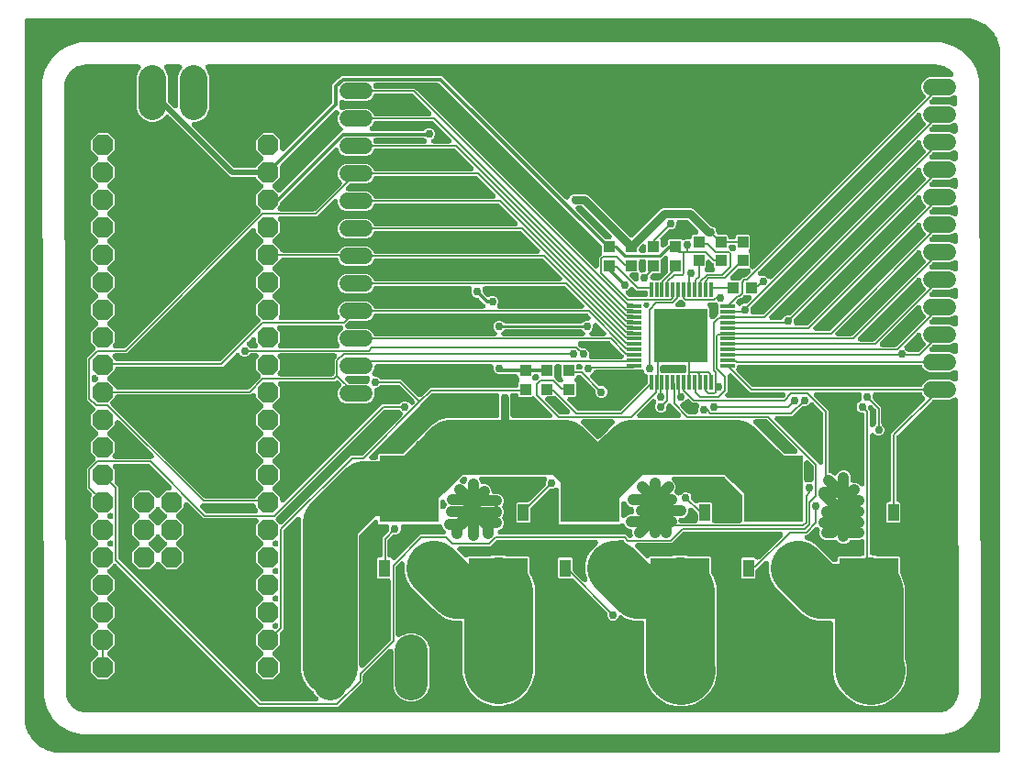
<source format=gbr>
G04 EAGLE Gerber RS-274X export*
G75*
%MOMM*%
%FSLAX34Y34*%
%LPD*%
%INTop Copper*%
%IPPOS*%
%AMOC8*
5,1,8,0,0,1.08239X$1,22.5*%
G01*
%ADD10P,2.089446X8X202.500000*%
%ADD11R,1.400000X0.300000*%
%ADD12R,0.300000X1.400000*%
%ADD13R,5.000000X5.000000*%
%ADD14C,0.812800*%
%ADD15R,1.100000X1.000000*%
%ADD16R,1.000000X1.100000*%
%ADD17C,3.009900*%
%ADD18R,5.400000X6.200000*%
%ADD19R,1.000000X1.600000*%
%ADD20C,1.524000*%
%ADD21C,2.552700*%
%ADD22C,0.152400*%
%ADD23C,0.756400*%
%ADD24C,0.355600*%
%ADD25C,0.508000*%
%ADD26C,0.254000*%
%ADD27C,5.080000*%
%ADD28C,0.762000*%
%ADD29C,1.016000*%
%ADD30C,6.350000*%
%ADD31C,0.304800*%

G36*
X869985Y-34286D02*
X869985Y-34286D01*
X870019Y-34288D01*
X870208Y-34266D01*
X870399Y-34249D01*
X870432Y-34240D01*
X870466Y-34236D01*
X870649Y-34181D01*
X870833Y-34131D01*
X870864Y-34116D01*
X870897Y-34106D01*
X871068Y-34019D01*
X871240Y-33937D01*
X871268Y-33917D01*
X871299Y-33902D01*
X871451Y-33786D01*
X871606Y-33675D01*
X871630Y-33650D01*
X871657Y-33630D01*
X871786Y-33490D01*
X871920Y-33353D01*
X871939Y-33324D01*
X871963Y-33298D01*
X872065Y-33137D01*
X872172Y-32980D01*
X872186Y-32948D01*
X872204Y-32919D01*
X872277Y-32742D01*
X872354Y-32568D01*
X872362Y-32534D01*
X872375Y-32502D01*
X872415Y-32315D01*
X872461Y-32130D01*
X872463Y-32096D01*
X872470Y-32062D01*
X872489Y-31750D01*
X872489Y611350D01*
X872484Y611409D01*
X872483Y611531D01*
X872177Y615801D01*
X872173Y615825D01*
X872173Y615850D01*
X872126Y616159D01*
X871216Y620342D01*
X871209Y620366D01*
X871205Y620390D01*
X871114Y620689D01*
X869618Y624700D01*
X869607Y624722D01*
X869600Y624746D01*
X869468Y625029D01*
X867416Y628786D01*
X867402Y628807D01*
X867392Y628830D01*
X867220Y629091D01*
X864655Y632518D01*
X864639Y632536D01*
X864625Y632557D01*
X864539Y632655D01*
X864503Y632702D01*
X864472Y632731D01*
X864418Y632791D01*
X861391Y635818D01*
X861372Y635834D01*
X861356Y635853D01*
X861118Y636055D01*
X857691Y638620D01*
X857670Y638634D01*
X857651Y638650D01*
X857386Y638816D01*
X853629Y640868D01*
X853606Y640878D01*
X853585Y640891D01*
X853300Y641018D01*
X849289Y642514D01*
X849265Y642521D01*
X849242Y642531D01*
X848942Y642616D01*
X844759Y643526D01*
X844734Y643529D01*
X844710Y643536D01*
X844401Y643577D01*
X840131Y643883D01*
X840072Y643882D01*
X839950Y643889D01*
X-25400Y643889D01*
X-25435Y643886D01*
X-25469Y643888D01*
X-25658Y643866D01*
X-25849Y643849D01*
X-25882Y643840D01*
X-25916Y643836D01*
X-26099Y643781D01*
X-26283Y643731D01*
X-26314Y643716D01*
X-26347Y643706D01*
X-26518Y643619D01*
X-26690Y643537D01*
X-26718Y643517D01*
X-26749Y643502D01*
X-26901Y643386D01*
X-27056Y643275D01*
X-27080Y643250D01*
X-27107Y643230D01*
X-27236Y643090D01*
X-27370Y642953D01*
X-27389Y642924D01*
X-27413Y642898D01*
X-27515Y642737D01*
X-27622Y642580D01*
X-27636Y642548D01*
X-27654Y642519D01*
X-27727Y642342D01*
X-27804Y642168D01*
X-27812Y642134D01*
X-27825Y642102D01*
X-27865Y641915D01*
X-27911Y641730D01*
X-27913Y641696D01*
X-27920Y641662D01*
X-27939Y641350D01*
X-27939Y-1750D01*
X-27934Y-1809D01*
X-27933Y-1931D01*
X-27627Y-6201D01*
X-27623Y-6225D01*
X-27623Y-6250D01*
X-27576Y-6559D01*
X-26666Y-10742D01*
X-26659Y-10766D01*
X-26655Y-10790D01*
X-26564Y-11089D01*
X-25068Y-15100D01*
X-25057Y-15122D01*
X-25050Y-15146D01*
X-24918Y-15429D01*
X-22866Y-19186D01*
X-22852Y-19207D01*
X-22842Y-19230D01*
X-22670Y-19491D01*
X-20105Y-22918D01*
X-20089Y-22936D01*
X-20075Y-22957D01*
X-19868Y-23191D01*
X-16841Y-26218D01*
X-16822Y-26234D01*
X-16806Y-26253D01*
X-16568Y-26455D01*
X-13141Y-29020D01*
X-13120Y-29034D01*
X-13101Y-29050D01*
X-12836Y-29216D01*
X-9079Y-31268D01*
X-9056Y-31278D01*
X-9035Y-31291D01*
X-8750Y-31418D01*
X-4739Y-32914D01*
X-4715Y-32921D01*
X-4692Y-32931D01*
X-4392Y-33016D01*
X-209Y-33926D01*
X-184Y-33929D01*
X-160Y-33936D01*
X149Y-33977D01*
X4419Y-34283D01*
X4478Y-34282D01*
X4600Y-34289D01*
X869950Y-34289D01*
X869985Y-34286D01*
G37*
%LPC*%
G36*
X29948Y-17781D02*
X29948Y-17781D01*
X27416Y-17781D01*
X27412Y-17780D01*
X24657Y-17780D01*
X14455Y-15049D01*
X5305Y-9774D01*
X-2170Y-2313D01*
X-7462Y6827D01*
X-10212Y17024D01*
X-10222Y22304D01*
X-10222Y22325D01*
X-10222Y22326D01*
X-11369Y581286D01*
X-11369Y581288D01*
X-11369Y581291D01*
X-11381Y586586D01*
X-8659Y596819D01*
X-3378Y605998D01*
X4102Y613494D01*
X13269Y618796D01*
X23497Y621541D01*
X810616Y621541D01*
X810619Y621541D01*
X813116Y621541D01*
X815664Y621541D01*
X815668Y621540D01*
X818423Y621540D01*
X828625Y618809D01*
X837775Y613534D01*
X845250Y606073D01*
X850542Y596933D01*
X853292Y586736D01*
X853302Y581455D01*
X853302Y581453D01*
X853302Y581450D01*
X854449Y22455D01*
X854449Y22454D01*
X854461Y17174D01*
X851739Y6940D01*
X846458Y-2238D01*
X838978Y-9734D01*
X829811Y-15036D01*
X819583Y-17781D01*
X32464Y-17781D01*
X32461Y-17781D01*
X29948Y-17781D01*
G37*
%LPD*%
G36*
X814345Y2546D02*
X814345Y2546D01*
X814455Y2546D01*
X816716Y2695D01*
X816808Y2709D01*
X816902Y2714D01*
X817107Y2755D01*
X817161Y2764D01*
X817179Y2770D01*
X817208Y2776D01*
X821576Y3948D01*
X821741Y4009D01*
X821909Y4063D01*
X821964Y4090D01*
X821999Y4103D01*
X822053Y4135D01*
X822189Y4202D01*
X826104Y6467D01*
X826248Y6568D01*
X826396Y6664D01*
X826442Y6704D01*
X826472Y6726D01*
X826516Y6771D01*
X826630Y6871D01*
X829825Y10073D01*
X829937Y10208D01*
X830056Y10339D01*
X830089Y10390D01*
X830113Y10418D01*
X830144Y10473D01*
X830228Y10600D01*
X832483Y14520D01*
X832557Y14680D01*
X832638Y14837D01*
X832657Y14895D01*
X832673Y14928D01*
X832688Y14989D01*
X832736Y15134D01*
X833899Y19504D01*
X833915Y19596D01*
X833940Y19686D01*
X833966Y19894D01*
X833976Y19948D01*
X833975Y19967D01*
X833979Y19996D01*
X834123Y22258D01*
X834121Y22314D01*
X834128Y22424D01*
X834122Y24944D01*
X834122Y24951D01*
X833576Y291278D01*
X833564Y291405D01*
X833563Y291533D01*
X833544Y291629D01*
X833535Y291727D01*
X833501Y291850D01*
X833477Y291975D01*
X833442Y292066D01*
X833416Y292161D01*
X833361Y292276D01*
X833315Y292395D01*
X833264Y292479D01*
X833222Y292567D01*
X833147Y292671D01*
X833081Y292779D01*
X833016Y292853D01*
X832959Y292933D01*
X832867Y293021D01*
X832783Y293117D01*
X832706Y293178D01*
X832635Y293246D01*
X832529Y293317D01*
X832430Y293396D01*
X832343Y293442D01*
X832262Y293497D01*
X832145Y293549D01*
X832033Y293609D01*
X831939Y293639D01*
X831850Y293679D01*
X831726Y293709D01*
X831605Y293748D01*
X831507Y293761D01*
X831412Y293784D01*
X831285Y293792D01*
X831159Y293809D01*
X831060Y293805D01*
X830962Y293811D01*
X830836Y293796D01*
X830709Y293791D01*
X830613Y293770D01*
X830515Y293758D01*
X830394Y293721D01*
X830269Y293694D01*
X830178Y293656D01*
X830085Y293627D01*
X829971Y293569D01*
X829854Y293520D01*
X829771Y293467D01*
X829684Y293422D01*
X829582Y293345D01*
X829475Y293276D01*
X829452Y293255D01*
X826049Y291845D01*
X811243Y291845D01*
X811079Y291831D01*
X810915Y291824D01*
X810855Y291811D01*
X810794Y291805D01*
X810636Y291762D01*
X810475Y291726D01*
X810419Y291703D01*
X810360Y291687D01*
X810212Y291616D01*
X810060Y291553D01*
X810008Y291520D01*
X809953Y291493D01*
X809820Y291398D01*
X809682Y291308D01*
X809624Y291257D01*
X809587Y291231D01*
X809545Y291188D01*
X809447Y291102D01*
X777222Y258877D01*
X777117Y258750D01*
X777005Y258629D01*
X776973Y258578D01*
X776934Y258531D01*
X776852Y258388D01*
X776764Y258250D01*
X776740Y258193D01*
X776710Y258140D01*
X776655Y257985D01*
X776593Y257833D01*
X776580Y257773D01*
X776559Y257716D01*
X776533Y257554D01*
X776498Y257393D01*
X776493Y257316D01*
X776486Y257272D01*
X776487Y257211D01*
X776479Y257081D01*
X776479Y199764D01*
X776482Y199729D01*
X776480Y199695D01*
X776502Y199506D01*
X776519Y199315D01*
X776528Y199282D01*
X776532Y199248D01*
X776587Y199064D01*
X776637Y198881D01*
X776652Y198850D01*
X776662Y198817D01*
X776749Y198646D01*
X776831Y198474D01*
X776851Y198446D01*
X776866Y198415D01*
X776982Y198263D01*
X777093Y198108D01*
X777118Y198084D01*
X777138Y198057D01*
X777278Y197928D01*
X777415Y197794D01*
X777444Y197775D01*
X777470Y197751D01*
X777631Y197649D01*
X777788Y197542D01*
X777820Y197528D01*
X777849Y197510D01*
X778026Y197437D01*
X778200Y197360D01*
X778234Y197352D01*
X778266Y197339D01*
X778453Y197299D01*
X778638Y197253D01*
X778672Y197251D01*
X778706Y197244D01*
X779018Y197225D01*
X779637Y197225D01*
X780530Y196332D01*
X780530Y179068D01*
X779637Y178175D01*
X768373Y178175D01*
X767480Y179068D01*
X767480Y196332D01*
X768373Y197225D01*
X769366Y197225D01*
X769401Y197228D01*
X769435Y197226D01*
X769624Y197248D01*
X769815Y197265D01*
X769848Y197274D01*
X769882Y197278D01*
X770065Y197333D01*
X770249Y197383D01*
X770280Y197398D01*
X770313Y197408D01*
X770484Y197495D01*
X770656Y197577D01*
X770684Y197597D01*
X770715Y197612D01*
X770867Y197728D01*
X771022Y197839D01*
X771046Y197864D01*
X771073Y197884D01*
X771202Y198024D01*
X771336Y198161D01*
X771355Y198190D01*
X771379Y198216D01*
X771481Y198377D01*
X771588Y198534D01*
X771602Y198566D01*
X771620Y198595D01*
X771693Y198772D01*
X771770Y198946D01*
X771778Y198980D01*
X771791Y199012D01*
X771831Y199199D01*
X771877Y199384D01*
X771879Y199418D01*
X771886Y199452D01*
X771905Y199764D01*
X771905Y260027D01*
X802667Y290789D01*
X802690Y290816D01*
X802715Y290839D01*
X802833Y290987D01*
X802956Y291134D01*
X802973Y291165D01*
X802995Y291192D01*
X803085Y291360D01*
X803179Y291525D01*
X803191Y291558D01*
X803207Y291589D01*
X803266Y291770D01*
X803330Y291950D01*
X803336Y291984D01*
X803347Y292017D01*
X803373Y292205D01*
X803404Y292394D01*
X803403Y292429D01*
X803408Y292463D01*
X803400Y292653D01*
X803398Y292844D01*
X803391Y292878D01*
X803390Y292913D01*
X803348Y293099D01*
X803312Y293286D01*
X803300Y293319D01*
X803292Y293352D01*
X803219Y293528D01*
X803150Y293706D01*
X803132Y293736D01*
X803118Y293768D01*
X803015Y293928D01*
X802916Y294091D01*
X802893Y294117D01*
X802874Y294146D01*
X802667Y294380D01*
X801237Y295810D01*
X800688Y297136D01*
X800590Y297323D01*
X800494Y297513D01*
X800486Y297523D01*
X800480Y297535D01*
X800350Y297702D01*
X800222Y297871D01*
X800212Y297880D01*
X800204Y297891D01*
X800046Y298033D01*
X799891Y298177D01*
X799880Y298184D01*
X799870Y298192D01*
X799691Y298304D01*
X799511Y298418D01*
X799499Y298423D01*
X799487Y298430D01*
X799291Y298509D01*
X799094Y298589D01*
X799082Y298592D01*
X799069Y298597D01*
X798861Y298639D01*
X798654Y298684D01*
X798638Y298685D01*
X798628Y298687D01*
X798589Y298688D01*
X798342Y298703D01*
X757459Y298703D01*
X757377Y298696D01*
X757294Y298698D01*
X757153Y298676D01*
X757010Y298663D01*
X756931Y298642D01*
X756849Y298629D01*
X756714Y298583D01*
X756576Y298545D01*
X756501Y298509D01*
X756423Y298483D01*
X756298Y298413D01*
X756169Y298351D01*
X756102Y298304D01*
X756030Y298263D01*
X755919Y298173D01*
X755803Y298089D01*
X755746Y298030D01*
X755682Y297978D01*
X755589Y297869D01*
X755489Y297767D01*
X755443Y297698D01*
X755389Y297636D01*
X755317Y297512D01*
X755237Y297394D01*
X755204Y297318D01*
X755162Y297247D01*
X755113Y297113D01*
X755055Y296982D01*
X755035Y296902D01*
X755007Y296824D01*
X754982Y296683D01*
X754948Y296544D01*
X754943Y296462D01*
X754929Y296381D01*
X754929Y296238D01*
X754920Y296095D01*
X754930Y296013D01*
X754930Y295931D01*
X754956Y295790D01*
X754973Y295648D01*
X754996Y295569D01*
X755011Y295488D01*
X755091Y295255D01*
X755103Y295217D01*
X755108Y295207D01*
X755113Y295192D01*
X755115Y295188D01*
X755115Y293111D01*
X755129Y292947D01*
X755136Y292783D01*
X755149Y292723D01*
X755155Y292662D01*
X755198Y292504D01*
X755234Y292343D01*
X755257Y292287D01*
X755273Y292228D01*
X755344Y292080D01*
X755407Y291928D01*
X755440Y291876D01*
X755467Y291821D01*
X755562Y291688D01*
X755652Y291550D01*
X755703Y291492D01*
X755729Y291455D01*
X755772Y291413D01*
X755858Y291315D01*
X762763Y284411D01*
X762763Y269922D01*
X762777Y269758D01*
X762784Y269594D01*
X762797Y269534D01*
X762803Y269473D01*
X762846Y269315D01*
X762882Y269154D01*
X762905Y269098D01*
X762921Y269039D01*
X762992Y268891D01*
X763055Y268739D01*
X763088Y268687D01*
X763115Y268632D01*
X763210Y268499D01*
X763300Y268361D01*
X763351Y268303D01*
X763377Y268266D01*
X763420Y268224D01*
X763506Y268126D01*
X764975Y266658D01*
X765783Y264708D01*
X765783Y262596D01*
X764975Y260646D01*
X763482Y259153D01*
X761532Y258345D01*
X759420Y258345D01*
X757470Y259153D01*
X756430Y260194D01*
X756330Y260277D01*
X756237Y260368D01*
X756157Y260421D01*
X756084Y260483D01*
X755971Y260547D01*
X755864Y260620D01*
X755776Y260659D01*
X755693Y260706D01*
X755571Y260749D01*
X755452Y260802D01*
X755359Y260825D01*
X755269Y260857D01*
X755141Y260878D01*
X755014Y260909D01*
X754919Y260915D01*
X754825Y260930D01*
X754695Y260928D01*
X754565Y260936D01*
X754470Y260925D01*
X754374Y260924D01*
X754247Y260899D01*
X754118Y260884D01*
X754026Y260857D01*
X753932Y260839D01*
X753811Y260792D01*
X753687Y260754D01*
X753601Y260711D01*
X753512Y260676D01*
X753401Y260609D01*
X753285Y260550D01*
X753209Y260492D01*
X753128Y260442D01*
X753030Y260356D01*
X752927Y260278D01*
X752862Y260207D01*
X752790Y260144D01*
X752710Y260042D01*
X752621Y259947D01*
X752570Y259866D01*
X752511Y259791D01*
X752449Y259676D01*
X752380Y259567D01*
X752343Y259478D01*
X752298Y259394D01*
X752258Y259270D01*
X752209Y259150D01*
X752189Y259057D01*
X752159Y258966D01*
X752141Y258837D01*
X752114Y258710D01*
X752106Y258580D01*
X752098Y258520D01*
X752099Y258475D01*
X752095Y258398D01*
X752095Y150514D01*
X752098Y150479D01*
X752096Y150445D01*
X752118Y150256D01*
X752135Y150065D01*
X752144Y150032D01*
X752148Y149998D01*
X752203Y149815D01*
X752253Y149631D01*
X752268Y149600D01*
X752278Y149567D01*
X752365Y149396D01*
X752447Y149224D01*
X752467Y149196D01*
X752482Y149165D01*
X752598Y149013D01*
X752709Y148858D01*
X752734Y148834D01*
X752754Y148807D01*
X752894Y148678D01*
X753031Y148544D01*
X753060Y148525D01*
X753086Y148501D01*
X753247Y148399D01*
X753404Y148292D01*
X753436Y148278D01*
X753465Y148260D01*
X753642Y148187D01*
X753816Y148110D01*
X753850Y148102D01*
X753882Y148089D01*
X754069Y148049D01*
X754254Y148003D01*
X754288Y148001D01*
X754322Y147994D01*
X754634Y147975D01*
X755586Y147975D01*
X758062Y147311D01*
X758235Y147281D01*
X758407Y147244D01*
X758469Y147240D01*
X758505Y147234D01*
X758568Y147234D01*
X758719Y147225D01*
X778837Y147225D01*
X779730Y146332D01*
X779730Y132524D01*
X779735Y132466D01*
X779732Y132408D01*
X779755Y132243D01*
X779770Y132075D01*
X779785Y132019D01*
X779793Y131962D01*
X779844Y131802D01*
X779888Y131641D01*
X779913Y131589D01*
X779931Y131534D01*
X780070Y131254D01*
X782212Y127544D01*
X784480Y119081D01*
X784480Y53735D01*
X784495Y53559D01*
X784504Y53384D01*
X784516Y53323D01*
X784520Y53286D01*
X784536Y53225D01*
X784566Y53077D01*
X786385Y46291D01*
X786385Y37529D01*
X784117Y29066D01*
X779736Y21479D01*
X773541Y15284D01*
X765954Y10903D01*
X757491Y8635D01*
X748729Y8635D01*
X740266Y10903D01*
X732679Y15284D01*
X724579Y23384D01*
X720198Y30971D01*
X717930Y39434D01*
X717930Y85236D01*
X717927Y85271D01*
X717929Y85305D01*
X717907Y85494D01*
X717890Y85685D01*
X717881Y85718D01*
X717877Y85752D01*
X717822Y85935D01*
X717772Y86119D01*
X717757Y86150D01*
X717747Y86183D01*
X717660Y86354D01*
X717578Y86526D01*
X717558Y86554D01*
X717543Y86585D01*
X717427Y86737D01*
X717316Y86892D01*
X717291Y86916D01*
X717271Y86943D01*
X717131Y87072D01*
X716994Y87206D01*
X716965Y87225D01*
X716939Y87249D01*
X716778Y87351D01*
X716621Y87458D01*
X716589Y87472D01*
X716560Y87490D01*
X716383Y87563D01*
X716209Y87640D01*
X716175Y87648D01*
X716143Y87661D01*
X715956Y87701D01*
X715771Y87747D01*
X715737Y87749D01*
X715703Y87756D01*
X715391Y87775D01*
X703645Y87775D01*
X696798Y89610D01*
X690658Y93155D01*
X664195Y119618D01*
X660650Y125758D01*
X658815Y132605D01*
X658815Y139695D01*
X658877Y139926D01*
X658879Y139938D01*
X658883Y139949D01*
X658918Y140159D01*
X658955Y140370D01*
X658955Y140382D01*
X658957Y140393D01*
X658954Y140605D01*
X658953Y140820D01*
X658951Y140832D01*
X658951Y140843D01*
X658910Y141054D01*
X658871Y141263D01*
X658867Y141274D01*
X658865Y141285D01*
X658788Y141485D01*
X658713Y141684D01*
X658707Y141694D01*
X658703Y141705D01*
X658591Y141889D01*
X658483Y142071D01*
X658475Y142080D01*
X658469Y142090D01*
X658327Y142250D01*
X658187Y142411D01*
X658178Y142419D01*
X658171Y142427D01*
X658003Y142560D01*
X657837Y142694D01*
X657827Y142700D01*
X657818Y142707D01*
X657629Y142808D01*
X657442Y142910D01*
X657431Y142914D01*
X657421Y142919D01*
X657217Y142986D01*
X657015Y143053D01*
X657004Y143055D01*
X656992Y143059D01*
X656781Y143088D01*
X656570Y143119D01*
X656558Y143118D01*
X656546Y143120D01*
X656332Y143111D01*
X656120Y143105D01*
X656108Y143102D01*
X656097Y143102D01*
X655888Y143055D01*
X655679Y143011D01*
X655668Y143007D01*
X655657Y143004D01*
X655461Y142922D01*
X655262Y142841D01*
X655252Y142835D01*
X655242Y142830D01*
X655063Y142715D01*
X654882Y142600D01*
X654873Y142592D01*
X654863Y142586D01*
X654629Y142379D01*
X647408Y135159D01*
X647303Y135032D01*
X647191Y134911D01*
X647159Y134860D01*
X647120Y134813D01*
X647038Y134670D01*
X646950Y134532D01*
X646926Y134475D01*
X646896Y134422D01*
X646841Y134267D01*
X646779Y134115D01*
X646766Y134056D01*
X646745Y133998D01*
X646719Y133836D01*
X646684Y133675D01*
X646679Y133598D01*
X646672Y133554D01*
X646673Y133493D01*
X646665Y133363D01*
X646665Y127518D01*
X645772Y126625D01*
X634508Y126625D01*
X633615Y127518D01*
X633615Y144782D01*
X634508Y145675D01*
X645772Y145675D01*
X646819Y144628D01*
X646845Y144605D01*
X646868Y144579D01*
X647017Y144462D01*
X647164Y144339D01*
X647194Y144321D01*
X647221Y144300D01*
X647389Y144210D01*
X647555Y144115D01*
X647588Y144104D01*
X647618Y144087D01*
X647799Y144028D01*
X647979Y143965D01*
X648014Y143959D01*
X648046Y143948D01*
X648235Y143922D01*
X648423Y143891D01*
X648458Y143892D01*
X648492Y143887D01*
X648683Y143895D01*
X648874Y143897D01*
X648908Y143904D01*
X648942Y143905D01*
X649128Y143946D01*
X649316Y143983D01*
X649348Y143995D01*
X649382Y144003D01*
X649558Y144076D01*
X649736Y144145D01*
X649765Y144163D01*
X649797Y144176D01*
X649958Y144280D01*
X650121Y144379D01*
X650146Y144402D01*
X650176Y144421D01*
X650410Y144628D01*
X671373Y165590D01*
X671456Y165690D01*
X671547Y165783D01*
X671600Y165863D01*
X671662Y165936D01*
X671726Y166049D01*
X671799Y166156D01*
X671837Y166244D01*
X671885Y166327D01*
X671928Y166449D01*
X671981Y166568D01*
X672004Y166661D01*
X672036Y166751D01*
X672057Y166880D01*
X672088Y167006D01*
X672094Y167101D01*
X672109Y167195D01*
X672107Y167326D01*
X672115Y167455D01*
X672104Y167550D01*
X672103Y167646D01*
X672078Y167773D01*
X672063Y167902D01*
X672036Y167994D01*
X672017Y168088D01*
X671971Y168209D01*
X671933Y168333D01*
X671890Y168418D01*
X671855Y168508D01*
X671788Y168619D01*
X671729Y168735D01*
X671671Y168811D01*
X671621Y168892D01*
X671535Y168990D01*
X671457Y169093D01*
X671386Y169158D01*
X671323Y169230D01*
X671221Y169310D01*
X671126Y169399D01*
X671045Y169450D01*
X670970Y169509D01*
X670856Y169570D01*
X670746Y169640D01*
X670657Y169677D01*
X670573Y169722D01*
X670449Y169762D01*
X670329Y169811D01*
X670236Y169831D01*
X670145Y169861D01*
X670016Y169879D01*
X669889Y169906D01*
X669759Y169914D01*
X669699Y169922D01*
X669654Y169921D01*
X669577Y169925D01*
X581119Y169925D01*
X580955Y169911D01*
X580791Y169904D01*
X580731Y169891D01*
X580670Y169885D01*
X580512Y169842D01*
X580351Y169806D01*
X580295Y169783D01*
X580236Y169767D01*
X580088Y169696D01*
X579936Y169633D01*
X579884Y169600D01*
X579829Y169573D01*
X579696Y169478D01*
X579558Y169388D01*
X579500Y169337D01*
X579463Y169311D01*
X579421Y169268D01*
X579323Y169182D01*
X569399Y159257D01*
X537930Y159257D01*
X537801Y159246D01*
X537671Y159244D01*
X537577Y159226D01*
X537482Y159217D01*
X537356Y159183D01*
X537229Y159158D01*
X537140Y159124D01*
X537047Y159099D01*
X536930Y159043D01*
X536809Y158996D01*
X536727Y158946D01*
X536641Y158905D01*
X536535Y158830D01*
X536424Y158762D01*
X536352Y158699D01*
X536275Y158643D01*
X536184Y158550D01*
X536087Y158464D01*
X536028Y158389D01*
X535961Y158321D01*
X535888Y158213D01*
X535807Y158111D01*
X535762Y158027D01*
X535709Y157948D01*
X535656Y157829D01*
X535595Y157714D01*
X535565Y157623D01*
X535526Y157536D01*
X535496Y157409D01*
X535455Y157286D01*
X535442Y157191D01*
X535420Y157098D01*
X535412Y156969D01*
X535394Y156840D01*
X535398Y156744D01*
X535392Y156649D01*
X535407Y156520D01*
X535412Y156390D01*
X535433Y156297D01*
X535444Y156202D01*
X535482Y156077D01*
X535510Y155950D01*
X535547Y155862D01*
X535574Y155771D01*
X535633Y155655D01*
X535684Y155535D01*
X535735Y155454D01*
X535779Y155369D01*
X535857Y155266D01*
X535928Y155157D01*
X536014Y155059D01*
X536051Y155011D01*
X536084Y154980D01*
X536135Y154922D01*
X544912Y146145D01*
X544939Y146123D01*
X544962Y146097D01*
X545112Y145978D01*
X545258Y145856D01*
X545288Y145839D01*
X545315Y145817D01*
X545483Y145727D01*
X545649Y145633D01*
X545681Y145621D01*
X545712Y145605D01*
X545893Y145546D01*
X546073Y145482D01*
X546107Y145476D01*
X546140Y145465D01*
X546329Y145439D01*
X546517Y145408D01*
X546552Y145409D01*
X546586Y145404D01*
X546777Y145412D01*
X546968Y145414D01*
X547002Y145421D01*
X547036Y145422D01*
X547222Y145464D01*
X547410Y145500D01*
X547442Y145512D01*
X547476Y145520D01*
X547651Y145593D01*
X547830Y145662D01*
X547859Y145680D01*
X547891Y145694D01*
X548051Y145797D01*
X548214Y145896D01*
X548240Y145919D01*
X548269Y145938D01*
X548504Y146145D01*
X549583Y147225D01*
X569701Y147225D01*
X569876Y147240D01*
X570052Y147249D01*
X570112Y147261D01*
X570149Y147265D01*
X570210Y147281D01*
X570358Y147311D01*
X572834Y147975D01*
X581596Y147975D01*
X584072Y147311D01*
X584245Y147281D01*
X584417Y147244D01*
X584479Y147240D01*
X584515Y147234D01*
X584578Y147234D01*
X584729Y147225D01*
X604847Y147225D01*
X605740Y146332D01*
X605740Y132524D01*
X605745Y132466D01*
X605742Y132408D01*
X605765Y132243D01*
X605780Y132075D01*
X605795Y132019D01*
X605803Y131962D01*
X605854Y131802D01*
X605898Y131641D01*
X605923Y131589D01*
X605941Y131534D01*
X606080Y131254D01*
X608222Y127544D01*
X610490Y119081D01*
X610490Y48995D01*
X610505Y48820D01*
X610514Y48644D01*
X610526Y48584D01*
X610530Y48546D01*
X610546Y48485D01*
X610576Y48338D01*
X611125Y46291D01*
X611125Y37529D01*
X608857Y29066D01*
X604476Y21479D01*
X598281Y15284D01*
X590694Y10903D01*
X582231Y8635D01*
X573469Y8635D01*
X565006Y10903D01*
X557419Y15284D01*
X550589Y22114D01*
X546208Y29701D01*
X543940Y38164D01*
X543940Y85236D01*
X543937Y85271D01*
X543939Y85305D01*
X543917Y85494D01*
X543900Y85685D01*
X543891Y85718D01*
X543887Y85752D01*
X543832Y85935D01*
X543782Y86119D01*
X543767Y86150D01*
X543757Y86183D01*
X543670Y86354D01*
X543588Y86526D01*
X543568Y86554D01*
X543553Y86585D01*
X543437Y86737D01*
X543326Y86892D01*
X543301Y86916D01*
X543281Y86943D01*
X543141Y87072D01*
X543004Y87206D01*
X542975Y87225D01*
X542949Y87249D01*
X542788Y87351D01*
X542631Y87458D01*
X542599Y87472D01*
X542570Y87490D01*
X542393Y87563D01*
X542219Y87640D01*
X542185Y87648D01*
X542153Y87661D01*
X541966Y87701D01*
X541781Y87747D01*
X541747Y87749D01*
X541713Y87756D01*
X541401Y87775D01*
X534735Y87775D01*
X527888Y89610D01*
X523599Y92086D01*
X523417Y92171D01*
X523237Y92258D01*
X523214Y92265D01*
X523191Y92276D01*
X522997Y92327D01*
X522804Y92381D01*
X522780Y92384D01*
X522756Y92390D01*
X522556Y92406D01*
X522356Y92426D01*
X522331Y92424D01*
X522307Y92426D01*
X522107Y92406D01*
X521907Y92391D01*
X521883Y92384D01*
X521859Y92382D01*
X521666Y92327D01*
X521472Y92277D01*
X521449Y92266D01*
X521425Y92260D01*
X521245Y92172D01*
X521063Y92087D01*
X521043Y92073D01*
X521021Y92062D01*
X520858Y91944D01*
X520694Y91829D01*
X520677Y91812D01*
X520657Y91797D01*
X520518Y91652D01*
X520377Y91510D01*
X520363Y91489D01*
X520346Y91471D01*
X520235Y91304D01*
X520121Y91139D01*
X520108Y91113D01*
X520097Y91096D01*
X520075Y91045D01*
X519984Y90858D01*
X519611Y89958D01*
X518118Y88465D01*
X516168Y87657D01*
X514056Y87657D01*
X512106Y88465D01*
X510613Y89958D01*
X509805Y91908D01*
X509805Y93985D01*
X509791Y94149D01*
X509784Y94313D01*
X509771Y94373D01*
X509765Y94434D01*
X509722Y94592D01*
X509686Y94753D01*
X509663Y94809D01*
X509647Y94868D01*
X509576Y95016D01*
X509513Y95168D01*
X509480Y95220D01*
X509453Y95275D01*
X509358Y95408D01*
X509268Y95546D01*
X509217Y95604D01*
X509191Y95641D01*
X509148Y95683D01*
X509062Y95781D01*
X478961Y125882D01*
X478834Y125987D01*
X478713Y126099D01*
X478662Y126131D01*
X478615Y126170D01*
X478472Y126252D01*
X478334Y126340D01*
X478277Y126364D01*
X478224Y126394D01*
X478069Y126449D01*
X477917Y126511D01*
X477857Y126524D01*
X477800Y126545D01*
X477638Y126571D01*
X477477Y126606D01*
X477400Y126611D01*
X477356Y126618D01*
X477295Y126617D01*
X477165Y126625D01*
X465598Y126625D01*
X464705Y127518D01*
X464705Y144782D01*
X465598Y145675D01*
X476862Y145675D01*
X477755Y144782D01*
X477755Y134607D01*
X477769Y134443D01*
X477776Y134279D01*
X477789Y134219D01*
X477795Y134158D01*
X477838Y134000D01*
X477874Y133839D01*
X477897Y133783D01*
X477913Y133724D01*
X477984Y133576D01*
X478047Y133424D01*
X478080Y133372D01*
X478107Y133317D01*
X478202Y133184D01*
X478292Y133046D01*
X478343Y132988D01*
X478369Y132951D01*
X478412Y132909D01*
X478498Y132811D01*
X487304Y124006D01*
X487313Y123998D01*
X487320Y123990D01*
X487484Y123855D01*
X487649Y123717D01*
X487659Y123711D01*
X487668Y123704D01*
X487856Y123599D01*
X488040Y123494D01*
X488051Y123490D01*
X488061Y123484D01*
X488264Y123414D01*
X488465Y123343D01*
X488476Y123341D01*
X488487Y123337D01*
X488698Y123304D01*
X488909Y123269D01*
X488920Y123269D01*
X488932Y123268D01*
X489145Y123273D01*
X489359Y123275D01*
X489370Y123278D01*
X489382Y123278D01*
X489590Y123320D01*
X489801Y123361D01*
X489812Y123365D01*
X489823Y123367D01*
X490021Y123446D01*
X490221Y123523D01*
X490231Y123529D01*
X490242Y123534D01*
X490423Y123646D01*
X490606Y123757D01*
X490614Y123765D01*
X490624Y123771D01*
X490785Y123915D01*
X490943Y124055D01*
X490950Y124064D01*
X490959Y124072D01*
X491091Y124243D01*
X491223Y124409D01*
X491228Y124419D01*
X491235Y124428D01*
X491335Y124618D01*
X491435Y124805D01*
X491439Y124816D01*
X491444Y124827D01*
X491509Y125031D01*
X491574Y125234D01*
X491576Y125245D01*
X491580Y125256D01*
X491607Y125469D01*
X491636Y125680D01*
X491635Y125691D01*
X491637Y125703D01*
X491626Y125915D01*
X491618Y126130D01*
X491615Y126141D01*
X491614Y126152D01*
X491552Y126459D01*
X489905Y132605D01*
X489905Y139695D01*
X491740Y146542D01*
X495285Y152682D01*
X500391Y157788D01*
X500444Y157825D01*
X500452Y157834D01*
X500462Y157841D01*
X500611Y157994D01*
X500761Y158145D01*
X500768Y158155D01*
X500776Y158163D01*
X500896Y158341D01*
X501016Y158516D01*
X501021Y158527D01*
X501028Y158536D01*
X501115Y158733D01*
X501202Y158926D01*
X501205Y158937D01*
X501210Y158948D01*
X501261Y159155D01*
X501313Y159362D01*
X501314Y159374D01*
X501317Y159386D01*
X501330Y159598D01*
X501345Y159811D01*
X501344Y159823D01*
X501345Y159835D01*
X501320Y160047D01*
X501297Y160259D01*
X501294Y160271D01*
X501292Y160282D01*
X501230Y160488D01*
X501171Y160691D01*
X501166Y160702D01*
X501162Y160713D01*
X501065Y160904D01*
X500970Y161094D01*
X500963Y161104D01*
X500958Y161115D01*
X500829Y161285D01*
X500702Y161456D01*
X500693Y161464D01*
X500686Y161473D01*
X500529Y161618D01*
X500373Y161764D01*
X500363Y161770D01*
X500355Y161779D01*
X500173Y161894D01*
X499996Y162009D01*
X499985Y162014D01*
X499975Y162020D01*
X499777Y162102D01*
X499581Y162184D01*
X499569Y162187D01*
X499558Y162191D01*
X499348Y162236D01*
X499142Y162283D01*
X499130Y162284D01*
X499118Y162286D01*
X498806Y162305D01*
X408907Y162305D01*
X408743Y162291D01*
X408579Y162284D01*
X408519Y162271D01*
X408458Y162265D01*
X408300Y162222D01*
X408139Y162186D01*
X408083Y162163D01*
X408024Y162147D01*
X407876Y162076D01*
X407724Y162013D01*
X407672Y161980D01*
X407617Y161953D01*
X407484Y161858D01*
X407346Y161768D01*
X407288Y161717D01*
X407251Y161691D01*
X407209Y161648D01*
X407111Y161562D01*
X401759Y156209D01*
X373973Y156209D01*
X373844Y156198D01*
X373714Y156196D01*
X373620Y156178D01*
X373525Y156169D01*
X373399Y156135D01*
X373272Y156110D01*
X373183Y156076D01*
X373090Y156051D01*
X372973Y155995D01*
X372852Y155948D01*
X372770Y155898D01*
X372684Y155857D01*
X372578Y155782D01*
X372467Y155714D01*
X372395Y155651D01*
X372318Y155595D01*
X372227Y155502D01*
X372130Y155416D01*
X372071Y155341D01*
X372004Y155273D01*
X371931Y155165D01*
X371850Y155063D01*
X371805Y154979D01*
X371752Y154900D01*
X371699Y154781D01*
X371638Y154666D01*
X371608Y154575D01*
X371569Y154488D01*
X371539Y154361D01*
X371498Y154238D01*
X371485Y154143D01*
X371463Y154050D01*
X371455Y153921D01*
X371437Y153792D01*
X371441Y153696D01*
X371435Y153601D01*
X371450Y153472D01*
X371455Y153342D01*
X371476Y153249D01*
X371487Y153154D01*
X371525Y153029D01*
X371553Y152902D01*
X371590Y152814D01*
X371617Y152723D01*
X371676Y152607D01*
X371727Y152487D01*
X371778Y152406D01*
X371822Y152321D01*
X371900Y152218D01*
X371971Y152109D01*
X372057Y152011D01*
X372094Y151963D01*
X372127Y151932D01*
X372178Y151874D01*
X377590Y146462D01*
X377617Y146440D01*
X377640Y146414D01*
X377789Y146296D01*
X377935Y146173D01*
X377965Y146156D01*
X377993Y146135D01*
X378161Y146045D01*
X378326Y145950D01*
X378359Y145938D01*
X378390Y145922D01*
X378571Y145863D01*
X378751Y145799D01*
X378785Y145794D01*
X378818Y145783D01*
X379007Y145757D01*
X379195Y145726D01*
X379229Y145726D01*
X379264Y145721D01*
X379454Y145729D01*
X379645Y145732D01*
X379679Y145738D01*
X379714Y145740D01*
X379900Y145781D01*
X380087Y145817D01*
X380119Y145830D01*
X380153Y145837D01*
X380329Y145911D01*
X380507Y145980D01*
X380537Y145998D01*
X380569Y146011D01*
X380729Y146114D01*
X380892Y146214D01*
X380918Y146237D01*
X380947Y146255D01*
X381181Y146462D01*
X381943Y147225D01*
X402061Y147225D01*
X402236Y147240D01*
X402412Y147249D01*
X402472Y147261D01*
X402509Y147265D01*
X402570Y147281D01*
X402718Y147311D01*
X405194Y147975D01*
X413956Y147975D01*
X416432Y147311D01*
X416605Y147281D01*
X416777Y147244D01*
X416839Y147240D01*
X416875Y147234D01*
X416938Y147234D01*
X417089Y147225D01*
X437207Y147225D01*
X438100Y146332D01*
X438100Y132524D01*
X438105Y132466D01*
X438102Y132408D01*
X438125Y132243D01*
X438140Y132075D01*
X438155Y132019D01*
X438163Y131962D01*
X438214Y131802D01*
X438258Y131641D01*
X438283Y131589D01*
X438301Y131534D01*
X438440Y131254D01*
X440582Y127544D01*
X442850Y119081D01*
X442850Y38164D01*
X440582Y29701D01*
X436201Y22114D01*
X430006Y15919D01*
X422419Y11538D01*
X414582Y9438D01*
X414573Y9435D01*
X414563Y9433D01*
X414267Y9331D01*
X413507Y9016D01*
X406913Y9016D01*
X406767Y9077D01*
X406655Y9112D01*
X406547Y9156D01*
X406441Y9179D01*
X406337Y9212D01*
X406221Y9226D01*
X406107Y9251D01*
X405953Y9261D01*
X405890Y9268D01*
X405854Y9267D01*
X405795Y9270D01*
X405194Y9270D01*
X396731Y11538D01*
X389144Y15919D01*
X382949Y22114D01*
X378568Y29701D01*
X376300Y38164D01*
X376300Y85236D01*
X376297Y85271D01*
X376299Y85305D01*
X376277Y85494D01*
X376260Y85685D01*
X376251Y85718D01*
X376247Y85752D01*
X376192Y85935D01*
X376142Y86119D01*
X376127Y86150D01*
X376117Y86183D01*
X376030Y86354D01*
X375948Y86526D01*
X375928Y86554D01*
X375913Y86585D01*
X375797Y86737D01*
X375686Y86892D01*
X375661Y86916D01*
X375641Y86943D01*
X375501Y87072D01*
X375364Y87206D01*
X375335Y87225D01*
X375309Y87249D01*
X375148Y87351D01*
X374991Y87458D01*
X374959Y87472D01*
X374930Y87490D01*
X374753Y87563D01*
X374579Y87640D01*
X374545Y87648D01*
X374513Y87661D01*
X374326Y87701D01*
X374141Y87747D01*
X374107Y87749D01*
X374073Y87756D01*
X373761Y87775D01*
X367730Y87775D01*
X360883Y89610D01*
X354743Y93155D01*
X349494Y98404D01*
X349493Y98404D01*
X328280Y119618D01*
X324735Y125758D01*
X322900Y132605D01*
X322900Y139800D01*
X322889Y139930D01*
X322887Y140060D01*
X322869Y140153D01*
X322860Y140249D01*
X322826Y140374D01*
X322801Y140502D01*
X322767Y140591D01*
X322742Y140683D01*
X322686Y140800D01*
X322639Y140922D01*
X322589Y141003D01*
X322548Y141090D01*
X322473Y141195D01*
X322405Y141306D01*
X322342Y141378D01*
X322286Y141456D01*
X322193Y141546D01*
X322107Y141644D01*
X322032Y141703D01*
X321964Y141770D01*
X321856Y141843D01*
X321754Y141923D01*
X321670Y141968D01*
X321591Y142022D01*
X321472Y142074D01*
X321357Y142136D01*
X321266Y142165D01*
X321179Y142204D01*
X321052Y142235D01*
X320929Y142275D01*
X320834Y142288D01*
X320741Y142311D01*
X320612Y142319D01*
X320483Y142336D01*
X320387Y142333D01*
X320292Y142338D01*
X320163Y142323D01*
X320033Y142318D01*
X319940Y142297D01*
X319845Y142286D01*
X319720Y142249D01*
X319593Y142220D01*
X319505Y142184D01*
X319414Y142156D01*
X319298Y142097D01*
X319178Y142047D01*
X319098Y141995D01*
X319012Y141952D01*
X318909Y141873D01*
X318800Y141803D01*
X318702Y141716D01*
X318654Y141680D01*
X318623Y141647D01*
X318565Y141596D01*
X315450Y138481D01*
X315345Y138354D01*
X315233Y138233D01*
X315201Y138182D01*
X315162Y138135D01*
X315080Y137992D01*
X314992Y137854D01*
X314968Y137797D01*
X314938Y137744D01*
X314883Y137589D01*
X314821Y137437D01*
X314808Y137377D01*
X314787Y137320D01*
X314761Y137158D01*
X314726Y136997D01*
X314721Y136920D01*
X314714Y136876D01*
X314715Y136815D01*
X314707Y136685D01*
X314707Y74846D01*
X314708Y74833D01*
X314708Y74829D01*
X314710Y74810D01*
X314718Y74716D01*
X314720Y74586D01*
X314738Y74493D01*
X314747Y74398D01*
X314781Y74272D01*
X314806Y74144D01*
X314840Y74055D01*
X314865Y73963D01*
X314921Y73846D01*
X314968Y73724D01*
X315018Y73643D01*
X315059Y73557D01*
X315134Y73451D01*
X315202Y73340D01*
X315265Y73268D01*
X315321Y73190D01*
X315414Y73100D01*
X315500Y73002D01*
X315575Y72943D01*
X315643Y72876D01*
X315751Y72803D01*
X315853Y72723D01*
X315937Y72678D01*
X316016Y72624D01*
X316135Y72572D01*
X316250Y72510D01*
X316341Y72481D01*
X316428Y72442D01*
X316555Y72411D01*
X316678Y72371D01*
X316773Y72358D01*
X316866Y72335D01*
X316995Y72327D01*
X317124Y72310D01*
X317220Y72314D01*
X317315Y72308D01*
X317444Y72323D01*
X317574Y72328D01*
X317667Y72349D01*
X317762Y72360D01*
X317887Y72397D01*
X318014Y72426D01*
X318102Y72462D01*
X318193Y72490D01*
X318309Y72549D01*
X318429Y72599D01*
X318509Y72651D01*
X318595Y72694D01*
X318698Y72773D01*
X318807Y72844D01*
X318905Y72930D01*
X318953Y72966D01*
X318984Y72999D01*
X319042Y73051D01*
X319541Y73550D01*
X325633Y76074D01*
X332227Y76074D01*
X338319Y73550D01*
X342981Y68888D01*
X345504Y62796D01*
X345504Y26104D01*
X342981Y20012D01*
X338319Y15350D01*
X332227Y12826D01*
X325633Y12826D01*
X319541Y15350D01*
X314879Y20012D01*
X312356Y26104D01*
X312356Y59152D01*
X312344Y59281D01*
X312342Y59411D01*
X312324Y59505D01*
X312316Y59600D01*
X312282Y59726D01*
X312257Y59853D01*
X312222Y59942D01*
X312197Y60034D01*
X312142Y60152D01*
X312095Y60273D01*
X312045Y60355D01*
X312004Y60441D01*
X311928Y60547D01*
X311861Y60658D01*
X311797Y60729D01*
X311742Y60807D01*
X311648Y60898D01*
X311563Y60995D01*
X311488Y61054D01*
X311419Y61121D01*
X311311Y61194D01*
X311209Y61275D01*
X311125Y61320D01*
X311046Y61373D01*
X310927Y61426D01*
X310813Y61487D01*
X310722Y61517D01*
X310634Y61556D01*
X310508Y61586D01*
X310384Y61627D01*
X310290Y61640D01*
X310197Y61662D01*
X310067Y61670D01*
X309938Y61688D01*
X309843Y61684D01*
X309747Y61690D01*
X309618Y61675D01*
X309488Y61670D01*
X309395Y61649D01*
X309300Y61638D01*
X309176Y61600D01*
X309049Y61572D01*
X308961Y61535D01*
X308869Y61508D01*
X308753Y61449D01*
X308633Y61398D01*
X308553Y61346D01*
X308468Y61303D01*
X308364Y61225D01*
X308255Y61154D01*
X308158Y61068D01*
X308109Y61031D01*
X308079Y60998D01*
X308021Y60947D01*
X284970Y37897D01*
X284865Y37770D01*
X284753Y37649D01*
X284721Y37598D01*
X284682Y37551D01*
X284600Y37408D01*
X284512Y37270D01*
X284488Y37213D01*
X284458Y37160D01*
X284403Y37005D01*
X284341Y36853D01*
X284328Y36793D01*
X284307Y36736D01*
X284281Y36574D01*
X284246Y36413D01*
X284241Y36336D01*
X284234Y36292D01*
X284235Y36231D01*
X284227Y36101D01*
X284227Y31057D01*
X261551Y8381D01*
X188537Y8381D01*
X57358Y139560D01*
X57331Y139583D01*
X57308Y139609D01*
X57159Y139727D01*
X57012Y139849D01*
X56982Y139867D01*
X56955Y139888D01*
X56787Y139978D01*
X56621Y140073D01*
X56589Y140084D01*
X56558Y140101D01*
X56377Y140160D01*
X56197Y140223D01*
X56163Y140229D01*
X56130Y140240D01*
X55942Y140266D01*
X55753Y140297D01*
X55718Y140297D01*
X55684Y140301D01*
X55493Y140293D01*
X55303Y140291D01*
X55269Y140284D01*
X55234Y140283D01*
X55048Y140242D01*
X54861Y140205D01*
X54828Y140193D01*
X54794Y140185D01*
X54619Y140112D01*
X54441Y140043D01*
X54411Y140025D01*
X54379Y140012D01*
X54219Y139908D01*
X54056Y139809D01*
X54030Y139786D01*
X54001Y139767D01*
X53767Y139560D01*
X49352Y135145D01*
X49330Y135119D01*
X49304Y135096D01*
X49185Y134947D01*
X49063Y134800D01*
X49046Y134770D01*
X49024Y134743D01*
X48934Y134575D01*
X48840Y134409D01*
X48828Y134377D01*
X48812Y134346D01*
X48753Y134165D01*
X48689Y133985D01*
X48683Y133951D01*
X48672Y133918D01*
X48646Y133729D01*
X48615Y133541D01*
X48616Y133506D01*
X48611Y133472D01*
X48619Y133281D01*
X48621Y133090D01*
X48628Y133057D01*
X48629Y133022D01*
X48671Y132836D01*
X48707Y132648D01*
X48719Y132616D01*
X48727Y132582D01*
X48800Y132407D01*
X48869Y132228D01*
X48887Y132199D01*
X48901Y132167D01*
X49004Y132007D01*
X49103Y131844D01*
X49126Y131818D01*
X49145Y131789D01*
X49314Y131597D01*
X49316Y131594D01*
X49319Y131592D01*
X49352Y131554D01*
X55627Y125280D01*
X55627Y116020D01*
X49352Y109746D01*
X49329Y109719D01*
X49304Y109696D01*
X49186Y109547D01*
X49063Y109400D01*
X49046Y109370D01*
X49024Y109343D01*
X48934Y109175D01*
X48840Y109009D01*
X48828Y108977D01*
X48812Y108946D01*
X48753Y108765D01*
X48689Y108585D01*
X48683Y108551D01*
X48672Y108518D01*
X48646Y108329D01*
X48615Y108141D01*
X48616Y108106D01*
X48611Y108072D01*
X48619Y107881D01*
X48621Y107690D01*
X48628Y107656D01*
X48629Y107622D01*
X48671Y107436D01*
X48707Y107248D01*
X48719Y107216D01*
X48727Y107182D01*
X48800Y107007D01*
X48869Y106828D01*
X48887Y106799D01*
X48901Y106767D01*
X49004Y106607D01*
X49103Y106444D01*
X49126Y106418D01*
X49145Y106389D01*
X49301Y106212D01*
X49309Y106201D01*
X49316Y106195D01*
X49352Y106154D01*
X55627Y99880D01*
X55627Y90620D01*
X49352Y84346D01*
X49329Y84319D01*
X49304Y84296D01*
X49186Y84147D01*
X49063Y84000D01*
X49046Y83970D01*
X49024Y83943D01*
X48934Y83775D01*
X48840Y83609D01*
X48828Y83577D01*
X48812Y83546D01*
X48753Y83365D01*
X48689Y83185D01*
X48683Y83151D01*
X48672Y83118D01*
X48646Y82929D01*
X48615Y82741D01*
X48616Y82706D01*
X48611Y82672D01*
X48619Y82481D01*
X48621Y82290D01*
X48628Y82256D01*
X48629Y82222D01*
X48671Y82036D01*
X48707Y81848D01*
X48719Y81816D01*
X48727Y81782D01*
X48800Y81607D01*
X48869Y81428D01*
X48887Y81399D01*
X48901Y81367D01*
X49004Y81207D01*
X49103Y81044D01*
X49126Y81018D01*
X49145Y80989D01*
X49289Y80826D01*
X49301Y80809D01*
X49313Y80798D01*
X49352Y80754D01*
X55627Y74480D01*
X55627Y65220D01*
X49352Y58946D01*
X49329Y58919D01*
X49304Y58896D01*
X49186Y58747D01*
X49063Y58600D01*
X49046Y58570D01*
X49024Y58543D01*
X48934Y58375D01*
X48840Y58209D01*
X48828Y58177D01*
X48812Y58146D01*
X48753Y57965D01*
X48689Y57785D01*
X48683Y57751D01*
X48672Y57718D01*
X48646Y57529D01*
X48615Y57341D01*
X48616Y57306D01*
X48611Y57272D01*
X48619Y57081D01*
X48621Y56890D01*
X48628Y56856D01*
X48629Y56822D01*
X48671Y56636D01*
X48707Y56448D01*
X48719Y56416D01*
X48727Y56382D01*
X48800Y56207D01*
X48869Y56028D01*
X48887Y55999D01*
X48901Y55967D01*
X49004Y55807D01*
X49016Y55786D01*
X49022Y55775D01*
X49028Y55768D01*
X49103Y55644D01*
X49126Y55618D01*
X49145Y55589D01*
X49276Y55440D01*
X49294Y55416D01*
X49310Y55401D01*
X49352Y55354D01*
X55627Y49080D01*
X55627Y39820D01*
X49080Y33273D01*
X39820Y33273D01*
X33273Y39820D01*
X33273Y49080D01*
X39548Y55354D01*
X39571Y55381D01*
X39596Y55404D01*
X39659Y55483D01*
X39696Y55521D01*
X39732Y55574D01*
X39837Y55700D01*
X39854Y55730D01*
X39876Y55757D01*
X39966Y55925D01*
X40060Y56091D01*
X40072Y56123D01*
X40088Y56154D01*
X40147Y56335D01*
X40211Y56515D01*
X40217Y56549D01*
X40228Y56582D01*
X40254Y56771D01*
X40285Y56959D01*
X40284Y56994D01*
X40289Y57028D01*
X40281Y57219D01*
X40279Y57409D01*
X40272Y57444D01*
X40271Y57478D01*
X40229Y57664D01*
X40193Y57852D01*
X40181Y57884D01*
X40173Y57918D01*
X40100Y58094D01*
X40031Y58272D01*
X40013Y58301D01*
X39999Y58333D01*
X39896Y58493D01*
X39797Y58656D01*
X39774Y58682D01*
X39755Y58711D01*
X39548Y58946D01*
X33273Y65220D01*
X33273Y74480D01*
X39548Y80754D01*
X39571Y80781D01*
X39596Y80804D01*
X39659Y80884D01*
X39689Y80914D01*
X39719Y80959D01*
X39837Y81100D01*
X39854Y81130D01*
X39876Y81157D01*
X39966Y81325D01*
X40060Y81491D01*
X40072Y81523D01*
X40088Y81554D01*
X40147Y81735D01*
X40211Y81915D01*
X40217Y81949D01*
X40228Y81982D01*
X40254Y82171D01*
X40285Y82359D01*
X40284Y82394D01*
X40289Y82428D01*
X40281Y82619D01*
X40279Y82809D01*
X40272Y82844D01*
X40271Y82878D01*
X40229Y83064D01*
X40193Y83252D01*
X40181Y83284D01*
X40173Y83318D01*
X40100Y83494D01*
X40031Y83672D01*
X40013Y83701D01*
X39999Y83733D01*
X39896Y83893D01*
X39797Y84056D01*
X39774Y84082D01*
X39755Y84111D01*
X39548Y84346D01*
X33273Y90620D01*
X33273Y99880D01*
X39548Y106154D01*
X39571Y106181D01*
X39596Y106204D01*
X39660Y106285D01*
X39681Y106306D01*
X39704Y106340D01*
X39714Y106353D01*
X39837Y106500D01*
X39854Y106530D01*
X39876Y106557D01*
X39966Y106725D01*
X40060Y106891D01*
X40072Y106923D01*
X40088Y106954D01*
X40147Y107135D01*
X40211Y107315D01*
X40217Y107349D01*
X40228Y107382D01*
X40254Y107571D01*
X40285Y107759D01*
X40284Y107794D01*
X40289Y107828D01*
X40281Y108019D01*
X40279Y108209D01*
X40272Y108244D01*
X40271Y108278D01*
X40229Y108464D01*
X40193Y108652D01*
X40181Y108684D01*
X40173Y108718D01*
X40100Y108894D01*
X40031Y109072D01*
X40013Y109101D01*
X39999Y109133D01*
X39896Y109293D01*
X39797Y109456D01*
X39774Y109482D01*
X39755Y109511D01*
X39548Y109746D01*
X33273Y116020D01*
X33273Y125280D01*
X39548Y131554D01*
X39571Y131581D01*
X39596Y131604D01*
X39661Y131686D01*
X39674Y131699D01*
X39687Y131719D01*
X39714Y131753D01*
X39837Y131900D01*
X39854Y131930D01*
X39876Y131957D01*
X39966Y132125D01*
X40060Y132291D01*
X40072Y132323D01*
X40088Y132354D01*
X40147Y132535D01*
X40211Y132715D01*
X40217Y132749D01*
X40228Y132782D01*
X40254Y132971D01*
X40285Y133159D01*
X40284Y133194D01*
X40289Y133228D01*
X40281Y133419D01*
X40279Y133609D01*
X40272Y133644D01*
X40271Y133678D01*
X40229Y133864D01*
X40193Y134052D01*
X40181Y134084D01*
X40173Y134118D01*
X40100Y134294D01*
X40031Y134472D01*
X40013Y134501D01*
X39999Y134533D01*
X39896Y134693D01*
X39797Y134856D01*
X39774Y134882D01*
X39755Y134911D01*
X39548Y135146D01*
X33273Y141420D01*
X33273Y150680D01*
X39548Y156954D01*
X39571Y156981D01*
X39596Y157004D01*
X39662Y157087D01*
X39666Y157091D01*
X39670Y157098D01*
X39714Y157153D01*
X39837Y157300D01*
X39854Y157330D01*
X39876Y157357D01*
X39966Y157525D01*
X40060Y157691D01*
X40072Y157723D01*
X40088Y157754D01*
X40147Y157935D01*
X40211Y158115D01*
X40217Y158149D01*
X40228Y158182D01*
X40254Y158371D01*
X40285Y158559D01*
X40284Y158594D01*
X40289Y158628D01*
X40281Y158819D01*
X40279Y159009D01*
X40272Y159044D01*
X40271Y159078D01*
X40229Y159264D01*
X40193Y159452D01*
X40181Y159484D01*
X40173Y159518D01*
X40100Y159694D01*
X40031Y159872D01*
X40013Y159901D01*
X39999Y159933D01*
X39896Y160093D01*
X39797Y160256D01*
X39774Y160282D01*
X39755Y160311D01*
X39548Y160546D01*
X33273Y166820D01*
X33273Y176080D01*
X39548Y182354D01*
X39571Y182381D01*
X39596Y182404D01*
X39714Y182553D01*
X39837Y182700D01*
X39854Y182730D01*
X39876Y182757D01*
X39966Y182925D01*
X40060Y183091D01*
X40072Y183123D01*
X40088Y183154D01*
X40147Y183335D01*
X40211Y183515D01*
X40217Y183549D01*
X40228Y183582D01*
X40254Y183771D01*
X40285Y183959D01*
X40284Y183994D01*
X40289Y184028D01*
X40281Y184219D01*
X40279Y184409D01*
X40272Y184444D01*
X40271Y184478D01*
X40229Y184664D01*
X40193Y184852D01*
X40181Y184884D01*
X40173Y184918D01*
X40100Y185094D01*
X40031Y185272D01*
X40013Y185301D01*
X39999Y185333D01*
X39896Y185493D01*
X39797Y185656D01*
X39774Y185682D01*
X39755Y185711D01*
X39548Y185946D01*
X33273Y192220D01*
X33273Y201480D01*
X33642Y201849D01*
X33665Y201875D01*
X33691Y201898D01*
X33809Y202048D01*
X33931Y202194D01*
X33949Y202224D01*
X33970Y202251D01*
X34060Y202419D01*
X34155Y202585D01*
X34166Y202618D01*
X34183Y202648D01*
X34242Y202830D01*
X34305Y203009D01*
X34311Y203043D01*
X34322Y203076D01*
X34348Y203266D01*
X34379Y203453D01*
X34378Y203488D01*
X34383Y203522D01*
X34375Y203713D01*
X34373Y203904D01*
X34366Y203938D01*
X34365Y203972D01*
X34324Y204159D01*
X34287Y204346D01*
X34275Y204378D01*
X34267Y204412D01*
X34194Y204588D01*
X34125Y204766D01*
X34107Y204795D01*
X34094Y204827D01*
X33990Y204988D01*
X33891Y205150D01*
X33868Y205176D01*
X33849Y205206D01*
X33642Y205440D01*
X29717Y209365D01*
X29717Y228023D01*
X31801Y230106D01*
X37198Y235504D01*
X37221Y235531D01*
X37247Y235554D01*
X37365Y235703D01*
X37487Y235850D01*
X37504Y235880D01*
X37526Y235907D01*
X37616Y236075D01*
X37711Y236241D01*
X37722Y236273D01*
X37739Y236304D01*
X37798Y236485D01*
X37861Y236665D01*
X37867Y236699D01*
X37878Y236732D01*
X37904Y236921D01*
X37935Y237109D01*
X37934Y237144D01*
X37939Y237178D01*
X37931Y237369D01*
X37929Y237559D01*
X37922Y237593D01*
X37921Y237628D01*
X37880Y237814D01*
X37843Y238001D01*
X37831Y238034D01*
X37823Y238068D01*
X37750Y238243D01*
X37681Y238421D01*
X37663Y238451D01*
X37650Y238483D01*
X37546Y238643D01*
X37447Y238806D01*
X37424Y238832D01*
X37405Y238861D01*
X37198Y239095D01*
X33273Y243020D01*
X33273Y252280D01*
X39548Y258554D01*
X39571Y258581D01*
X39596Y258604D01*
X39714Y258753D01*
X39837Y258900D01*
X39854Y258930D01*
X39876Y258957D01*
X39966Y259125D01*
X40060Y259291D01*
X40072Y259323D01*
X40088Y259354D01*
X40147Y259535D01*
X40211Y259715D01*
X40217Y259749D01*
X40228Y259782D01*
X40254Y259971D01*
X40285Y260159D01*
X40284Y260194D01*
X40289Y260228D01*
X40281Y260419D01*
X40279Y260609D01*
X40272Y260644D01*
X40271Y260678D01*
X40229Y260864D01*
X40193Y261052D01*
X40181Y261084D01*
X40173Y261118D01*
X40100Y261294D01*
X40031Y261472D01*
X40013Y261501D01*
X39999Y261533D01*
X39896Y261693D01*
X39797Y261856D01*
X39774Y261882D01*
X39755Y261911D01*
X39548Y262146D01*
X33273Y268420D01*
X33273Y277680D01*
X36690Y281097D01*
X36713Y281123D01*
X36739Y281146D01*
X36857Y281296D01*
X36979Y281442D01*
X36996Y281472D01*
X37018Y281499D01*
X37108Y281667D01*
X37203Y281833D01*
X37214Y281866D01*
X37231Y281896D01*
X37290Y282077D01*
X37353Y282257D01*
X37359Y282292D01*
X37370Y282324D01*
X37396Y282513D01*
X37427Y282701D01*
X37426Y282736D01*
X37431Y282770D01*
X37423Y282961D01*
X37421Y283152D01*
X37414Y283186D01*
X37413Y283220D01*
X37372Y283407D01*
X37335Y283594D01*
X37323Y283626D01*
X37315Y283660D01*
X37242Y283836D01*
X37173Y284014D01*
X37155Y284043D01*
X37142Y284075D01*
X37038Y284235D01*
X36939Y284398D01*
X36916Y284424D01*
X36897Y284454D01*
X36690Y284688D01*
X31801Y289577D01*
X31801Y289578D01*
X29717Y291661D01*
X29717Y330131D01*
X36594Y337007D01*
X36594Y337008D01*
X36944Y337358D01*
X36967Y337385D01*
X36993Y337408D01*
X37111Y337557D01*
X37233Y337704D01*
X37251Y337734D01*
X37272Y337761D01*
X37362Y337928D01*
X37457Y338095D01*
X37468Y338127D01*
X37485Y338158D01*
X37543Y338339D01*
X37607Y338519D01*
X37613Y338553D01*
X37624Y338586D01*
X37650Y338775D01*
X37681Y338963D01*
X37680Y338998D01*
X37685Y339032D01*
X37677Y339223D01*
X37675Y339413D01*
X37668Y339447D01*
X37667Y339482D01*
X37626Y339668D01*
X37589Y339855D01*
X37577Y339888D01*
X37569Y339922D01*
X37496Y340097D01*
X37427Y340275D01*
X37409Y340305D01*
X37396Y340337D01*
X37292Y340497D01*
X37193Y340660D01*
X37170Y340686D01*
X37151Y340715D01*
X36944Y340949D01*
X33273Y344620D01*
X33273Y353880D01*
X39548Y360154D01*
X39571Y360181D01*
X39596Y360204D01*
X39714Y360353D01*
X39837Y360500D01*
X39854Y360530D01*
X39876Y360557D01*
X39966Y360725D01*
X40060Y360891D01*
X40072Y360923D01*
X40088Y360954D01*
X40147Y361135D01*
X40211Y361315D01*
X40217Y361349D01*
X40228Y361382D01*
X40254Y361571D01*
X40285Y361759D01*
X40284Y361794D01*
X40289Y361828D01*
X40281Y362019D01*
X40279Y362210D01*
X40272Y362244D01*
X40271Y362278D01*
X40229Y362464D01*
X40193Y362652D01*
X40181Y362684D01*
X40173Y362718D01*
X40100Y362893D01*
X40031Y363072D01*
X40013Y363101D01*
X39999Y363133D01*
X39896Y363293D01*
X39797Y363456D01*
X39774Y363482D01*
X39755Y363511D01*
X39548Y363746D01*
X33273Y370020D01*
X33273Y379280D01*
X39548Y385554D01*
X39571Y385581D01*
X39596Y385604D01*
X39714Y385753D01*
X39837Y385900D01*
X39854Y385930D01*
X39876Y385957D01*
X39966Y386125D01*
X40060Y386291D01*
X40072Y386323D01*
X40088Y386354D01*
X40147Y386535D01*
X40211Y386715D01*
X40217Y386749D01*
X40228Y386782D01*
X40254Y386971D01*
X40285Y387159D01*
X40284Y387194D01*
X40289Y387228D01*
X40281Y387419D01*
X40279Y387609D01*
X40272Y387644D01*
X40271Y387678D01*
X40229Y387864D01*
X40193Y388052D01*
X40181Y388084D01*
X40173Y388118D01*
X40100Y388294D01*
X40031Y388472D01*
X40013Y388501D01*
X39999Y388533D01*
X39896Y388693D01*
X39797Y388856D01*
X39774Y388882D01*
X39755Y388911D01*
X39548Y389146D01*
X33273Y395420D01*
X33273Y404680D01*
X39548Y410954D01*
X39571Y410981D01*
X39596Y411004D01*
X39714Y411153D01*
X39837Y411300D01*
X39854Y411330D01*
X39876Y411357D01*
X39966Y411525D01*
X40060Y411691D01*
X40072Y411723D01*
X40088Y411754D01*
X40147Y411935D01*
X40211Y412115D01*
X40217Y412149D01*
X40228Y412182D01*
X40254Y412371D01*
X40285Y412559D01*
X40284Y412594D01*
X40289Y412628D01*
X40281Y412819D01*
X40279Y413009D01*
X40272Y413044D01*
X40271Y413078D01*
X40229Y413264D01*
X40193Y413452D01*
X40181Y413484D01*
X40173Y413518D01*
X40100Y413694D01*
X40031Y413872D01*
X40013Y413901D01*
X39999Y413933D01*
X39896Y414093D01*
X39797Y414256D01*
X39774Y414282D01*
X39755Y414311D01*
X39548Y414546D01*
X33273Y420820D01*
X33273Y430080D01*
X39548Y436354D01*
X39571Y436381D01*
X39596Y436404D01*
X39714Y436553D01*
X39837Y436700D01*
X39854Y436730D01*
X39876Y436757D01*
X39966Y436925D01*
X40060Y437091D01*
X40072Y437123D01*
X40088Y437154D01*
X40147Y437335D01*
X40211Y437515D01*
X40217Y437549D01*
X40228Y437582D01*
X40254Y437771D01*
X40285Y437959D01*
X40284Y437994D01*
X40289Y438028D01*
X40281Y438219D01*
X40279Y438409D01*
X40272Y438444D01*
X40271Y438478D01*
X40229Y438664D01*
X40193Y438852D01*
X40181Y438884D01*
X40173Y438918D01*
X40100Y439094D01*
X40031Y439272D01*
X40013Y439301D01*
X39999Y439333D01*
X39896Y439493D01*
X39797Y439656D01*
X39774Y439682D01*
X39755Y439711D01*
X39548Y439946D01*
X33273Y446220D01*
X33273Y455480D01*
X39548Y461754D01*
X39571Y461781D01*
X39596Y461804D01*
X39714Y461953D01*
X39837Y462100D01*
X39854Y462130D01*
X39876Y462157D01*
X39966Y462325D01*
X40060Y462491D01*
X40072Y462523D01*
X40088Y462554D01*
X40147Y462735D01*
X40211Y462915D01*
X40217Y462949D01*
X40228Y462982D01*
X40254Y463171D01*
X40285Y463359D01*
X40284Y463394D01*
X40289Y463428D01*
X40281Y463619D01*
X40279Y463809D01*
X40272Y463844D01*
X40271Y463878D01*
X40229Y464064D01*
X40193Y464252D01*
X40181Y464284D01*
X40173Y464318D01*
X40100Y464494D01*
X40031Y464672D01*
X40013Y464701D01*
X39999Y464733D01*
X39896Y464893D01*
X39797Y465056D01*
X39774Y465082D01*
X39755Y465111D01*
X39548Y465346D01*
X33273Y471620D01*
X33273Y480880D01*
X39548Y487154D01*
X39571Y487181D01*
X39596Y487204D01*
X39714Y487353D01*
X39837Y487500D01*
X39854Y487530D01*
X39876Y487557D01*
X39966Y487725D01*
X40060Y487891D01*
X40072Y487923D01*
X40088Y487954D01*
X40147Y488135D01*
X40211Y488315D01*
X40217Y488349D01*
X40228Y488382D01*
X40254Y488571D01*
X40285Y488759D01*
X40284Y488794D01*
X40289Y488828D01*
X40281Y489019D01*
X40279Y489209D01*
X40272Y489244D01*
X40271Y489278D01*
X40229Y489464D01*
X40193Y489652D01*
X40181Y489684D01*
X40173Y489718D01*
X40100Y489894D01*
X40031Y490072D01*
X40013Y490101D01*
X39999Y490133D01*
X39896Y490293D01*
X39797Y490456D01*
X39774Y490482D01*
X39755Y490511D01*
X39548Y490746D01*
X33273Y497020D01*
X33273Y506280D01*
X39548Y512554D01*
X39571Y512581D01*
X39596Y512604D01*
X39714Y512753D01*
X39837Y512900D01*
X39854Y512930D01*
X39876Y512957D01*
X39966Y513125D01*
X40060Y513291D01*
X40072Y513323D01*
X40088Y513354D01*
X40147Y513535D01*
X40211Y513715D01*
X40217Y513749D01*
X40228Y513782D01*
X40254Y513971D01*
X40285Y514159D01*
X40284Y514194D01*
X40289Y514228D01*
X40281Y514419D01*
X40279Y514609D01*
X40272Y514644D01*
X40271Y514678D01*
X40229Y514864D01*
X40193Y515052D01*
X40181Y515084D01*
X40173Y515118D01*
X40100Y515294D01*
X40031Y515472D01*
X40013Y515501D01*
X39999Y515533D01*
X39896Y515693D01*
X39797Y515856D01*
X39774Y515882D01*
X39755Y515911D01*
X39548Y516146D01*
X33273Y522420D01*
X33273Y531680D01*
X39820Y538227D01*
X49080Y538227D01*
X55627Y531680D01*
X55627Y522420D01*
X49352Y516146D01*
X49329Y516119D01*
X49304Y516096D01*
X49186Y515947D01*
X49063Y515800D01*
X49046Y515770D01*
X49024Y515743D01*
X48934Y515575D01*
X48840Y515409D01*
X48828Y515377D01*
X48812Y515346D01*
X48753Y515165D01*
X48689Y514985D01*
X48683Y514951D01*
X48672Y514918D01*
X48646Y514729D01*
X48615Y514541D01*
X48616Y514506D01*
X48611Y514472D01*
X48619Y514281D01*
X48621Y514090D01*
X48628Y514056D01*
X48629Y514022D01*
X48671Y513836D01*
X48707Y513648D01*
X48719Y513616D01*
X48727Y513582D01*
X48800Y513407D01*
X48869Y513228D01*
X48887Y513199D01*
X48901Y513167D01*
X49004Y513007D01*
X49103Y512844D01*
X49126Y512818D01*
X49145Y512789D01*
X49352Y512554D01*
X55627Y506280D01*
X55627Y497020D01*
X49352Y490746D01*
X49329Y490719D01*
X49304Y490696D01*
X49186Y490547D01*
X49063Y490400D01*
X49046Y490370D01*
X49024Y490343D01*
X48934Y490175D01*
X48840Y490009D01*
X48828Y489977D01*
X48812Y489946D01*
X48753Y489765D01*
X48689Y489585D01*
X48683Y489551D01*
X48672Y489518D01*
X48646Y489329D01*
X48615Y489141D01*
X48616Y489106D01*
X48611Y489072D01*
X48619Y488881D01*
X48621Y488690D01*
X48628Y488656D01*
X48629Y488622D01*
X48671Y488436D01*
X48707Y488248D01*
X48719Y488216D01*
X48727Y488182D01*
X48800Y488007D01*
X48869Y487828D01*
X48887Y487799D01*
X48901Y487767D01*
X49004Y487607D01*
X49103Y487444D01*
X49126Y487418D01*
X49145Y487389D01*
X49352Y487154D01*
X55627Y480880D01*
X55627Y471620D01*
X49352Y465346D01*
X49329Y465319D01*
X49304Y465296D01*
X49186Y465147D01*
X49063Y465000D01*
X49046Y464970D01*
X49024Y464943D01*
X48934Y464775D01*
X48840Y464609D01*
X48828Y464577D01*
X48812Y464546D01*
X48753Y464365D01*
X48689Y464185D01*
X48683Y464151D01*
X48672Y464118D01*
X48646Y463929D01*
X48615Y463741D01*
X48616Y463706D01*
X48611Y463672D01*
X48619Y463481D01*
X48621Y463290D01*
X48628Y463256D01*
X48629Y463222D01*
X48671Y463036D01*
X48707Y462848D01*
X48719Y462816D01*
X48727Y462782D01*
X48800Y462607D01*
X48869Y462428D01*
X48887Y462399D01*
X48901Y462367D01*
X49004Y462207D01*
X49103Y462044D01*
X49126Y462018D01*
X49145Y461989D01*
X49352Y461754D01*
X55627Y455480D01*
X55627Y446220D01*
X49352Y439946D01*
X49329Y439919D01*
X49304Y439896D01*
X49186Y439747D01*
X49063Y439600D01*
X49046Y439570D01*
X49024Y439543D01*
X48934Y439375D01*
X48840Y439209D01*
X48828Y439177D01*
X48812Y439146D01*
X48753Y438965D01*
X48689Y438785D01*
X48683Y438751D01*
X48672Y438718D01*
X48646Y438529D01*
X48615Y438341D01*
X48616Y438306D01*
X48611Y438272D01*
X48619Y438081D01*
X48621Y437890D01*
X48628Y437856D01*
X48629Y437822D01*
X48671Y437636D01*
X48707Y437448D01*
X48719Y437416D01*
X48727Y437382D01*
X48800Y437207D01*
X48869Y437028D01*
X48887Y436999D01*
X48901Y436967D01*
X49004Y436807D01*
X49103Y436644D01*
X49126Y436618D01*
X49145Y436589D01*
X49352Y436354D01*
X55627Y430080D01*
X55627Y420820D01*
X49352Y414546D01*
X49329Y414519D01*
X49304Y414496D01*
X49186Y414347D01*
X49063Y414200D01*
X49046Y414170D01*
X49024Y414143D01*
X48934Y413975D01*
X48840Y413809D01*
X48828Y413777D01*
X48812Y413746D01*
X48753Y413565D01*
X48689Y413385D01*
X48683Y413351D01*
X48672Y413318D01*
X48646Y413129D01*
X48615Y412941D01*
X48616Y412906D01*
X48611Y412872D01*
X48619Y412681D01*
X48621Y412490D01*
X48628Y412456D01*
X48629Y412422D01*
X48671Y412236D01*
X48707Y412048D01*
X48719Y412016D01*
X48727Y411982D01*
X48800Y411807D01*
X48869Y411628D01*
X48887Y411599D01*
X48901Y411567D01*
X49004Y411407D01*
X49103Y411244D01*
X49126Y411218D01*
X49145Y411189D01*
X49352Y410954D01*
X55627Y404680D01*
X55627Y395420D01*
X49352Y389146D01*
X49329Y389119D01*
X49304Y389096D01*
X49186Y388947D01*
X49063Y388800D01*
X49046Y388770D01*
X49024Y388743D01*
X48934Y388575D01*
X48840Y388409D01*
X48828Y388377D01*
X48812Y388346D01*
X48753Y388165D01*
X48689Y387985D01*
X48683Y387951D01*
X48672Y387918D01*
X48646Y387729D01*
X48615Y387541D01*
X48616Y387506D01*
X48611Y387472D01*
X48619Y387281D01*
X48621Y387090D01*
X48628Y387056D01*
X48629Y387022D01*
X48671Y386836D01*
X48707Y386648D01*
X48719Y386616D01*
X48727Y386582D01*
X48800Y386407D01*
X48869Y386228D01*
X48887Y386199D01*
X48901Y386167D01*
X49004Y386007D01*
X49103Y385844D01*
X49126Y385818D01*
X49145Y385789D01*
X49352Y385554D01*
X55627Y379280D01*
X55627Y370020D01*
X49352Y363746D01*
X49329Y363719D01*
X49304Y363696D01*
X49186Y363547D01*
X49063Y363400D01*
X49046Y363370D01*
X49024Y363343D01*
X48934Y363175D01*
X48840Y363009D01*
X48828Y362977D01*
X48812Y362946D01*
X48753Y362765D01*
X48689Y362585D01*
X48683Y362551D01*
X48672Y362518D01*
X48646Y362329D01*
X48615Y362141D01*
X48616Y362106D01*
X48611Y362072D01*
X48619Y361881D01*
X48621Y361691D01*
X48628Y361656D01*
X48629Y361622D01*
X48671Y361436D01*
X48707Y361248D01*
X48719Y361216D01*
X48727Y361182D01*
X48800Y361006D01*
X48869Y360828D01*
X48887Y360799D01*
X48901Y360767D01*
X49004Y360607D01*
X49103Y360444D01*
X49126Y360418D01*
X49145Y360389D01*
X49352Y360154D01*
X55627Y353880D01*
X55627Y344620D01*
X54432Y343426D01*
X54348Y343326D01*
X54258Y343233D01*
X54204Y343153D01*
X54143Y343080D01*
X54078Y342967D01*
X54006Y342860D01*
X53967Y342772D01*
X53919Y342689D01*
X53876Y342567D01*
X53823Y342448D01*
X53801Y342355D01*
X53769Y342265D01*
X53747Y342137D01*
X53717Y342010D01*
X53711Y341915D01*
X53695Y341821D01*
X53697Y341691D01*
X53689Y341561D01*
X53700Y341466D01*
X53701Y341370D01*
X53726Y341243D01*
X53741Y341114D01*
X53769Y341022D01*
X53787Y340928D01*
X53834Y340807D01*
X53871Y340683D01*
X53915Y340597D01*
X53949Y340508D01*
X54017Y340397D01*
X54076Y340281D01*
X54133Y340205D01*
X54183Y340124D01*
X54269Y340026D01*
X54348Y339923D01*
X54418Y339858D01*
X54481Y339786D01*
X54583Y339706D01*
X54679Y339617D01*
X54759Y339566D01*
X54834Y339507D01*
X54949Y339445D01*
X55059Y339376D01*
X55147Y339339D01*
X55231Y339294D01*
X55355Y339254D01*
X55475Y339205D01*
X55569Y339185D01*
X55659Y339155D01*
X55788Y339137D01*
X55915Y339110D01*
X56045Y339102D01*
X56105Y339094D01*
X56150Y339095D01*
X56227Y339091D01*
X63533Y339091D01*
X63697Y339105D01*
X63861Y339112D01*
X63921Y339125D01*
X63982Y339131D01*
X64140Y339174D01*
X64301Y339210D01*
X64357Y339233D01*
X64416Y339249D01*
X64564Y339320D01*
X64716Y339383D01*
X64768Y339416D01*
X64823Y339443D01*
X64956Y339538D01*
X65094Y339628D01*
X65152Y339679D01*
X65189Y339705D01*
X65231Y339748D01*
X65329Y339834D01*
X188994Y463499D01*
X188994Y463500D01*
X189598Y464104D01*
X189621Y464131D01*
X189647Y464154D01*
X189765Y464303D01*
X189887Y464450D01*
X189904Y464480D01*
X189926Y464507D01*
X190016Y464675D01*
X190111Y464841D01*
X190122Y464873D01*
X190139Y464904D01*
X190198Y465085D01*
X190261Y465265D01*
X190267Y465299D01*
X190278Y465332D01*
X190304Y465521D01*
X190335Y465709D01*
X190334Y465744D01*
X190339Y465778D01*
X190331Y465969D01*
X190329Y466159D01*
X190322Y466193D01*
X190321Y466228D01*
X190280Y466414D01*
X190243Y466601D01*
X190231Y466634D01*
X190223Y466668D01*
X190150Y466843D01*
X190081Y467021D01*
X190063Y467051D01*
X190050Y467083D01*
X189946Y467243D01*
X189847Y467406D01*
X189824Y467432D01*
X189805Y467461D01*
X189646Y467642D01*
X189639Y467650D01*
X189633Y467656D01*
X189598Y467695D01*
X185673Y471620D01*
X185673Y480880D01*
X191948Y487154D01*
X191971Y487181D01*
X191996Y487204D01*
X192114Y487353D01*
X192237Y487500D01*
X192254Y487530D01*
X192276Y487557D01*
X192366Y487725D01*
X192460Y487891D01*
X192472Y487923D01*
X192488Y487954D01*
X192547Y488135D01*
X192611Y488315D01*
X192617Y488349D01*
X192628Y488382D01*
X192654Y488571D01*
X192685Y488759D01*
X192684Y488794D01*
X192689Y488828D01*
X192681Y489019D01*
X192679Y489209D01*
X192672Y489244D01*
X192671Y489278D01*
X192629Y489464D01*
X192593Y489652D01*
X192581Y489684D01*
X192573Y489718D01*
X192500Y489894D01*
X192431Y490072D01*
X192413Y490101D01*
X192399Y490133D01*
X192296Y490293D01*
X192197Y490456D01*
X192174Y490482D01*
X192155Y490511D01*
X191948Y490746D01*
X185852Y496842D01*
X185726Y496947D01*
X185605Y497059D01*
X185554Y497091D01*
X185507Y497130D01*
X185364Y497212D01*
X185225Y497300D01*
X185169Y497324D01*
X185116Y497354D01*
X184961Y497409D01*
X184809Y497471D01*
X184749Y497484D01*
X184692Y497505D01*
X184529Y497531D01*
X184369Y497566D01*
X184292Y497571D01*
X184247Y497578D01*
X184186Y497577D01*
X184057Y497585D01*
X163021Y497585D01*
X161528Y498204D01*
X160027Y499705D01*
X105576Y554155D01*
X105550Y554178D01*
X105527Y554203D01*
X105378Y554321D01*
X105231Y554444D01*
X105201Y554461D01*
X105174Y554483D01*
X105006Y554573D01*
X104840Y554668D01*
X104807Y554679D01*
X104777Y554695D01*
X104596Y554754D01*
X104416Y554818D01*
X104381Y554824D01*
X104349Y554835D01*
X104160Y554861D01*
X103972Y554892D01*
X103937Y554891D01*
X103903Y554896D01*
X103712Y554888D01*
X103521Y554886D01*
X103487Y554879D01*
X103453Y554878D01*
X103267Y554836D01*
X103079Y554800D01*
X103047Y554788D01*
X103013Y554780D01*
X102838Y554707D01*
X102659Y554638D01*
X102630Y554620D01*
X102598Y554606D01*
X102438Y554503D01*
X102275Y554404D01*
X102249Y554381D01*
X102219Y554362D01*
X101985Y554155D01*
X98264Y550434D01*
X93012Y548258D01*
X87328Y548258D01*
X82076Y550434D01*
X78057Y554453D01*
X75882Y559704D01*
X75882Y590916D01*
X78057Y596167D01*
X78774Y596884D01*
X78858Y596984D01*
X78949Y597077D01*
X79002Y597157D01*
X79063Y597230D01*
X79128Y597343D01*
X79201Y597450D01*
X79239Y597538D01*
X79287Y597621D01*
X79330Y597743D01*
X79383Y597862D01*
X79406Y597955D01*
X79437Y598045D01*
X79459Y598173D01*
X79489Y598300D01*
X79495Y598395D01*
X79511Y598489D01*
X79509Y598619D01*
X79517Y598749D01*
X79506Y598844D01*
X79505Y598939D01*
X79480Y599067D01*
X79465Y599196D01*
X79437Y599288D01*
X79419Y599382D01*
X79373Y599503D01*
X79335Y599627D01*
X79291Y599713D01*
X79257Y599802D01*
X79190Y599913D01*
X79130Y600029D01*
X79073Y600105D01*
X79023Y600186D01*
X78937Y600284D01*
X78858Y600387D01*
X78788Y600452D01*
X78725Y600524D01*
X78623Y600604D01*
X78527Y600693D01*
X78447Y600744D01*
X78372Y600803D01*
X78257Y600864D01*
X78148Y600934D01*
X78059Y600971D01*
X77975Y601016D01*
X77851Y601056D01*
X77731Y601105D01*
X77638Y601125D01*
X77547Y601155D01*
X77418Y601173D01*
X77291Y601200D01*
X77161Y601208D01*
X77101Y601216D01*
X77056Y601215D01*
X76979Y601219D01*
X28792Y601219D01*
X28735Y601214D01*
X28625Y601214D01*
X26364Y601065D01*
X26272Y601051D01*
X26178Y601046D01*
X25973Y601005D01*
X25919Y600996D01*
X25901Y600990D01*
X25872Y600984D01*
X21504Y599812D01*
X21339Y599751D01*
X21171Y599697D01*
X21116Y599670D01*
X21081Y599657D01*
X21027Y599625D01*
X20891Y599558D01*
X16976Y597293D01*
X16832Y597192D01*
X16684Y597096D01*
X16638Y597056D01*
X16608Y597034D01*
X16564Y596989D01*
X16450Y596889D01*
X13255Y593687D01*
X13143Y593552D01*
X13024Y593421D01*
X12991Y593370D01*
X12967Y593342D01*
X12936Y593287D01*
X12852Y593160D01*
X10597Y589240D01*
X10588Y589221D01*
X10576Y589203D01*
X10513Y589061D01*
X10442Y588923D01*
X10423Y588865D01*
X10407Y588832D01*
X10402Y588811D01*
X10393Y588792D01*
X10380Y588735D01*
X10344Y588626D01*
X9181Y584256D01*
X9165Y584164D01*
X9140Y584074D01*
X9114Y583866D01*
X9104Y583812D01*
X9105Y583793D01*
X9101Y583764D01*
X8957Y581502D01*
X8959Y581446D01*
X8952Y581336D01*
X8958Y578816D01*
X8958Y578809D01*
X10094Y24871D01*
X10094Y24868D01*
X10099Y22408D01*
X10099Y22344D01*
X10104Y22288D01*
X10105Y22179D01*
X10257Y19923D01*
X10271Y19832D01*
X10276Y19739D01*
X10319Y19532D01*
X10327Y19479D01*
X10333Y19461D01*
X10339Y19433D01*
X11513Y15077D01*
X11574Y14913D01*
X11628Y14746D01*
X11656Y14690D01*
X11669Y14655D01*
X11701Y14601D01*
X11768Y14466D01*
X14028Y10562D01*
X14129Y10419D01*
X14225Y10271D01*
X14266Y10225D01*
X14287Y10194D01*
X14332Y10150D01*
X14432Y10037D01*
X17625Y6851D01*
X17759Y6738D01*
X17889Y6620D01*
X17941Y6586D01*
X17970Y6562D01*
X18025Y6531D01*
X18150Y6448D01*
X22058Y4195D01*
X22217Y4121D01*
X22374Y4041D01*
X22433Y4021D01*
X22467Y4005D01*
X22527Y3989D01*
X22670Y3942D01*
X27028Y2775D01*
X27119Y2759D01*
X27208Y2734D01*
X27418Y2707D01*
X27471Y2698D01*
X27490Y2698D01*
X27518Y2694D01*
X29774Y2546D01*
X29830Y2547D01*
X29940Y2541D01*
X814288Y2541D01*
X814345Y2546D01*
G37*
G36*
X644262Y412146D02*
X644262Y412146D01*
X644392Y412151D01*
X644485Y412172D01*
X644580Y412183D01*
X644705Y412220D01*
X644832Y412249D01*
X644920Y412285D01*
X645011Y412313D01*
X645127Y412372D01*
X645247Y412422D01*
X645328Y412474D01*
X645413Y412517D01*
X645516Y412596D01*
X645625Y412666D01*
X645723Y412753D01*
X645771Y412789D01*
X645802Y412822D01*
X645860Y412873D01*
X802921Y569935D01*
X802944Y569962D01*
X802969Y569985D01*
X803087Y570133D01*
X803210Y570280D01*
X803227Y570311D01*
X803249Y570338D01*
X803339Y570506D01*
X803433Y570671D01*
X803445Y570704D01*
X803461Y570735D01*
X803520Y570916D01*
X803584Y571096D01*
X803590Y571130D01*
X803601Y571163D01*
X803627Y571351D01*
X803658Y571540D01*
X803657Y571575D01*
X803662Y571609D01*
X803654Y571799D01*
X803652Y571990D01*
X803645Y572024D01*
X803644Y572059D01*
X803602Y572245D01*
X803566Y572432D01*
X803554Y572465D01*
X803546Y572498D01*
X803473Y572674D01*
X803404Y572852D01*
X803386Y572882D01*
X803372Y572914D01*
X803269Y573074D01*
X803170Y573237D01*
X803147Y573263D01*
X803128Y573292D01*
X802921Y573526D01*
X801237Y575210D01*
X799845Y578571D01*
X799845Y582209D01*
X801237Y585570D01*
X803810Y588143D01*
X807171Y589535D01*
X826104Y589535D01*
X826180Y589508D01*
X826226Y589500D01*
X826271Y589486D01*
X826448Y589464D01*
X826624Y589435D01*
X826671Y589435D01*
X826717Y589429D01*
X826896Y589438D01*
X827075Y589441D01*
X827120Y589450D01*
X827167Y589452D01*
X827341Y589493D01*
X827517Y589527D01*
X827560Y589544D01*
X827605Y589554D01*
X827770Y589625D01*
X827937Y589690D01*
X827976Y589714D01*
X828019Y589732D01*
X828169Y589831D01*
X828321Y589924D01*
X828356Y589955D01*
X828395Y589981D01*
X828524Y590104D01*
X828658Y590222D01*
X828687Y590259D01*
X828721Y590291D01*
X828826Y590435D01*
X828937Y590576D01*
X828959Y590617D01*
X828987Y590654D01*
X829065Y590815D01*
X829149Y590973D01*
X829164Y591017D01*
X829184Y591059D01*
X829233Y591231D01*
X829288Y591401D01*
X829295Y591447D01*
X829307Y591492D01*
X829325Y591670D01*
X829349Y591847D01*
X829347Y591894D01*
X829352Y591940D01*
X829338Y592119D01*
X829330Y592297D01*
X829320Y592343D01*
X829317Y592389D01*
X829272Y592562D01*
X829233Y592737D01*
X829214Y592780D01*
X829203Y592825D01*
X829128Y592986D01*
X829059Y593152D01*
X829033Y593191D01*
X829014Y593233D01*
X828911Y593380D01*
X828814Y593530D01*
X828776Y593573D01*
X828755Y593602D01*
X828711Y593646D01*
X828607Y593764D01*
X825455Y596909D01*
X825320Y597022D01*
X825190Y597140D01*
X825139Y597174D01*
X825110Y597198D01*
X825055Y597229D01*
X824930Y597312D01*
X821022Y599565D01*
X820863Y599639D01*
X820706Y599719D01*
X820647Y599739D01*
X820613Y599755D01*
X820553Y599771D01*
X820410Y599818D01*
X816052Y600985D01*
X815961Y601001D01*
X815872Y601026D01*
X815661Y601053D01*
X815609Y601062D01*
X815590Y601062D01*
X815562Y601066D01*
X813306Y601214D01*
X813250Y601213D01*
X813140Y601219D01*
X141461Y601219D01*
X141331Y601208D01*
X141202Y601206D01*
X141108Y601188D01*
X141013Y601179D01*
X140887Y601145D01*
X140759Y601120D01*
X140670Y601086D01*
X140578Y601061D01*
X140461Y601005D01*
X140339Y600958D01*
X140258Y600908D01*
X140172Y600867D01*
X140066Y600792D01*
X139955Y600724D01*
X139883Y600661D01*
X139806Y600605D01*
X139715Y600512D01*
X139617Y600426D01*
X139558Y600351D01*
X139491Y600283D01*
X139419Y600175D01*
X139338Y600073D01*
X139293Y599989D01*
X139239Y599910D01*
X139187Y599791D01*
X139125Y599676D01*
X139096Y599585D01*
X139057Y599498D01*
X139026Y599371D01*
X138986Y599248D01*
X138973Y599153D01*
X138951Y599060D01*
X138943Y598931D01*
X138925Y598802D01*
X138929Y598706D01*
X138923Y598611D01*
X138938Y598482D01*
X138943Y598352D01*
X138964Y598259D01*
X138975Y598164D01*
X139013Y598039D01*
X139041Y597912D01*
X139078Y597824D01*
X139105Y597733D01*
X139164Y597617D01*
X139214Y597497D01*
X139266Y597417D01*
X139310Y597331D01*
X139388Y597228D01*
X139459Y597119D01*
X139545Y597021D01*
X139582Y596973D01*
X139614Y596942D01*
X139666Y596884D01*
X140383Y596167D01*
X142558Y590916D01*
X142558Y559704D01*
X140383Y554453D01*
X136364Y550434D01*
X131112Y548258D01*
X129100Y548258D01*
X128971Y548247D01*
X128841Y548245D01*
X128747Y548227D01*
X128652Y548218D01*
X128526Y548184D01*
X128399Y548159D01*
X128310Y548125D01*
X128218Y548100D01*
X128100Y548044D01*
X127979Y547997D01*
X127897Y547947D01*
X127811Y547906D01*
X127705Y547831D01*
X127594Y547763D01*
X127523Y547700D01*
X127445Y547644D01*
X127354Y547551D01*
X127257Y547465D01*
X127198Y547390D01*
X127131Y547322D01*
X127058Y547214D01*
X126977Y547112D01*
X126932Y547028D01*
X126879Y546949D01*
X126826Y546830D01*
X126765Y546715D01*
X126735Y546624D01*
X126696Y546537D01*
X126666Y546410D01*
X126625Y546287D01*
X126612Y546192D01*
X126590Y546099D01*
X126582Y545970D01*
X126564Y545841D01*
X126568Y545745D01*
X126562Y545650D01*
X126577Y545521D01*
X126582Y545391D01*
X126603Y545298D01*
X126614Y545203D01*
X126652Y545078D01*
X126680Y544951D01*
X126717Y544863D01*
X126744Y544772D01*
X126803Y544656D01*
X126854Y544536D01*
X126906Y544455D01*
X126949Y544370D01*
X127027Y544267D01*
X127098Y544158D01*
X127184Y544060D01*
X127221Y544012D01*
X127254Y543981D01*
X127305Y543923D01*
X164770Y506458D01*
X164896Y506353D01*
X165017Y506241D01*
X165068Y506209D01*
X165115Y506170D01*
X165258Y506088D01*
X165397Y506000D01*
X165453Y505976D01*
X165506Y505946D01*
X165661Y505891D01*
X165813Y505829D01*
X165873Y505816D01*
X165931Y505795D01*
X166093Y505769D01*
X166254Y505734D01*
X166330Y505729D01*
X166375Y505722D01*
X166436Y505723D01*
X166565Y505715D01*
X184057Y505715D01*
X184220Y505729D01*
X184385Y505736D01*
X184444Y505749D01*
X184505Y505755D01*
X184664Y505798D01*
X184824Y505834D01*
X184881Y505857D01*
X184940Y505873D01*
X185088Y505944D01*
X185240Y506007D01*
X185291Y506040D01*
X185346Y506067D01*
X185480Y506162D01*
X185618Y506252D01*
X185676Y506303D01*
X185712Y506329D01*
X185755Y506372D01*
X185852Y506458D01*
X191948Y512554D01*
X191971Y512581D01*
X191996Y512604D01*
X192114Y512753D01*
X192237Y512900D01*
X192254Y512930D01*
X192276Y512957D01*
X192366Y513125D01*
X192460Y513291D01*
X192472Y513323D01*
X192488Y513354D01*
X192547Y513535D01*
X192611Y513715D01*
X192617Y513749D01*
X192628Y513782D01*
X192654Y513971D01*
X192685Y514159D01*
X192684Y514194D01*
X192689Y514228D01*
X192681Y514419D01*
X192679Y514609D01*
X192672Y514644D01*
X192671Y514678D01*
X192629Y514864D01*
X192593Y515052D01*
X192581Y515084D01*
X192573Y515118D01*
X192500Y515294D01*
X192431Y515472D01*
X192413Y515501D01*
X192399Y515533D01*
X192296Y515693D01*
X192197Y515856D01*
X192174Y515882D01*
X192155Y515911D01*
X191948Y516146D01*
X185673Y522420D01*
X185673Y531680D01*
X192220Y538227D01*
X201480Y538227D01*
X208027Y531680D01*
X208027Y523628D01*
X208038Y523498D01*
X208040Y523368D01*
X208058Y523274D01*
X208067Y523179D01*
X208101Y523054D01*
X208126Y522926D01*
X208160Y522837D01*
X208185Y522745D01*
X208241Y522628D01*
X208288Y522506D01*
X208338Y522424D01*
X208379Y522338D01*
X208454Y522233D01*
X208522Y522121D01*
X208585Y522050D01*
X208641Y521972D01*
X208734Y521881D01*
X208820Y521784D01*
X208895Y521725D01*
X208963Y521658D01*
X209071Y521585D01*
X209173Y521505D01*
X209257Y521460D01*
X209336Y521406D01*
X209455Y521353D01*
X209570Y521292D01*
X209661Y521262D01*
X209748Y521224D01*
X209875Y521193D01*
X209998Y521153D01*
X210093Y521140D01*
X210186Y521117D01*
X210315Y521109D01*
X210444Y521091D01*
X210540Y521095D01*
X210635Y521089D01*
X210764Y521104D01*
X210894Y521110D01*
X210987Y521130D01*
X211082Y521142D01*
X211207Y521179D01*
X211334Y521207D01*
X211422Y521244D01*
X211513Y521272D01*
X211629Y521331D01*
X211749Y521381D01*
X211830Y521433D01*
X211915Y521476D01*
X212018Y521555D01*
X212127Y521625D01*
X212225Y521711D01*
X212273Y521748D01*
X212304Y521781D01*
X212362Y521832D01*
X255542Y565012D01*
X255647Y565139D01*
X255759Y565259D01*
X255791Y565311D01*
X255830Y565358D01*
X255912Y565500D01*
X256000Y565639D01*
X256024Y565696D01*
X256054Y565749D01*
X256109Y565903D01*
X256171Y566056D01*
X256184Y566115D01*
X256205Y566173D01*
X256231Y566335D01*
X256266Y566496D01*
X256271Y566573D01*
X256278Y566617D01*
X256277Y566678D01*
X256285Y566808D01*
X256285Y582472D01*
X258964Y585151D01*
X261939Y588126D01*
X264618Y590805D01*
X357222Y590805D01*
X470864Y477163D01*
X470927Y477110D01*
X470984Y477051D01*
X471099Y476966D01*
X471209Y476874D01*
X471281Y476833D01*
X471347Y476785D01*
X471476Y476722D01*
X471600Y476651D01*
X471678Y476623D01*
X471752Y476587D01*
X471889Y476548D01*
X472024Y476500D01*
X472106Y476487D01*
X472185Y476464D01*
X472327Y476450D01*
X472468Y476426D01*
X472551Y476428D01*
X472633Y476419D01*
X472775Y476431D01*
X472919Y476433D01*
X473000Y476448D01*
X473082Y476455D01*
X473220Y476491D01*
X473361Y476518D01*
X473438Y476548D01*
X473517Y476569D01*
X473647Y476629D01*
X473781Y476680D01*
X473851Y476723D01*
X473926Y476758D01*
X474043Y476840D01*
X474166Y476914D01*
X474227Y476969D01*
X474295Y477016D01*
X474396Y477118D01*
X474503Y477213D01*
X474554Y477277D01*
X474612Y477336D01*
X474694Y477454D01*
X474782Y477566D01*
X474821Y477638D01*
X474868Y477706D01*
X474976Y477928D01*
X474995Y477963D01*
X474998Y477973D01*
X475005Y477987D01*
X475537Y479272D01*
X477038Y480773D01*
X478999Y481585D01*
X489621Y481585D01*
X491582Y480773D01*
X530334Y442020D01*
X530361Y441998D01*
X530384Y441972D01*
X530533Y441854D01*
X530680Y441731D01*
X530710Y441714D01*
X530737Y441692D01*
X530905Y441602D01*
X531071Y441508D01*
X531103Y441496D01*
X531134Y441480D01*
X531315Y441421D01*
X531495Y441357D01*
X531529Y441351D01*
X531562Y441341D01*
X531751Y441315D01*
X531939Y441283D01*
X531974Y441284D01*
X532008Y441279D01*
X532199Y441287D01*
X532390Y441290D01*
X532424Y441296D01*
X532458Y441298D01*
X532644Y441339D01*
X532832Y441375D01*
X532864Y441388D01*
X532898Y441395D01*
X533074Y441469D01*
X533252Y441537D01*
X533281Y441555D01*
X533313Y441569D01*
X533473Y441672D01*
X533636Y441771D01*
X533662Y441794D01*
X533691Y441813D01*
X533926Y442020D01*
X557838Y465933D01*
X559696Y467791D01*
X561657Y468603D01*
X587322Y468603D01*
X589282Y467791D01*
X604462Y452610D01*
X604589Y452505D01*
X604710Y452393D01*
X604761Y452361D01*
X604808Y452322D01*
X604950Y452240D01*
X605089Y452152D01*
X605146Y452128D01*
X605199Y452098D01*
X605354Y452043D01*
X605506Y451981D01*
X605565Y451968D01*
X605623Y451947D01*
X605785Y451921D01*
X605946Y451886D01*
X606023Y451881D01*
X606067Y451874D01*
X606072Y451874D01*
X608050Y451055D01*
X609551Y449554D01*
X610363Y447593D01*
X610363Y446689D01*
X610366Y446654D01*
X610364Y446620D01*
X610386Y446431D01*
X610403Y446240D01*
X610412Y446207D01*
X610416Y446173D01*
X610471Y445990D01*
X610521Y445806D01*
X610536Y445775D01*
X610546Y445742D01*
X610633Y445571D01*
X610715Y445399D01*
X610735Y445371D01*
X610750Y445340D01*
X610866Y445188D01*
X610977Y445033D01*
X611002Y445009D01*
X611022Y444982D01*
X611162Y444853D01*
X611299Y444719D01*
X611328Y444700D01*
X611354Y444676D01*
X611515Y444574D01*
X611672Y444467D01*
X611704Y444453D01*
X611733Y444435D01*
X611910Y444362D01*
X612084Y444285D01*
X612118Y444277D01*
X612150Y444264D01*
X612337Y444224D01*
X612522Y444178D01*
X612556Y444176D01*
X612590Y444169D01*
X612902Y444150D01*
X620312Y444150D01*
X621205Y443257D01*
X621205Y442214D01*
X621208Y442179D01*
X621206Y442145D01*
X621228Y441956D01*
X621245Y441765D01*
X621254Y441732D01*
X621258Y441698D01*
X621313Y441515D01*
X621363Y441331D01*
X621378Y441300D01*
X621388Y441267D01*
X621475Y441096D01*
X621557Y440924D01*
X621577Y440896D01*
X621592Y440865D01*
X621708Y440713D01*
X621819Y440558D01*
X621844Y440534D01*
X621864Y440507D01*
X622004Y440378D01*
X622141Y440244D01*
X622170Y440225D01*
X622196Y440201D01*
X622357Y440099D01*
X622514Y439992D01*
X622546Y439978D01*
X622575Y439960D01*
X622752Y439887D01*
X622926Y439810D01*
X622960Y439802D01*
X622992Y439789D01*
X623179Y439749D01*
X623364Y439703D01*
X623398Y439701D01*
X623432Y439694D01*
X623744Y439675D01*
X625936Y439675D01*
X625971Y439678D01*
X626005Y439676D01*
X626194Y439698D01*
X626385Y439715D01*
X626418Y439724D01*
X626452Y439728D01*
X626635Y439783D01*
X626819Y439833D01*
X626850Y439848D01*
X626883Y439858D01*
X627054Y439945D01*
X627226Y440027D01*
X627254Y440047D01*
X627285Y440062D01*
X627437Y440178D01*
X627592Y440289D01*
X627616Y440314D01*
X627643Y440334D01*
X627772Y440474D01*
X627906Y440611D01*
X627925Y440640D01*
X627949Y440666D01*
X628051Y440827D01*
X628158Y440984D01*
X628172Y441016D01*
X628190Y441045D01*
X628263Y441222D01*
X628340Y441396D01*
X628348Y441430D01*
X628361Y441462D01*
X628401Y441649D01*
X628447Y441834D01*
X628449Y441868D01*
X628456Y441902D01*
X628475Y442214D01*
X628475Y443257D01*
X629368Y444150D01*
X640632Y444150D01*
X641525Y443257D01*
X641525Y430993D01*
X640952Y430421D01*
X640930Y430394D01*
X640904Y430371D01*
X640786Y430222D01*
X640663Y430075D01*
X640646Y430045D01*
X640624Y430018D01*
X640534Y429850D01*
X640440Y429684D01*
X640428Y429652D01*
X640412Y429621D01*
X640353Y429440D01*
X640289Y429260D01*
X640283Y429226D01*
X640272Y429193D01*
X640246Y429003D01*
X640215Y428816D01*
X640216Y428781D01*
X640211Y428747D01*
X640219Y428556D01*
X640221Y428366D01*
X640228Y428331D01*
X640229Y428297D01*
X640271Y428111D01*
X640307Y427923D01*
X640319Y427891D01*
X640327Y427857D01*
X640401Y427681D01*
X640469Y427503D01*
X640487Y427474D01*
X640501Y427442D01*
X640604Y427281D01*
X640703Y427119D01*
X640726Y427093D01*
X640745Y427064D01*
X640952Y426829D01*
X641525Y426257D01*
X641525Y414669D01*
X641536Y414540D01*
X641538Y414409D01*
X641556Y414316D01*
X641565Y414220D01*
X641599Y414095D01*
X641624Y413967D01*
X641658Y413878D01*
X641683Y413786D01*
X641739Y413669D01*
X641786Y413547D01*
X641836Y413465D01*
X641877Y413379D01*
X641952Y413274D01*
X642020Y413163D01*
X642083Y413091D01*
X642139Y413013D01*
X642232Y412922D01*
X642318Y412825D01*
X642393Y412766D01*
X642461Y412699D01*
X642569Y412626D01*
X642671Y412546D01*
X642755Y412501D01*
X642834Y412447D01*
X642953Y412395D01*
X643068Y412333D01*
X643159Y412304D01*
X643246Y412265D01*
X643373Y412234D01*
X643496Y412194D01*
X643591Y412181D01*
X643684Y412158D01*
X643813Y412150D01*
X643942Y412133D01*
X644038Y412136D01*
X644133Y412131D01*
X644262Y412146D01*
G37*
G36*
X241006Y12966D02*
X241006Y12966D01*
X241136Y12968D01*
X241229Y12986D01*
X241324Y12995D01*
X241450Y13029D01*
X241578Y13054D01*
X241667Y13088D01*
X241759Y13113D01*
X241876Y13169D01*
X241998Y13216D01*
X242079Y13266D01*
X242165Y13307D01*
X242271Y13382D01*
X242382Y13450D01*
X242454Y13513D01*
X242532Y13569D01*
X242622Y13662D01*
X242720Y13748D01*
X242779Y13823D01*
X242846Y13891D01*
X242919Y13999D01*
X242999Y14101D01*
X243044Y14185D01*
X243098Y14264D01*
X243150Y14383D01*
X243212Y14498D01*
X243241Y14589D01*
X243280Y14676D01*
X243311Y14803D01*
X243351Y14926D01*
X243364Y15021D01*
X243387Y15114D01*
X243395Y15243D01*
X243412Y15372D01*
X243408Y15468D01*
X243414Y15563D01*
X243399Y15692D01*
X243394Y15822D01*
X243373Y15915D01*
X243362Y16010D01*
X243325Y16135D01*
X243296Y16262D01*
X243260Y16350D01*
X243232Y16441D01*
X243173Y16557D01*
X243123Y16677D01*
X243071Y16757D01*
X243028Y16843D01*
X242949Y16946D01*
X242878Y17055D01*
X242792Y17153D01*
X242756Y17201D01*
X242723Y17232D01*
X242671Y17290D01*
X239949Y20012D01*
X239484Y21135D01*
X239380Y21334D01*
X239277Y21531D01*
X239276Y21533D01*
X239275Y21534D01*
X239144Y21703D01*
X239002Y21888D01*
X239001Y21889D01*
X239000Y21890D01*
X238832Y22041D01*
X238668Y22190D01*
X238666Y22191D01*
X238665Y22192D01*
X238659Y22196D01*
X238408Y22362D01*
X237468Y22905D01*
X232455Y27918D01*
X228910Y34058D01*
X227075Y40905D01*
X227075Y181135D01*
X227064Y181264D01*
X227062Y181395D01*
X227044Y181488D01*
X227035Y181584D01*
X227001Y181709D01*
X226976Y181837D01*
X226942Y181926D01*
X226917Y182018D01*
X226861Y182135D01*
X226814Y182257D01*
X226764Y182339D01*
X226723Y182425D01*
X226648Y182530D01*
X226580Y182641D01*
X226517Y182713D01*
X226461Y182791D01*
X226368Y182882D01*
X226282Y182979D01*
X226207Y183038D01*
X226139Y183105D01*
X226031Y183178D01*
X225929Y183258D01*
X225845Y183303D01*
X225766Y183357D01*
X225647Y183409D01*
X225532Y183471D01*
X225441Y183500D01*
X225354Y183539D01*
X225227Y183570D01*
X225104Y183610D01*
X225009Y183623D01*
X224916Y183646D01*
X224787Y183654D01*
X224658Y183671D01*
X224562Y183668D01*
X224467Y183673D01*
X224338Y183658D01*
X224208Y183653D01*
X224115Y183632D01*
X224020Y183621D01*
X223895Y183584D01*
X223768Y183555D01*
X223680Y183519D01*
X223589Y183491D01*
X223473Y183432D01*
X223353Y183382D01*
X223272Y183330D01*
X223187Y183287D01*
X223084Y183208D01*
X222975Y183138D01*
X222877Y183051D01*
X222829Y183015D01*
X222798Y182982D01*
X222740Y182931D01*
X211818Y172009D01*
X211713Y171882D01*
X211601Y171761D01*
X211569Y171710D01*
X211530Y171663D01*
X211448Y171520D01*
X211360Y171382D01*
X211336Y171325D01*
X211306Y171272D01*
X211251Y171117D01*
X211189Y170965D01*
X211176Y170905D01*
X211155Y170848D01*
X211129Y170686D01*
X211094Y170525D01*
X211089Y170448D01*
X211082Y170404D01*
X211083Y170343D01*
X211075Y170213D01*
X211075Y79825D01*
X208674Y77424D01*
X208651Y77397D01*
X208625Y77374D01*
X208507Y77224D01*
X208385Y77078D01*
X208367Y77048D01*
X208346Y77021D01*
X208256Y76853D01*
X208161Y76687D01*
X208150Y76655D01*
X208133Y76624D01*
X208074Y76443D01*
X208011Y76263D01*
X208005Y76229D01*
X207994Y76196D01*
X207968Y76007D01*
X207937Y75819D01*
X207938Y75784D01*
X207933Y75750D01*
X207941Y75559D01*
X207943Y75369D01*
X207950Y75334D01*
X207951Y75300D01*
X207992Y75114D01*
X208027Y74937D01*
X208027Y65220D01*
X201752Y58946D01*
X201729Y58919D01*
X201704Y58896D01*
X201586Y58747D01*
X201463Y58600D01*
X201446Y58570D01*
X201424Y58543D01*
X201334Y58375D01*
X201240Y58209D01*
X201228Y58177D01*
X201212Y58146D01*
X201153Y57965D01*
X201089Y57785D01*
X201083Y57751D01*
X201072Y57718D01*
X201046Y57529D01*
X201015Y57341D01*
X201016Y57306D01*
X201011Y57272D01*
X201019Y57081D01*
X201021Y56890D01*
X201028Y56856D01*
X201029Y56822D01*
X201071Y56636D01*
X201107Y56448D01*
X201119Y56416D01*
X201127Y56382D01*
X201200Y56207D01*
X201269Y56028D01*
X201287Y55999D01*
X201301Y55967D01*
X201404Y55807D01*
X201416Y55786D01*
X201422Y55775D01*
X201428Y55768D01*
X201503Y55644D01*
X201526Y55618D01*
X201545Y55589D01*
X201676Y55440D01*
X201694Y55416D01*
X201710Y55401D01*
X201752Y55354D01*
X208027Y49080D01*
X208027Y39820D01*
X201480Y33273D01*
X192220Y33273D01*
X185673Y39820D01*
X185673Y49080D01*
X191948Y55354D01*
X191971Y55381D01*
X191996Y55404D01*
X192059Y55483D01*
X192096Y55521D01*
X192132Y55574D01*
X192237Y55700D01*
X192254Y55730D01*
X192276Y55757D01*
X192366Y55925D01*
X192460Y56091D01*
X192472Y56123D01*
X192488Y56154D01*
X192547Y56335D01*
X192611Y56515D01*
X192617Y56549D01*
X192628Y56582D01*
X192654Y56771D01*
X192685Y56959D01*
X192684Y56994D01*
X192689Y57028D01*
X192681Y57219D01*
X192679Y57409D01*
X192672Y57444D01*
X192671Y57478D01*
X192629Y57664D01*
X192593Y57852D01*
X192581Y57884D01*
X192573Y57918D01*
X192500Y58094D01*
X192431Y58272D01*
X192413Y58301D01*
X192399Y58333D01*
X192296Y58493D01*
X192197Y58656D01*
X192174Y58682D01*
X192155Y58711D01*
X191948Y58946D01*
X185673Y65220D01*
X185673Y74480D01*
X191948Y80754D01*
X191971Y80781D01*
X191996Y80804D01*
X192059Y80884D01*
X192089Y80914D01*
X192119Y80959D01*
X192237Y81100D01*
X192254Y81130D01*
X192276Y81157D01*
X192366Y81325D01*
X192460Y81491D01*
X192472Y81523D01*
X192488Y81554D01*
X192547Y81735D01*
X192611Y81915D01*
X192617Y81949D01*
X192628Y81982D01*
X192654Y82171D01*
X192685Y82359D01*
X192684Y82394D01*
X192689Y82428D01*
X192681Y82619D01*
X192679Y82809D01*
X192672Y82844D01*
X192671Y82878D01*
X192629Y83064D01*
X192593Y83252D01*
X192581Y83284D01*
X192573Y83318D01*
X192500Y83494D01*
X192431Y83672D01*
X192413Y83701D01*
X192399Y83733D01*
X192296Y83893D01*
X192197Y84056D01*
X192174Y84082D01*
X192155Y84111D01*
X191948Y84346D01*
X185673Y90620D01*
X185673Y99880D01*
X191948Y106154D01*
X191971Y106181D01*
X191996Y106204D01*
X192060Y106285D01*
X192081Y106306D01*
X192104Y106340D01*
X192114Y106353D01*
X192237Y106500D01*
X192254Y106530D01*
X192276Y106557D01*
X192366Y106725D01*
X192460Y106891D01*
X192472Y106923D01*
X192488Y106954D01*
X192547Y107135D01*
X192611Y107315D01*
X192617Y107349D01*
X192628Y107382D01*
X192654Y107571D01*
X192685Y107759D01*
X192684Y107794D01*
X192689Y107828D01*
X192681Y108019D01*
X192679Y108209D01*
X192672Y108244D01*
X192671Y108278D01*
X192629Y108464D01*
X192593Y108652D01*
X192581Y108684D01*
X192573Y108718D01*
X192500Y108894D01*
X192431Y109072D01*
X192413Y109101D01*
X192399Y109133D01*
X192296Y109293D01*
X192197Y109456D01*
X192174Y109482D01*
X192155Y109511D01*
X191948Y109746D01*
X185673Y116020D01*
X185673Y125280D01*
X191948Y131554D01*
X191971Y131581D01*
X191996Y131604D01*
X192061Y131686D01*
X192074Y131699D01*
X192087Y131719D01*
X192114Y131753D01*
X192237Y131900D01*
X192254Y131930D01*
X192276Y131957D01*
X192366Y132125D01*
X192460Y132291D01*
X192472Y132323D01*
X192488Y132354D01*
X192547Y132535D01*
X192611Y132715D01*
X192617Y132749D01*
X192628Y132782D01*
X192654Y132971D01*
X192685Y133159D01*
X192684Y133194D01*
X192689Y133228D01*
X192681Y133419D01*
X192679Y133609D01*
X192672Y133644D01*
X192671Y133678D01*
X192629Y133864D01*
X192593Y134052D01*
X192581Y134084D01*
X192573Y134118D01*
X192500Y134294D01*
X192431Y134472D01*
X192413Y134501D01*
X192399Y134533D01*
X192296Y134693D01*
X192197Y134856D01*
X192174Y134882D01*
X192155Y134911D01*
X191948Y135146D01*
X185673Y141420D01*
X185673Y150680D01*
X191948Y156954D01*
X191971Y156981D01*
X191996Y157004D01*
X192062Y157087D01*
X192066Y157091D01*
X192070Y157098D01*
X192114Y157153D01*
X192237Y157300D01*
X192254Y157330D01*
X192276Y157357D01*
X192366Y157525D01*
X192460Y157691D01*
X192472Y157723D01*
X192488Y157754D01*
X192547Y157935D01*
X192611Y158115D01*
X192617Y158149D01*
X192628Y158182D01*
X192654Y158371D01*
X192685Y158559D01*
X192684Y158594D01*
X192689Y158628D01*
X192681Y158819D01*
X192679Y159009D01*
X192672Y159044D01*
X192671Y159078D01*
X192629Y159264D01*
X192593Y159452D01*
X192581Y159484D01*
X192573Y159518D01*
X192500Y159694D01*
X192431Y159872D01*
X192413Y159901D01*
X192399Y159933D01*
X192296Y160093D01*
X192197Y160256D01*
X192174Y160282D01*
X192155Y160311D01*
X191948Y160546D01*
X185673Y166820D01*
X185673Y176080D01*
X187376Y177782D01*
X187460Y177882D01*
X187550Y177975D01*
X187604Y178055D01*
X187665Y178128D01*
X187730Y178241D01*
X187802Y178348D01*
X187841Y178436D01*
X187889Y178519D01*
X187932Y178641D01*
X187985Y178760D01*
X188007Y178853D01*
X188039Y178943D01*
X188061Y179071D01*
X188091Y179198D01*
X188097Y179293D01*
X188113Y179387D01*
X188111Y179517D01*
X188119Y179647D01*
X188108Y179742D01*
X188107Y179838D01*
X188082Y179965D01*
X188067Y180094D01*
X188039Y180186D01*
X188021Y180280D01*
X187974Y180401D01*
X187937Y180525D01*
X187893Y180610D01*
X187859Y180700D01*
X187791Y180811D01*
X187732Y180927D01*
X187675Y181003D01*
X187625Y181084D01*
X187539Y181182D01*
X187460Y181285D01*
X187390Y181350D01*
X187327Y181422D01*
X187225Y181502D01*
X187129Y181591D01*
X187049Y181642D01*
X186974Y181701D01*
X186859Y181762D01*
X186749Y181832D01*
X186661Y181869D01*
X186577Y181914D01*
X186453Y181954D01*
X186333Y182003D01*
X186239Y182023D01*
X186149Y182053D01*
X186020Y182071D01*
X185893Y182098D01*
X185763Y182106D01*
X185703Y182114D01*
X185658Y182113D01*
X185581Y182117D01*
X137737Y182117D01*
X123462Y196393D01*
X123362Y196476D01*
X123269Y196567D01*
X123189Y196620D01*
X123116Y196682D01*
X123003Y196746D01*
X122896Y196819D01*
X122808Y196857D01*
X122725Y196905D01*
X122603Y196948D01*
X122484Y197001D01*
X122391Y197024D01*
X122301Y197056D01*
X122172Y197077D01*
X122046Y197108D01*
X121951Y197114D01*
X121857Y197129D01*
X121726Y197127D01*
X121597Y197135D01*
X121502Y197124D01*
X121406Y197123D01*
X121279Y197098D01*
X121150Y197083D01*
X121058Y197056D01*
X120964Y197037D01*
X120843Y196991D01*
X120719Y196953D01*
X120634Y196910D01*
X120544Y196875D01*
X120433Y196808D01*
X120317Y196749D01*
X120241Y196691D01*
X120160Y196641D01*
X120062Y196555D01*
X119959Y196477D01*
X119894Y196406D01*
X119822Y196343D01*
X119742Y196241D01*
X119653Y196146D01*
X119602Y196065D01*
X119543Y195990D01*
X119482Y195875D01*
X119412Y195766D01*
X119375Y195677D01*
X119330Y195593D01*
X119290Y195469D01*
X119241Y195349D01*
X119221Y195256D01*
X119191Y195165D01*
X119173Y195036D01*
X119146Y194909D01*
X119138Y194779D01*
X119130Y194719D01*
X119131Y194674D01*
X119127Y194597D01*
X119127Y192220D01*
X112852Y185946D01*
X112829Y185919D01*
X112804Y185896D01*
X112686Y185747D01*
X112563Y185600D01*
X112546Y185570D01*
X112524Y185543D01*
X112434Y185375D01*
X112340Y185209D01*
X112328Y185177D01*
X112312Y185146D01*
X112253Y184965D01*
X112189Y184785D01*
X112183Y184751D01*
X112172Y184718D01*
X112146Y184528D01*
X112115Y184341D01*
X112116Y184306D01*
X112111Y184272D01*
X112119Y184081D01*
X112121Y183891D01*
X112128Y183856D01*
X112129Y183822D01*
X112171Y183636D01*
X112207Y183448D01*
X112219Y183416D01*
X112227Y183382D01*
X112300Y183206D01*
X112369Y183028D01*
X112387Y182999D01*
X112401Y182967D01*
X112504Y182807D01*
X112603Y182644D01*
X112626Y182618D01*
X112645Y182589D01*
X112852Y182354D01*
X119127Y176080D01*
X119127Y166820D01*
X112852Y160546D01*
X112829Y160519D01*
X112804Y160496D01*
X112686Y160347D01*
X112563Y160200D01*
X112546Y160170D01*
X112524Y160143D01*
X112434Y159975D01*
X112340Y159809D01*
X112328Y159777D01*
X112312Y159746D01*
X112253Y159565D01*
X112189Y159385D01*
X112183Y159351D01*
X112172Y159318D01*
X112146Y159129D01*
X112115Y158941D01*
X112116Y158906D01*
X112111Y158872D01*
X112119Y158681D01*
X112121Y158491D01*
X112128Y158456D01*
X112129Y158422D01*
X112171Y158236D01*
X112207Y158048D01*
X112219Y158016D01*
X112227Y157982D01*
X112300Y157806D01*
X112369Y157628D01*
X112387Y157599D01*
X112401Y157567D01*
X112504Y157407D01*
X112603Y157244D01*
X112626Y157218D01*
X112645Y157189D01*
X112852Y156954D01*
X119127Y150680D01*
X119127Y141420D01*
X112580Y134873D01*
X103320Y134873D01*
X97046Y141148D01*
X97019Y141171D01*
X96996Y141196D01*
X96847Y141314D01*
X96700Y141437D01*
X96670Y141454D01*
X96643Y141476D01*
X96475Y141566D01*
X96309Y141660D01*
X96277Y141672D01*
X96246Y141688D01*
X96065Y141747D01*
X95885Y141811D01*
X95851Y141817D01*
X95818Y141828D01*
X95629Y141854D01*
X95441Y141885D01*
X95406Y141884D01*
X95372Y141889D01*
X95181Y141881D01*
X94990Y141879D01*
X94956Y141872D01*
X94922Y141871D01*
X94736Y141829D01*
X94548Y141793D01*
X94516Y141781D01*
X94482Y141773D01*
X94307Y141700D01*
X94128Y141631D01*
X94099Y141613D01*
X94067Y141599D01*
X93907Y141496D01*
X93744Y141397D01*
X93718Y141374D01*
X93689Y141355D01*
X93454Y141148D01*
X87180Y134873D01*
X77920Y134873D01*
X71373Y141420D01*
X71373Y150680D01*
X77648Y156954D01*
X77671Y156981D01*
X77696Y157004D01*
X77762Y157087D01*
X77766Y157091D01*
X77770Y157098D01*
X77814Y157153D01*
X77937Y157300D01*
X77954Y157330D01*
X77976Y157357D01*
X78066Y157525D01*
X78160Y157691D01*
X78172Y157723D01*
X78188Y157754D01*
X78247Y157935D01*
X78311Y158115D01*
X78317Y158149D01*
X78328Y158182D01*
X78354Y158371D01*
X78385Y158559D01*
X78384Y158594D01*
X78389Y158628D01*
X78381Y158819D01*
X78379Y159009D01*
X78372Y159044D01*
X78371Y159078D01*
X78329Y159264D01*
X78293Y159452D01*
X78281Y159484D01*
X78273Y159518D01*
X78200Y159694D01*
X78131Y159872D01*
X78113Y159901D01*
X78099Y159933D01*
X77996Y160093D01*
X77897Y160256D01*
X77874Y160282D01*
X77855Y160311D01*
X77648Y160546D01*
X71373Y166820D01*
X71373Y176080D01*
X77648Y182354D01*
X77671Y182381D01*
X77696Y182404D01*
X77814Y182553D01*
X77937Y182700D01*
X77954Y182730D01*
X77976Y182757D01*
X78066Y182925D01*
X78160Y183091D01*
X78172Y183123D01*
X78188Y183154D01*
X78247Y183335D01*
X78311Y183515D01*
X78317Y183549D01*
X78328Y183582D01*
X78354Y183771D01*
X78385Y183959D01*
X78384Y183994D01*
X78389Y184028D01*
X78381Y184219D01*
X78379Y184409D01*
X78372Y184444D01*
X78371Y184478D01*
X78329Y184664D01*
X78293Y184852D01*
X78281Y184884D01*
X78273Y184918D01*
X78200Y185094D01*
X78131Y185272D01*
X78113Y185301D01*
X78099Y185333D01*
X77996Y185493D01*
X77897Y185656D01*
X77874Y185682D01*
X77855Y185711D01*
X77648Y185946D01*
X71373Y192220D01*
X71373Y201480D01*
X77920Y208027D01*
X87180Y208027D01*
X93454Y201752D01*
X93481Y201729D01*
X93504Y201704D01*
X93653Y201586D01*
X93800Y201463D01*
X93830Y201446D01*
X93857Y201424D01*
X94025Y201334D01*
X94191Y201240D01*
X94223Y201228D01*
X94254Y201212D01*
X94435Y201153D01*
X94615Y201089D01*
X94649Y201083D01*
X94682Y201072D01*
X94871Y201046D01*
X95059Y201015D01*
X95094Y201016D01*
X95128Y201011D01*
X95319Y201019D01*
X95509Y201021D01*
X95544Y201028D01*
X95578Y201029D01*
X95764Y201071D01*
X95952Y201107D01*
X95984Y201119D01*
X96018Y201127D01*
X96194Y201200D01*
X96372Y201269D01*
X96401Y201287D01*
X96433Y201301D01*
X96593Y201404D01*
X96756Y201503D01*
X96782Y201526D01*
X96811Y201545D01*
X97046Y201752D01*
X103320Y208027D01*
X105697Y208027D01*
X105826Y208038D01*
X105957Y208040D01*
X106050Y208058D01*
X106146Y208067D01*
X106271Y208101D01*
X106399Y208126D01*
X106488Y208160D01*
X106580Y208185D01*
X106697Y208241D01*
X106819Y208288D01*
X106901Y208338D01*
X106987Y208379D01*
X107092Y208454D01*
X107203Y208522D01*
X107275Y208585D01*
X107353Y208641D01*
X107444Y208734D01*
X107541Y208820D01*
X107600Y208895D01*
X107667Y208963D01*
X107740Y209071D01*
X107820Y209173D01*
X107865Y209257D01*
X107919Y209336D01*
X107971Y209455D01*
X108033Y209570D01*
X108062Y209661D01*
X108101Y209748D01*
X108132Y209875D01*
X108172Y209998D01*
X108185Y210093D01*
X108208Y210186D01*
X108216Y210315D01*
X108233Y210444D01*
X108230Y210540D01*
X108235Y210635D01*
X108220Y210764D01*
X108215Y210894D01*
X108194Y210987D01*
X108183Y211082D01*
X108146Y211207D01*
X108117Y211334D01*
X108081Y211422D01*
X108053Y211513D01*
X107994Y211629D01*
X107944Y211749D01*
X107892Y211830D01*
X107849Y211915D01*
X107770Y212018D01*
X107700Y212127D01*
X107613Y212225D01*
X107577Y212273D01*
X107544Y212304D01*
X107493Y212362D01*
X88189Y231666D01*
X88062Y231771D01*
X87941Y231883D01*
X87890Y231915D01*
X87843Y231954D01*
X87700Y232036D01*
X87562Y232124D01*
X87505Y232148D01*
X87452Y232178D01*
X87297Y232233D01*
X87145Y232295D01*
X87085Y232308D01*
X87028Y232329D01*
X86866Y232355D01*
X86705Y232390D01*
X86628Y232395D01*
X86584Y232402D01*
X86523Y232401D01*
X86393Y232409D01*
X56227Y232409D01*
X56098Y232398D01*
X55968Y232396D01*
X55874Y232378D01*
X55779Y232369D01*
X55653Y232335D01*
X55526Y232310D01*
X55436Y232276D01*
X55344Y232251D01*
X55227Y232195D01*
X55106Y232148D01*
X55024Y232098D01*
X54938Y232057D01*
X54832Y231982D01*
X54721Y231914D01*
X54649Y231851D01*
X54572Y231795D01*
X54481Y231702D01*
X54384Y231616D01*
X54324Y231541D01*
X54258Y231473D01*
X54185Y231365D01*
X54104Y231263D01*
X54059Y231179D01*
X54006Y231100D01*
X53953Y230981D01*
X53892Y230866D01*
X53862Y230775D01*
X53823Y230688D01*
X53792Y230561D01*
X53752Y230438D01*
X53739Y230343D01*
X53717Y230250D01*
X53709Y230121D01*
X53691Y229992D01*
X53695Y229896D01*
X53689Y229801D01*
X53704Y229672D01*
X53709Y229542D01*
X53730Y229449D01*
X53741Y229354D01*
X53779Y229229D01*
X53807Y229102D01*
X53844Y229014D01*
X53871Y228923D01*
X53930Y228807D01*
X53981Y228687D01*
X54032Y228607D01*
X54076Y228521D01*
X54154Y228418D01*
X54225Y228309D01*
X54311Y228211D01*
X54348Y228163D01*
X54381Y228132D01*
X54432Y228074D01*
X55627Y226880D01*
X55627Y217595D01*
X55599Y217560D01*
X55477Y217414D01*
X55460Y217384D01*
X55438Y217357D01*
X55348Y217189D01*
X55253Y217023D01*
X55242Y216991D01*
X55225Y216960D01*
X55166Y216778D01*
X55103Y216599D01*
X55097Y216565D01*
X55086Y216532D01*
X55060Y216342D01*
X55029Y216155D01*
X55030Y216120D01*
X55025Y216086D01*
X55033Y215895D01*
X55035Y215704D01*
X55042Y215670D01*
X55043Y215636D01*
X55084Y215450D01*
X55121Y215262D01*
X55133Y215230D01*
X55141Y215196D01*
X55214Y215021D01*
X55283Y214842D01*
X55301Y214813D01*
X55314Y214781D01*
X55418Y214621D01*
X55517Y214458D01*
X55540Y214432D01*
X55559Y214402D01*
X55766Y214168D01*
X58675Y211259D01*
X58675Y145763D01*
X58689Y145599D01*
X58696Y145435D01*
X58709Y145375D01*
X58715Y145314D01*
X58758Y145156D01*
X58794Y144995D01*
X58817Y144939D01*
X58833Y144880D01*
X58904Y144732D01*
X58967Y144580D01*
X59000Y144528D01*
X59027Y144473D01*
X59122Y144340D01*
X59212Y144202D01*
X59263Y144144D01*
X59289Y144107D01*
X59332Y144065D01*
X59418Y143967D01*
X189687Y13698D01*
X189814Y13593D01*
X189935Y13481D01*
X189986Y13449D01*
X190033Y13410D01*
X190176Y13328D01*
X190314Y13240D01*
X190371Y13216D01*
X190424Y13186D01*
X190579Y13131D01*
X190731Y13069D01*
X190791Y13056D01*
X190848Y13035D01*
X191010Y13009D01*
X191171Y12974D01*
X191248Y12969D01*
X191292Y12962D01*
X191353Y12963D01*
X191483Y12955D01*
X240876Y12955D01*
X241006Y12966D01*
G37*
G36*
X183712Y200421D02*
X183712Y200421D01*
X183877Y200428D01*
X183936Y200441D01*
X183997Y200447D01*
X184156Y200490D01*
X184316Y200526D01*
X184373Y200549D01*
X184432Y200565D01*
X184580Y200636D01*
X184732Y200699D01*
X184783Y200732D01*
X184838Y200759D01*
X184972Y200854D01*
X185110Y200944D01*
X185168Y200995D01*
X185204Y201021D01*
X185247Y201064D01*
X185344Y201150D01*
X191948Y207754D01*
X191971Y207781D01*
X191996Y207804D01*
X192114Y207953D01*
X192237Y208100D01*
X192254Y208130D01*
X192276Y208157D01*
X192366Y208325D01*
X192460Y208491D01*
X192472Y208523D01*
X192488Y208554D01*
X192547Y208735D01*
X192611Y208915D01*
X192617Y208949D01*
X192628Y208982D01*
X192654Y209171D01*
X192685Y209359D01*
X192684Y209394D01*
X192689Y209428D01*
X192681Y209619D01*
X192679Y209809D01*
X192672Y209844D01*
X192671Y209878D01*
X192629Y210064D01*
X192593Y210252D01*
X192581Y210284D01*
X192573Y210318D01*
X192500Y210494D01*
X192431Y210672D01*
X192413Y210701D01*
X192399Y210733D01*
X192296Y210893D01*
X192197Y211056D01*
X192174Y211082D01*
X192155Y211111D01*
X191948Y211346D01*
X185673Y217620D01*
X185673Y226880D01*
X191948Y233154D01*
X191971Y233181D01*
X191996Y233204D01*
X192114Y233353D01*
X192237Y233500D01*
X192254Y233530D01*
X192276Y233557D01*
X192366Y233725D01*
X192460Y233891D01*
X192472Y233923D01*
X192488Y233954D01*
X192547Y234135D01*
X192611Y234315D01*
X192617Y234349D01*
X192628Y234382D01*
X192654Y234571D01*
X192685Y234759D01*
X192684Y234794D01*
X192689Y234828D01*
X192681Y235019D01*
X192679Y235209D01*
X192672Y235244D01*
X192671Y235278D01*
X192629Y235464D01*
X192593Y235652D01*
X192581Y235684D01*
X192573Y235718D01*
X192500Y235894D01*
X192431Y236072D01*
X192413Y236101D01*
X192399Y236133D01*
X192296Y236293D01*
X192197Y236456D01*
X192174Y236482D01*
X192155Y236511D01*
X191948Y236746D01*
X185673Y243020D01*
X185673Y252280D01*
X191948Y258554D01*
X191971Y258581D01*
X191996Y258604D01*
X192114Y258753D01*
X192237Y258900D01*
X192254Y258930D01*
X192276Y258957D01*
X192366Y259125D01*
X192460Y259291D01*
X192472Y259323D01*
X192488Y259354D01*
X192547Y259535D01*
X192611Y259715D01*
X192617Y259749D01*
X192628Y259782D01*
X192654Y259971D01*
X192685Y260159D01*
X192684Y260194D01*
X192689Y260228D01*
X192681Y260419D01*
X192679Y260609D01*
X192672Y260644D01*
X192671Y260678D01*
X192629Y260864D01*
X192593Y261052D01*
X192581Y261084D01*
X192573Y261118D01*
X192500Y261294D01*
X192431Y261472D01*
X192413Y261501D01*
X192399Y261533D01*
X192296Y261693D01*
X192197Y261856D01*
X192174Y261882D01*
X192155Y261911D01*
X191948Y262146D01*
X185673Y268420D01*
X185673Y277680D01*
X191948Y283954D01*
X191971Y283981D01*
X191996Y284004D01*
X192114Y284153D01*
X192237Y284300D01*
X192254Y284330D01*
X192276Y284357D01*
X192366Y284525D01*
X192460Y284691D01*
X192472Y284723D01*
X192488Y284754D01*
X192547Y284935D01*
X192611Y285115D01*
X192617Y285149D01*
X192628Y285182D01*
X192654Y285371D01*
X192685Y285559D01*
X192684Y285594D01*
X192689Y285628D01*
X192681Y285819D01*
X192679Y286009D01*
X192672Y286044D01*
X192671Y286078D01*
X192629Y286264D01*
X192593Y286452D01*
X192581Y286484D01*
X192573Y286518D01*
X192500Y286694D01*
X192431Y286872D01*
X192413Y286901D01*
X192399Y286933D01*
X192296Y287093D01*
X192197Y287256D01*
X192174Y287282D01*
X192155Y287311D01*
X191948Y287546D01*
X185673Y293820D01*
X185673Y295181D01*
X185662Y295311D01*
X185660Y295441D01*
X185642Y295534D01*
X185633Y295630D01*
X185599Y295755D01*
X185574Y295883D01*
X185540Y295972D01*
X185515Y296064D01*
X185459Y296181D01*
X185412Y296303D01*
X185362Y296384D01*
X185321Y296471D01*
X185246Y296576D01*
X185178Y296687D01*
X185115Y296759D01*
X185059Y296837D01*
X184966Y296927D01*
X184880Y297025D01*
X184805Y297084D01*
X184737Y297151D01*
X184629Y297223D01*
X184527Y297304D01*
X184443Y297349D01*
X184364Y297403D01*
X184245Y297455D01*
X184130Y297517D01*
X184039Y297546D01*
X183952Y297585D01*
X183825Y297616D01*
X183702Y297656D01*
X183607Y297669D01*
X183514Y297692D01*
X183385Y297700D01*
X183256Y297717D01*
X183160Y297714D01*
X183065Y297719D01*
X182936Y297704D01*
X182806Y297699D01*
X182713Y297678D01*
X182618Y297667D01*
X182493Y297630D01*
X182366Y297601D01*
X182278Y297565D01*
X182187Y297537D01*
X182071Y297478D01*
X181951Y297428D01*
X181871Y297376D01*
X181785Y297333D01*
X181682Y297254D01*
X181573Y297184D01*
X181475Y297097D01*
X181427Y297061D01*
X181396Y297028D01*
X181338Y296977D01*
X180779Y296417D01*
X58166Y296417D01*
X58131Y296414D01*
X58097Y296416D01*
X57908Y296394D01*
X57717Y296377D01*
X57684Y296368D01*
X57650Y296364D01*
X57467Y296309D01*
X57283Y296259D01*
X57252Y296244D01*
X57219Y296234D01*
X57048Y296147D01*
X56876Y296065D01*
X56848Y296045D01*
X56817Y296030D01*
X56665Y295914D01*
X56510Y295803D01*
X56486Y295778D01*
X56459Y295758D01*
X56330Y295618D01*
X56196Y295481D01*
X56177Y295452D01*
X56153Y295426D01*
X56051Y295265D01*
X55944Y295108D01*
X55930Y295076D01*
X55912Y295047D01*
X55839Y294870D01*
X55762Y294696D01*
X55754Y294662D01*
X55741Y294630D01*
X55701Y294443D01*
X55655Y294258D01*
X55653Y294224D01*
X55646Y294190D01*
X55627Y293878D01*
X55627Y293820D01*
X51956Y290149D01*
X51933Y290123D01*
X51907Y290100D01*
X51789Y289950D01*
X51667Y289804D01*
X51650Y289774D01*
X51628Y289747D01*
X51538Y289578D01*
X51443Y289413D01*
X51432Y289380D01*
X51415Y289350D01*
X51356Y289169D01*
X51293Y288989D01*
X51287Y288954D01*
X51276Y288922D01*
X51250Y288733D01*
X51219Y288545D01*
X51220Y288510D01*
X51215Y288476D01*
X51223Y288285D01*
X51225Y288094D01*
X51232Y288060D01*
X51233Y288026D01*
X51274Y287840D01*
X51311Y287652D01*
X51323Y287620D01*
X51331Y287586D01*
X51404Y287410D01*
X51473Y287232D01*
X51491Y287203D01*
X51504Y287171D01*
X51608Y287010D01*
X51707Y286848D01*
X51730Y286822D01*
X51749Y286792D01*
X51956Y286558D01*
X137363Y201150D01*
X137490Y201045D01*
X137611Y200933D01*
X137662Y200901D01*
X137709Y200862D01*
X137852Y200780D01*
X137990Y200692D01*
X138047Y200668D01*
X138100Y200638D01*
X138255Y200583D01*
X138407Y200521D01*
X138467Y200508D01*
X138524Y200487D01*
X138686Y200461D01*
X138847Y200426D01*
X138924Y200421D01*
X138968Y200414D01*
X139029Y200415D01*
X139159Y200407D01*
X183549Y200407D01*
X183712Y200421D01*
G37*
G36*
X260365Y365006D02*
X260365Y365006D01*
X260448Y365004D01*
X260589Y365026D01*
X260732Y365039D01*
X260811Y365060D01*
X260893Y365073D01*
X261028Y365119D01*
X261166Y365157D01*
X261240Y365193D01*
X261318Y365219D01*
X261444Y365289D01*
X261573Y365351D01*
X261640Y365398D01*
X261712Y365439D01*
X261822Y365529D01*
X261939Y365613D01*
X261996Y365672D01*
X262060Y365724D01*
X262153Y365833D01*
X262253Y365935D01*
X262299Y366004D01*
X262352Y366066D01*
X262425Y366190D01*
X262505Y366308D01*
X262538Y366384D01*
X262580Y366455D01*
X262629Y366589D01*
X262687Y366720D01*
X262707Y366800D01*
X262735Y366878D01*
X262760Y367019D01*
X262794Y367158D01*
X262799Y367240D01*
X262813Y367321D01*
X262813Y367464D01*
X262822Y367607D01*
X262812Y367689D01*
X262812Y367771D01*
X262786Y367912D01*
X262769Y368054D01*
X262746Y368133D01*
X262731Y368214D01*
X262651Y368448D01*
X262639Y368485D01*
X262634Y368495D01*
X262629Y368510D01*
X261365Y371561D01*
X261365Y375199D01*
X262757Y378560D01*
X265330Y381133D01*
X268691Y382525D01*
X287569Y382525D01*
X290930Y381133D01*
X293503Y378560D01*
X294052Y377234D01*
X294150Y377047D01*
X294246Y376857D01*
X294254Y376847D01*
X294260Y376835D01*
X294390Y376667D01*
X294518Y376499D01*
X294528Y376490D01*
X294536Y376479D01*
X294693Y376337D01*
X294849Y376193D01*
X294860Y376186D01*
X294870Y376178D01*
X295050Y376065D01*
X295229Y375952D01*
X295241Y375947D01*
X295252Y375940D01*
X295449Y375861D01*
X295646Y375781D01*
X295659Y375778D01*
X295671Y375773D01*
X295878Y375731D01*
X296086Y375686D01*
X296102Y375685D01*
X296112Y375683D01*
X296151Y375682D01*
X296398Y375667D01*
X394941Y375667D01*
X395071Y375678D01*
X395201Y375680D01*
X395295Y375698D01*
X395390Y375707D01*
X395515Y375741D01*
X395643Y375766D01*
X395732Y375800D01*
X395824Y375825D01*
X395941Y375881D01*
X396063Y375928D01*
X396145Y375978D01*
X396231Y376019D01*
X396337Y376094D01*
X396448Y376162D01*
X396519Y376225D01*
X396597Y376281D01*
X396688Y376374D01*
X396785Y376460D01*
X396844Y376535D01*
X396911Y376603D01*
X396984Y376711D01*
X397065Y376813D01*
X397110Y376897D01*
X397163Y376976D01*
X397216Y377095D01*
X397277Y377210D01*
X397307Y377301D01*
X397345Y377388D01*
X397376Y377514D01*
X397416Y377638D01*
X397429Y377733D01*
X397452Y377826D01*
X397460Y377955D01*
X397478Y378084D01*
X397474Y378180D01*
X397480Y378275D01*
X397465Y378404D01*
X397459Y378534D01*
X397439Y378627D01*
X397428Y378722D01*
X397390Y378847D01*
X397362Y378974D01*
X397325Y379062D01*
X397297Y379153D01*
X397238Y379269D01*
X397188Y379389D01*
X397136Y379469D01*
X397093Y379555D01*
X397015Y379658D01*
X396944Y379767D01*
X396858Y379865D01*
X396821Y379913D01*
X396788Y379944D01*
X396737Y380002D01*
X394988Y381751D01*
X391629Y385110D01*
X391503Y385215D01*
X391382Y385327D01*
X391330Y385359D01*
X391284Y385398D01*
X391141Y385480D01*
X391002Y385568D01*
X390945Y385592D01*
X390893Y385622D01*
X390738Y385677D01*
X390585Y385739D01*
X390526Y385752D01*
X390468Y385773D01*
X390306Y385799D01*
X390145Y385834D01*
X390068Y385839D01*
X390024Y385846D01*
X389963Y385845D01*
X389833Y385853D01*
X388834Y385853D01*
X386884Y386661D01*
X385391Y388154D01*
X384583Y390104D01*
X384583Y392216D01*
X384901Y392982D01*
X384926Y393061D01*
X384959Y393136D01*
X384993Y393275D01*
X385036Y393412D01*
X385046Y393494D01*
X385065Y393574D01*
X385074Y393716D01*
X385092Y393859D01*
X385088Y393941D01*
X385093Y394023D01*
X385077Y394165D01*
X385069Y394308D01*
X385051Y394388D01*
X385041Y394470D01*
X385000Y394608D01*
X384967Y394747D01*
X384935Y394822D01*
X384911Y394901D01*
X384846Y395029D01*
X384789Y395160D01*
X384744Y395229D01*
X384706Y395303D01*
X384620Y395417D01*
X384541Y395536D01*
X384484Y395596D01*
X384434Y395661D01*
X384329Y395758D01*
X384230Y395862D01*
X384164Y395911D01*
X384103Y395967D01*
X383982Y396044D01*
X383867Y396128D01*
X383793Y396164D01*
X383724Y396208D01*
X383591Y396263D01*
X383462Y396326D01*
X383383Y396348D01*
X383307Y396379D01*
X383167Y396409D01*
X383029Y396449D01*
X382947Y396457D01*
X382867Y396474D01*
X382621Y396489D01*
X382581Y396493D01*
X382571Y396492D01*
X382555Y396493D01*
X296398Y396493D01*
X296186Y396474D01*
X295975Y396458D01*
X295962Y396455D01*
X295949Y396453D01*
X295744Y396397D01*
X295539Y396344D01*
X295527Y396338D01*
X295515Y396335D01*
X295325Y396245D01*
X295131Y396155D01*
X295120Y396147D01*
X295108Y396141D01*
X294938Y396020D01*
X294762Y395896D01*
X294753Y395887D01*
X294742Y395879D01*
X294593Y395726D01*
X294445Y395577D01*
X294437Y395566D01*
X294428Y395557D01*
X294309Y395380D01*
X294189Y395207D01*
X294182Y395192D01*
X294176Y395184D01*
X294160Y395147D01*
X294052Y394926D01*
X293503Y393600D01*
X290930Y391027D01*
X287569Y389635D01*
X268691Y389635D01*
X265330Y391027D01*
X262757Y393600D01*
X261365Y396961D01*
X261365Y400599D01*
X262757Y403960D01*
X265330Y406533D01*
X268691Y407925D01*
X287569Y407925D01*
X290930Y406533D01*
X293503Y403960D01*
X294052Y402634D01*
X294150Y402447D01*
X294246Y402257D01*
X294254Y402247D01*
X294260Y402235D01*
X294391Y402066D01*
X294518Y401899D01*
X294528Y401890D01*
X294536Y401879D01*
X294693Y401737D01*
X294849Y401593D01*
X294860Y401586D01*
X294870Y401578D01*
X295050Y401465D01*
X295229Y401352D01*
X295241Y401347D01*
X295252Y401340D01*
X295449Y401261D01*
X295646Y401181D01*
X295659Y401178D01*
X295671Y401173D01*
X295878Y401131D01*
X296086Y401086D01*
X296102Y401085D01*
X296112Y401083D01*
X296151Y401082D01*
X296398Y401067D01*
X465706Y401067D01*
X465836Y401078D01*
X465966Y401080D01*
X466060Y401098D01*
X466155Y401107D01*
X466280Y401141D01*
X466408Y401166D01*
X466497Y401200D01*
X466589Y401225D01*
X466706Y401281D01*
X466828Y401328D01*
X466910Y401378D01*
X466996Y401419D01*
X467101Y401494D01*
X467213Y401562D01*
X467284Y401625D01*
X467362Y401681D01*
X467453Y401774D01*
X467550Y401860D01*
X467609Y401935D01*
X467676Y402003D01*
X467749Y402111D01*
X467829Y402213D01*
X467874Y402297D01*
X467928Y402376D01*
X467981Y402495D01*
X468042Y402610D01*
X468071Y402701D01*
X468110Y402788D01*
X468141Y402915D01*
X468181Y403038D01*
X468194Y403133D01*
X468217Y403226D01*
X468225Y403355D01*
X468243Y403484D01*
X468239Y403580D01*
X468245Y403675D01*
X468229Y403804D01*
X468224Y403934D01*
X468203Y404027D01*
X468192Y404122D01*
X468155Y404247D01*
X468127Y404374D01*
X468090Y404462D01*
X468062Y404553D01*
X468003Y404669D01*
X467953Y404789D01*
X467901Y404870D01*
X467858Y404955D01*
X467779Y405058D01*
X467709Y405167D01*
X467623Y405265D01*
X467586Y405313D01*
X467553Y405344D01*
X467502Y405402D01*
X451754Y421150D01*
X451627Y421255D01*
X451507Y421367D01*
X451455Y421399D01*
X451408Y421438D01*
X451266Y421520D01*
X451127Y421608D01*
X451070Y421632D01*
X451017Y421662D01*
X450862Y421717D01*
X450710Y421779D01*
X450651Y421792D01*
X450593Y421813D01*
X450431Y421839D01*
X450270Y421874D01*
X450193Y421879D01*
X450149Y421886D01*
X450088Y421885D01*
X449958Y421893D01*
X296398Y421893D01*
X296186Y421874D01*
X295975Y421858D01*
X295962Y421855D01*
X295949Y421853D01*
X295744Y421797D01*
X295539Y421744D01*
X295527Y421738D01*
X295515Y421735D01*
X295325Y421645D01*
X295131Y421555D01*
X295120Y421547D01*
X295108Y421541D01*
X294938Y421420D01*
X294762Y421296D01*
X294753Y421287D01*
X294742Y421279D01*
X294593Y421126D01*
X294445Y420977D01*
X294437Y420966D01*
X294428Y420957D01*
X294309Y420780D01*
X294189Y420607D01*
X294182Y420592D01*
X294176Y420584D01*
X294160Y420547D01*
X294052Y420326D01*
X293503Y419000D01*
X290930Y416427D01*
X287569Y415035D01*
X268691Y415035D01*
X265330Y416427D01*
X262757Y419000D01*
X261787Y421342D01*
X261689Y421530D01*
X261593Y421719D01*
X261585Y421729D01*
X261579Y421741D01*
X261449Y421909D01*
X261321Y422077D01*
X261311Y422086D01*
X261303Y422097D01*
X261147Y422238D01*
X260990Y422383D01*
X260979Y422390D01*
X260969Y422398D01*
X260790Y422510D01*
X260610Y422624D01*
X260598Y422629D01*
X260587Y422636D01*
X260391Y422714D01*
X260194Y422795D01*
X260181Y422798D01*
X260168Y422803D01*
X259962Y422845D01*
X259753Y422890D01*
X259738Y422891D01*
X259727Y422893D01*
X259688Y422894D01*
X259442Y422909D01*
X210566Y422909D01*
X210531Y422906D01*
X210497Y422908D01*
X210308Y422886D01*
X210117Y422869D01*
X210084Y422860D01*
X210050Y422856D01*
X209867Y422801D01*
X209683Y422751D01*
X209652Y422736D01*
X209619Y422726D01*
X209448Y422639D01*
X209276Y422557D01*
X209248Y422537D01*
X209217Y422522D01*
X209065Y422406D01*
X208910Y422295D01*
X208886Y422270D01*
X208859Y422250D01*
X208730Y422110D01*
X208596Y421973D01*
X208577Y421944D01*
X208553Y421918D01*
X208451Y421757D01*
X208344Y421600D01*
X208330Y421568D01*
X208312Y421539D01*
X208239Y421362D01*
X208162Y421188D01*
X208154Y421154D01*
X208141Y421122D01*
X208101Y420935D01*
X208087Y420881D01*
X201752Y414546D01*
X201729Y414519D01*
X201704Y414496D01*
X201586Y414347D01*
X201463Y414200D01*
X201446Y414170D01*
X201424Y414143D01*
X201334Y413975D01*
X201240Y413809D01*
X201228Y413777D01*
X201212Y413746D01*
X201153Y413565D01*
X201089Y413385D01*
X201083Y413351D01*
X201072Y413318D01*
X201046Y413129D01*
X201015Y412941D01*
X201016Y412906D01*
X201011Y412872D01*
X201019Y412681D01*
X201021Y412490D01*
X201028Y412456D01*
X201029Y412422D01*
X201071Y412236D01*
X201107Y412048D01*
X201119Y412016D01*
X201127Y411982D01*
X201200Y411807D01*
X201269Y411628D01*
X201287Y411599D01*
X201301Y411567D01*
X201404Y411407D01*
X201503Y411244D01*
X201526Y411218D01*
X201545Y411189D01*
X201752Y410954D01*
X208027Y404680D01*
X208027Y395420D01*
X201752Y389146D01*
X201729Y389119D01*
X201704Y389096D01*
X201586Y388947D01*
X201463Y388800D01*
X201446Y388770D01*
X201424Y388743D01*
X201334Y388575D01*
X201240Y388409D01*
X201228Y388377D01*
X201212Y388346D01*
X201153Y388165D01*
X201089Y387985D01*
X201083Y387951D01*
X201072Y387918D01*
X201046Y387729D01*
X201015Y387541D01*
X201016Y387506D01*
X201011Y387472D01*
X201019Y387281D01*
X201021Y387090D01*
X201028Y387056D01*
X201029Y387022D01*
X201071Y386836D01*
X201107Y386648D01*
X201119Y386616D01*
X201127Y386582D01*
X201200Y386407D01*
X201269Y386228D01*
X201287Y386199D01*
X201301Y386167D01*
X201404Y386007D01*
X201503Y385844D01*
X201526Y385818D01*
X201545Y385789D01*
X201752Y385554D01*
X208027Y379280D01*
X208027Y370020D01*
X207340Y369334D01*
X207256Y369234D01*
X207166Y369141D01*
X207112Y369061D01*
X207051Y368988D01*
X206986Y368875D01*
X206914Y368768D01*
X206875Y368680D01*
X206827Y368597D01*
X206784Y368475D01*
X206731Y368356D01*
X206709Y368263D01*
X206677Y368173D01*
X206655Y368045D01*
X206625Y367918D01*
X206619Y367823D01*
X206603Y367729D01*
X206605Y367599D01*
X206597Y367469D01*
X206608Y367374D01*
X206609Y367278D01*
X206634Y367151D01*
X206649Y367022D01*
X206677Y366930D01*
X206695Y366836D01*
X206742Y366715D01*
X206779Y366591D01*
X206823Y366505D01*
X206857Y366416D01*
X206925Y366305D01*
X206984Y366189D01*
X207041Y366113D01*
X207091Y366032D01*
X207177Y365934D01*
X207256Y365831D01*
X207326Y365766D01*
X207389Y365694D01*
X207491Y365614D01*
X207587Y365525D01*
X207667Y365474D01*
X207742Y365415D01*
X207857Y365353D01*
X207967Y365284D01*
X208055Y365247D01*
X208139Y365202D01*
X208263Y365162D01*
X208383Y365113D01*
X208477Y365093D01*
X208567Y365063D01*
X208696Y365045D01*
X208823Y365018D01*
X208953Y365010D01*
X209013Y365002D01*
X209058Y365003D01*
X209135Y364999D01*
X260283Y364999D01*
X260365Y365006D01*
G37*
G36*
X445436Y426478D02*
X445436Y426478D01*
X445566Y426480D01*
X445660Y426498D01*
X445755Y426507D01*
X445880Y426541D01*
X446008Y426566D01*
X446097Y426600D01*
X446189Y426625D01*
X446306Y426681D01*
X446428Y426728D01*
X446510Y426778D01*
X446596Y426819D01*
X446701Y426894D01*
X446813Y426962D01*
X446884Y427025D01*
X446962Y427081D01*
X447053Y427174D01*
X447150Y427260D01*
X447209Y427335D01*
X447276Y427403D01*
X447349Y427511D01*
X447429Y427613D01*
X447474Y427697D01*
X447528Y427776D01*
X447581Y427895D01*
X447642Y428010D01*
X447671Y428101D01*
X447710Y428188D01*
X447741Y428315D01*
X447781Y428438D01*
X447794Y428533D01*
X447817Y428626D01*
X447825Y428755D01*
X447843Y428884D01*
X447839Y428980D01*
X447845Y429075D01*
X447829Y429204D01*
X447824Y429334D01*
X447803Y429427D01*
X447792Y429522D01*
X447755Y429647D01*
X447727Y429774D01*
X447690Y429862D01*
X447662Y429953D01*
X447603Y430069D01*
X447553Y430189D01*
X447501Y430270D01*
X447458Y430355D01*
X447379Y430458D01*
X447309Y430567D01*
X447223Y430665D01*
X447186Y430713D01*
X447153Y430744D01*
X447102Y430802D01*
X431354Y446550D01*
X431227Y446655D01*
X431107Y446767D01*
X431055Y446799D01*
X431008Y446838D01*
X430866Y446920D01*
X430727Y447008D01*
X430670Y447032D01*
X430617Y447062D01*
X430462Y447117D01*
X430310Y447179D01*
X430251Y447192D01*
X430193Y447213D01*
X430031Y447239D01*
X429870Y447274D01*
X429793Y447279D01*
X429749Y447286D01*
X429688Y447285D01*
X429558Y447293D01*
X296398Y447293D01*
X296186Y447274D01*
X295975Y447258D01*
X295962Y447255D01*
X295949Y447253D01*
X295744Y447197D01*
X295539Y447144D01*
X295527Y447138D01*
X295515Y447135D01*
X295325Y447045D01*
X295131Y446955D01*
X295120Y446947D01*
X295108Y446941D01*
X294937Y446819D01*
X294762Y446696D01*
X294753Y446687D01*
X294742Y446679D01*
X294593Y446526D01*
X294445Y446377D01*
X294437Y446366D01*
X294428Y446357D01*
X294309Y446180D01*
X294189Y446007D01*
X294182Y445992D01*
X294176Y445984D01*
X294160Y445947D01*
X294052Y445726D01*
X293503Y444400D01*
X290930Y441827D01*
X287569Y440435D01*
X268691Y440435D01*
X265330Y441827D01*
X262757Y444400D01*
X261365Y447761D01*
X261365Y451399D01*
X262757Y454760D01*
X265330Y457333D01*
X268691Y458725D01*
X287569Y458725D01*
X290930Y457333D01*
X293503Y454760D01*
X294052Y453434D01*
X294150Y453247D01*
X294246Y453057D01*
X294254Y453047D01*
X294260Y453035D01*
X294391Y452866D01*
X294518Y452699D01*
X294528Y452690D01*
X294536Y452679D01*
X294693Y452537D01*
X294849Y452393D01*
X294860Y452386D01*
X294870Y452378D01*
X295050Y452265D01*
X295229Y452152D01*
X295241Y452147D01*
X295252Y452140D01*
X295449Y452061D01*
X295646Y451981D01*
X295659Y451978D01*
X295671Y451973D01*
X295878Y451931D01*
X296086Y451886D01*
X296102Y451885D01*
X296112Y451883D01*
X296151Y451882D01*
X296398Y451867D01*
X424906Y451867D01*
X425036Y451878D01*
X425166Y451880D01*
X425260Y451898D01*
X425355Y451907D01*
X425480Y451941D01*
X425608Y451966D01*
X425697Y452000D01*
X425789Y452025D01*
X425906Y452081D01*
X426028Y452128D01*
X426110Y452178D01*
X426196Y452219D01*
X426301Y452294D01*
X426413Y452362D01*
X426484Y452425D01*
X426562Y452481D01*
X426653Y452574D01*
X426750Y452660D01*
X426809Y452735D01*
X426876Y452803D01*
X426949Y452911D01*
X427029Y453013D01*
X427074Y453097D01*
X427128Y453176D01*
X427181Y453295D01*
X427242Y453410D01*
X427271Y453501D01*
X427310Y453588D01*
X427341Y453715D01*
X427381Y453838D01*
X427394Y453933D01*
X427417Y454026D01*
X427425Y454155D01*
X427443Y454284D01*
X427439Y454380D01*
X427445Y454475D01*
X427429Y454604D01*
X427424Y454734D01*
X427403Y454827D01*
X427392Y454922D01*
X427355Y455047D01*
X427327Y455174D01*
X427290Y455262D01*
X427262Y455353D01*
X427203Y455469D01*
X427153Y455589D01*
X427101Y455670D01*
X427058Y455755D01*
X426979Y455858D01*
X426909Y455967D01*
X426823Y456065D01*
X426786Y456113D01*
X426753Y456144D01*
X426702Y456202D01*
X410954Y471950D01*
X410827Y472055D01*
X410707Y472167D01*
X410655Y472199D01*
X410608Y472238D01*
X410466Y472320D01*
X410327Y472408D01*
X410270Y472432D01*
X410217Y472462D01*
X410062Y472517D01*
X409910Y472579D01*
X409851Y472592D01*
X409793Y472613D01*
X409631Y472639D01*
X409470Y472674D01*
X409393Y472679D01*
X409349Y472686D01*
X409288Y472685D01*
X409158Y472693D01*
X296398Y472693D01*
X296186Y472674D01*
X295975Y472658D01*
X295962Y472655D01*
X295949Y472653D01*
X295744Y472597D01*
X295539Y472544D01*
X295527Y472538D01*
X295515Y472535D01*
X295325Y472445D01*
X295131Y472355D01*
X295120Y472347D01*
X295108Y472341D01*
X294938Y472220D01*
X294762Y472096D01*
X294753Y472087D01*
X294742Y472079D01*
X294593Y471926D01*
X294445Y471777D01*
X294437Y471766D01*
X294428Y471757D01*
X294309Y471580D01*
X294189Y471407D01*
X294182Y471392D01*
X294176Y471384D01*
X294160Y471347D01*
X294052Y471126D01*
X293503Y469800D01*
X290930Y467227D01*
X287569Y465835D01*
X268691Y465835D01*
X265330Y467227D01*
X262757Y469800D01*
X261365Y473161D01*
X261365Y474505D01*
X261354Y474634D01*
X261352Y474765D01*
X261334Y474858D01*
X261325Y474954D01*
X261291Y475079D01*
X261266Y475207D01*
X261232Y475296D01*
X261207Y475388D01*
X261151Y475505D01*
X261104Y475627D01*
X261054Y475709D01*
X261013Y475795D01*
X260938Y475900D01*
X260870Y476011D01*
X260807Y476083D01*
X260751Y476161D01*
X260658Y476252D01*
X260572Y476349D01*
X260497Y476408D01*
X260429Y476475D01*
X260321Y476548D01*
X260219Y476628D01*
X260135Y476673D01*
X260056Y476727D01*
X259937Y476779D01*
X259822Y476841D01*
X259731Y476870D01*
X259644Y476909D01*
X259517Y476940D01*
X259394Y476980D01*
X259299Y476993D01*
X259206Y477016D01*
X259077Y477024D01*
X258948Y477041D01*
X258852Y477038D01*
X258757Y477043D01*
X258628Y477028D01*
X258498Y477023D01*
X258405Y477002D01*
X258310Y476991D01*
X258185Y476954D01*
X258058Y476925D01*
X257970Y476889D01*
X257879Y476861D01*
X257763Y476802D01*
X257643Y476752D01*
X257562Y476700D01*
X257477Y476657D01*
X257374Y476578D01*
X257265Y476508D01*
X257167Y476421D01*
X257119Y476385D01*
X257088Y476352D01*
X257030Y476301D01*
X241739Y461009D01*
X208627Y461009D01*
X208498Y460998D01*
X208368Y460996D01*
X208274Y460978D01*
X208179Y460969D01*
X208053Y460935D01*
X207926Y460910D01*
X207836Y460876D01*
X207744Y460851D01*
X207627Y460795D01*
X207506Y460748D01*
X207424Y460698D01*
X207338Y460657D01*
X207232Y460582D01*
X207121Y460514D01*
X207049Y460451D01*
X206972Y460395D01*
X206881Y460302D01*
X206784Y460216D01*
X206724Y460141D01*
X206658Y460073D01*
X206585Y459965D01*
X206504Y459863D01*
X206459Y459779D01*
X206406Y459700D01*
X206353Y459581D01*
X206292Y459466D01*
X206262Y459375D01*
X206223Y459288D01*
X206192Y459161D01*
X206152Y459038D01*
X206139Y458943D01*
X206117Y458850D01*
X206109Y458721D01*
X206091Y458592D01*
X206095Y458496D01*
X206089Y458401D01*
X206104Y458272D01*
X206109Y458142D01*
X206130Y458049D01*
X206141Y457954D01*
X206179Y457829D01*
X206207Y457702D01*
X206244Y457614D01*
X206271Y457523D01*
X206330Y457407D01*
X206381Y457287D01*
X206432Y457207D01*
X206476Y457121D01*
X206554Y457018D01*
X206625Y456909D01*
X206711Y456811D01*
X206748Y456763D01*
X206781Y456732D01*
X206832Y456674D01*
X208027Y455480D01*
X208027Y446220D01*
X201752Y439946D01*
X201729Y439919D01*
X201704Y439896D01*
X201586Y439747D01*
X201463Y439600D01*
X201446Y439570D01*
X201424Y439543D01*
X201334Y439375D01*
X201240Y439209D01*
X201228Y439177D01*
X201212Y439146D01*
X201153Y438965D01*
X201089Y438785D01*
X201083Y438751D01*
X201072Y438718D01*
X201046Y438529D01*
X201015Y438341D01*
X201016Y438306D01*
X201011Y438272D01*
X201019Y438081D01*
X201021Y437890D01*
X201028Y437856D01*
X201029Y437822D01*
X201071Y437636D01*
X201107Y437448D01*
X201119Y437416D01*
X201127Y437382D01*
X201200Y437207D01*
X201269Y437028D01*
X201287Y436999D01*
X201301Y436967D01*
X201404Y436807D01*
X201503Y436644D01*
X201526Y436618D01*
X201545Y436589D01*
X201752Y436354D01*
X208027Y430080D01*
X208027Y430022D01*
X208030Y429987D01*
X208028Y429953D01*
X208050Y429764D01*
X208067Y429573D01*
X208076Y429540D01*
X208080Y429506D01*
X208135Y429323D01*
X208185Y429139D01*
X208200Y429108D01*
X208210Y429075D01*
X208297Y428904D01*
X208379Y428732D01*
X208399Y428704D01*
X208414Y428673D01*
X208530Y428521D01*
X208641Y428366D01*
X208666Y428342D01*
X208686Y428315D01*
X208826Y428186D01*
X208963Y428052D01*
X208992Y428033D01*
X209018Y428009D01*
X209179Y427907D01*
X209336Y427800D01*
X209368Y427786D01*
X209397Y427768D01*
X209574Y427695D01*
X209748Y427618D01*
X209782Y427610D01*
X209814Y427597D01*
X210001Y427557D01*
X210186Y427511D01*
X210220Y427509D01*
X210254Y427502D01*
X210566Y427483D01*
X260283Y427483D01*
X260494Y427502D01*
X260706Y427518D01*
X260719Y427521D01*
X260732Y427523D01*
X260936Y427578D01*
X261141Y427632D01*
X261153Y427638D01*
X261166Y427641D01*
X261356Y427731D01*
X261550Y427821D01*
X261561Y427829D01*
X261573Y427835D01*
X261744Y427957D01*
X261919Y428080D01*
X261928Y428089D01*
X261939Y428097D01*
X262087Y428249D01*
X262236Y428399D01*
X262244Y428410D01*
X262253Y428419D01*
X262371Y428595D01*
X262492Y428770D01*
X262499Y428784D01*
X262505Y428792D01*
X262521Y428828D01*
X262629Y429050D01*
X262758Y429360D01*
X265330Y431933D01*
X268691Y433325D01*
X287569Y433325D01*
X290930Y431933D01*
X293503Y429360D01*
X294052Y428034D01*
X294150Y427847D01*
X294246Y427657D01*
X294254Y427647D01*
X294260Y427635D01*
X294391Y427467D01*
X294518Y427299D01*
X294528Y427290D01*
X294536Y427279D01*
X294693Y427137D01*
X294849Y426993D01*
X294860Y426986D01*
X294870Y426978D01*
X295050Y426865D01*
X295229Y426752D01*
X295241Y426747D01*
X295252Y426740D01*
X295449Y426661D01*
X295646Y426581D01*
X295659Y426578D01*
X295671Y426573D01*
X295878Y426531D01*
X296086Y426486D01*
X296102Y426485D01*
X296112Y426483D01*
X296151Y426482D01*
X296398Y426467D01*
X445306Y426467D01*
X445436Y426478D01*
G37*
G36*
X152089Y326913D02*
X152089Y326913D01*
X152253Y326920D01*
X152313Y326933D01*
X152374Y326939D01*
X152532Y326982D01*
X152693Y327018D01*
X152749Y327041D01*
X152808Y327057D01*
X152956Y327128D01*
X153108Y327191D01*
X153160Y327224D01*
X153215Y327251D01*
X153348Y327346D01*
X153486Y327436D01*
X153544Y327487D01*
X153581Y327513D01*
X153623Y327556D01*
X153721Y327642D01*
X188994Y362915D01*
X188994Y362916D01*
X189090Y363012D01*
X189112Y363039D01*
X189139Y363062D01*
X189257Y363211D01*
X189379Y363357D01*
X189396Y363388D01*
X189418Y363415D01*
X189508Y363583D01*
X189603Y363748D01*
X189614Y363781D01*
X189631Y363812D01*
X189689Y363993D01*
X189753Y364172D01*
X189759Y364207D01*
X189770Y364240D01*
X189796Y364429D01*
X189827Y364617D01*
X189826Y364652D01*
X189831Y364686D01*
X189823Y364877D01*
X189821Y365067D01*
X189814Y365101D01*
X189813Y365136D01*
X189772Y365322D01*
X189735Y365509D01*
X189723Y365542D01*
X189715Y365576D01*
X189642Y365751D01*
X189573Y365929D01*
X189555Y365959D01*
X189542Y365991D01*
X189438Y366151D01*
X189339Y366314D01*
X189316Y366340D01*
X189297Y366369D01*
X189090Y366603D01*
X185673Y370020D01*
X185673Y379280D01*
X191948Y385554D01*
X191971Y385581D01*
X191996Y385604D01*
X192114Y385753D01*
X192237Y385900D01*
X192254Y385930D01*
X192276Y385957D01*
X192366Y386125D01*
X192460Y386291D01*
X192472Y386323D01*
X192488Y386354D01*
X192547Y386535D01*
X192611Y386715D01*
X192617Y386749D01*
X192628Y386782D01*
X192654Y386971D01*
X192685Y387159D01*
X192684Y387194D01*
X192689Y387228D01*
X192681Y387419D01*
X192679Y387609D01*
X192672Y387644D01*
X192671Y387678D01*
X192629Y387864D01*
X192593Y388052D01*
X192581Y388084D01*
X192573Y388118D01*
X192500Y388294D01*
X192431Y388472D01*
X192413Y388501D01*
X192399Y388533D01*
X192296Y388693D01*
X192197Y388856D01*
X192174Y388882D01*
X192155Y388911D01*
X191948Y389146D01*
X185673Y395420D01*
X185673Y404680D01*
X191948Y410954D01*
X191971Y410981D01*
X191996Y411004D01*
X192114Y411153D01*
X192237Y411300D01*
X192254Y411330D01*
X192276Y411357D01*
X192366Y411525D01*
X192460Y411691D01*
X192472Y411723D01*
X192488Y411754D01*
X192547Y411935D01*
X192611Y412115D01*
X192617Y412149D01*
X192628Y412182D01*
X192654Y412371D01*
X192685Y412559D01*
X192684Y412594D01*
X192689Y412628D01*
X192681Y412819D01*
X192679Y413009D01*
X192672Y413044D01*
X192671Y413078D01*
X192629Y413264D01*
X192593Y413452D01*
X192581Y413484D01*
X192573Y413518D01*
X192500Y413694D01*
X192431Y413872D01*
X192413Y413901D01*
X192399Y413933D01*
X192296Y414093D01*
X192197Y414256D01*
X192174Y414282D01*
X192155Y414311D01*
X191948Y414546D01*
X185673Y420820D01*
X185673Y430080D01*
X191948Y436354D01*
X191971Y436381D01*
X191996Y436404D01*
X192114Y436553D01*
X192237Y436700D01*
X192254Y436730D01*
X192276Y436757D01*
X192366Y436925D01*
X192460Y437091D01*
X192472Y437123D01*
X192488Y437154D01*
X192547Y437335D01*
X192611Y437515D01*
X192617Y437549D01*
X192628Y437582D01*
X192654Y437771D01*
X192685Y437959D01*
X192684Y437994D01*
X192689Y438028D01*
X192681Y438219D01*
X192679Y438409D01*
X192672Y438444D01*
X192671Y438478D01*
X192629Y438664D01*
X192593Y438852D01*
X192581Y438884D01*
X192573Y438918D01*
X192500Y439094D01*
X192431Y439272D01*
X192413Y439301D01*
X192399Y439333D01*
X192296Y439493D01*
X192197Y439656D01*
X192174Y439682D01*
X192155Y439711D01*
X191948Y439946D01*
X185673Y446220D01*
X185673Y447581D01*
X185662Y447710D01*
X185660Y447841D01*
X185642Y447934D01*
X185633Y448030D01*
X185599Y448155D01*
X185574Y448283D01*
X185540Y448372D01*
X185515Y448464D01*
X185459Y448581D01*
X185412Y448703D01*
X185362Y448785D01*
X185321Y448871D01*
X185246Y448976D01*
X185178Y449087D01*
X185115Y449159D01*
X185059Y449237D01*
X184966Y449328D01*
X184880Y449425D01*
X184805Y449484D01*
X184737Y449551D01*
X184629Y449624D01*
X184527Y449704D01*
X184443Y449749D01*
X184364Y449803D01*
X184245Y449855D01*
X184130Y449917D01*
X184039Y449946D01*
X183952Y449985D01*
X183825Y450016D01*
X183702Y450056D01*
X183607Y450069D01*
X183514Y450092D01*
X183385Y450100D01*
X183256Y450117D01*
X183160Y450114D01*
X183065Y450119D01*
X182936Y450104D01*
X182806Y450099D01*
X182713Y450078D01*
X182618Y450067D01*
X182493Y450030D01*
X182366Y450001D01*
X182278Y449965D01*
X182187Y449937D01*
X182071Y449878D01*
X181951Y449828D01*
X181870Y449776D01*
X181785Y449733D01*
X181682Y449654D01*
X181573Y449584D01*
X181475Y449497D01*
X181427Y449461D01*
X181396Y449428D01*
X181338Y449377D01*
X66479Y334517D01*
X55719Y334517D01*
X55590Y334506D01*
X55460Y334504D01*
X55366Y334486D01*
X55271Y334477D01*
X55145Y334443D01*
X55018Y334418D01*
X54928Y334384D01*
X54836Y334359D01*
X54719Y334303D01*
X54598Y334256D01*
X54516Y334206D01*
X54430Y334165D01*
X54324Y334090D01*
X54213Y334022D01*
X54141Y333959D01*
X54064Y333903D01*
X53973Y333810D01*
X53876Y333724D01*
X53816Y333649D01*
X53750Y333581D01*
X53677Y333473D01*
X53596Y333371D01*
X53551Y333287D01*
X53498Y333208D01*
X53445Y333089D01*
X53384Y332974D01*
X53354Y332883D01*
X53315Y332796D01*
X53284Y332669D01*
X53244Y332546D01*
X53231Y332451D01*
X53209Y332358D01*
X53201Y332229D01*
X53183Y332100D01*
X53187Y332004D01*
X53181Y331909D01*
X53196Y331780D01*
X53201Y331650D01*
X53222Y331557D01*
X53233Y331462D01*
X53271Y331337D01*
X53299Y331210D01*
X53336Y331122D01*
X53363Y331031D01*
X53422Y330915D01*
X53473Y330795D01*
X53524Y330715D01*
X53568Y330629D01*
X53646Y330526D01*
X53717Y330417D01*
X53803Y330319D01*
X53840Y330271D01*
X53873Y330240D01*
X53924Y330182D01*
X56012Y328094D01*
X56014Y328089D01*
X56130Y327937D01*
X56241Y327782D01*
X56266Y327758D01*
X56286Y327731D01*
X56426Y327602D01*
X56563Y327468D01*
X56592Y327449D01*
X56618Y327425D01*
X56779Y327323D01*
X56936Y327216D01*
X56968Y327202D01*
X56997Y327184D01*
X57174Y327111D01*
X57348Y327034D01*
X57382Y327026D01*
X57414Y327013D01*
X57601Y326973D01*
X57786Y326927D01*
X57820Y326925D01*
X57854Y326918D01*
X58166Y326899D01*
X151925Y326899D01*
X152089Y326913D01*
G37*
G36*
X210764Y196580D02*
X210764Y196580D01*
X210894Y196585D01*
X210987Y196606D01*
X211082Y196617D01*
X211207Y196654D01*
X211334Y196683D01*
X211422Y196719D01*
X211513Y196747D01*
X211629Y196806D01*
X211749Y196856D01*
X211830Y196908D01*
X211915Y196951D01*
X212018Y197030D01*
X212127Y197100D01*
X212225Y197187D01*
X212273Y197223D01*
X212304Y197256D01*
X212362Y197307D01*
X302329Y287275D01*
X316818Y287275D01*
X316982Y287289D01*
X317146Y287296D01*
X317206Y287309D01*
X317267Y287315D01*
X317425Y287358D01*
X317586Y287394D01*
X317642Y287417D01*
X317701Y287433D01*
X317849Y287504D01*
X318001Y287567D01*
X318053Y287600D01*
X318108Y287627D01*
X318241Y287722D01*
X318379Y287812D01*
X318437Y287863D01*
X318474Y287889D01*
X318516Y287932D01*
X318614Y288018D01*
X320082Y289487D01*
X322032Y290295D01*
X324144Y290295D01*
X326094Y289487D01*
X327719Y287862D01*
X327728Y287847D01*
X327823Y287740D01*
X327910Y287627D01*
X327972Y287571D01*
X328026Y287510D01*
X328138Y287421D01*
X328245Y287325D01*
X328315Y287281D01*
X328379Y287230D01*
X328505Y287163D01*
X328627Y287087D01*
X328704Y287056D01*
X328776Y287017D01*
X328912Y286973D01*
X329045Y286920D01*
X329126Y286904D01*
X329204Y286878D01*
X329346Y286859D01*
X329486Y286830D01*
X329569Y286828D01*
X329651Y286817D01*
X329794Y286823D01*
X329937Y286819D01*
X330018Y286832D01*
X330100Y286835D01*
X330240Y286866D01*
X330382Y286888D01*
X330460Y286915D01*
X330540Y286933D01*
X330672Y286988D01*
X330807Y287035D01*
X330879Y287075D01*
X330955Y287106D01*
X331076Y287184D01*
X331201Y287254D01*
X331264Y287306D01*
X331334Y287351D01*
X331518Y287514D01*
X331549Y287539D01*
X331556Y287547D01*
X331568Y287558D01*
X331775Y287764D01*
X331797Y287791D01*
X331823Y287814D01*
X331940Y287963D01*
X332063Y288110D01*
X332081Y288140D01*
X332102Y288167D01*
X332192Y288335D01*
X332287Y288501D01*
X332298Y288533D01*
X332315Y288564D01*
X332374Y288745D01*
X332438Y288925D01*
X332443Y288959D01*
X332454Y288992D01*
X332480Y289181D01*
X332511Y289369D01*
X332511Y289404D01*
X332515Y289438D01*
X332508Y289628D01*
X332505Y289820D01*
X332498Y289854D01*
X332497Y289888D01*
X332456Y290074D01*
X332419Y290262D01*
X332407Y290294D01*
X332399Y290328D01*
X332326Y290504D01*
X332257Y290682D01*
X332239Y290711D01*
X332226Y290743D01*
X332122Y290903D01*
X332023Y291066D01*
X332000Y291092D01*
X331982Y291121D01*
X331775Y291356D01*
X318313Y304818D01*
X318186Y304923D01*
X318065Y305035D01*
X318014Y305067D01*
X317967Y305106D01*
X317824Y305188D01*
X317686Y305276D01*
X317629Y305300D01*
X317576Y305330D01*
X317421Y305385D01*
X317269Y305447D01*
X317209Y305460D01*
X317152Y305481D01*
X316990Y305507D01*
X316829Y305542D01*
X316752Y305547D01*
X316708Y305554D01*
X316647Y305553D01*
X316517Y305561D01*
X301926Y305561D01*
X301762Y305547D01*
X301598Y305540D01*
X301538Y305527D01*
X301477Y305521D01*
X301319Y305478D01*
X301158Y305442D01*
X301102Y305419D01*
X301043Y305403D01*
X300895Y305332D01*
X300743Y305269D01*
X300691Y305236D01*
X300636Y305209D01*
X300503Y305114D01*
X300365Y305024D01*
X300307Y304973D01*
X300270Y304947D01*
X300228Y304904D01*
X300130Y304818D01*
X298662Y303349D01*
X296254Y302352D01*
X296224Y302336D01*
X296191Y302325D01*
X296025Y302232D01*
X295855Y302143D01*
X295828Y302122D01*
X295798Y302105D01*
X295650Y301985D01*
X295499Y301868D01*
X295476Y301842D01*
X295449Y301820D01*
X295326Y301675D01*
X295198Y301533D01*
X295179Y301504D01*
X295157Y301478D01*
X295061Y301313D01*
X294960Y301151D01*
X294947Y301119D01*
X294929Y301089D01*
X294864Y300910D01*
X294793Y300733D01*
X294786Y300699D01*
X294774Y300666D01*
X294741Y300479D01*
X294703Y300292D01*
X294702Y300257D01*
X294696Y300223D01*
X294697Y300033D01*
X294692Y299842D01*
X294697Y299807D01*
X294698Y299773D01*
X294732Y299585D01*
X294761Y299397D01*
X294772Y299364D01*
X294779Y299330D01*
X294880Y299034D01*
X294895Y298999D01*
X294895Y295361D01*
X293503Y292000D01*
X290930Y289427D01*
X287569Y288035D01*
X268691Y288035D01*
X265330Y289427D01*
X262757Y292000D01*
X261365Y295361D01*
X261365Y298999D01*
X262757Y302360D01*
X264060Y303663D01*
X264083Y303690D01*
X264108Y303712D01*
X264226Y303861D01*
X264349Y304008D01*
X264366Y304038D01*
X264388Y304065D01*
X264478Y304233D01*
X264572Y304399D01*
X264584Y304432D01*
X264600Y304462D01*
X264659Y304644D01*
X264723Y304823D01*
X264729Y304858D01*
X264740Y304891D01*
X264766Y305079D01*
X264797Y305268D01*
X264796Y305302D01*
X264801Y305337D01*
X264793Y305527D01*
X264791Y305718D01*
X264784Y305752D01*
X264783Y305786D01*
X264741Y305972D01*
X264705Y306160D01*
X264693Y306192D01*
X264685Y306226D01*
X264612Y306402D01*
X264543Y306580D01*
X264525Y306609D01*
X264511Y306642D01*
X264408Y306802D01*
X264309Y306965D01*
X264286Y306991D01*
X264267Y307020D01*
X264060Y307254D01*
X262400Y308915D01*
X262373Y308937D01*
X262350Y308963D01*
X262201Y309080D01*
X262054Y309203D01*
X262024Y309221D01*
X261997Y309242D01*
X261829Y309332D01*
X261663Y309427D01*
X261631Y309438D01*
X261600Y309455D01*
X261419Y309514D01*
X261239Y309578D01*
X261205Y309583D01*
X261172Y309594D01*
X260983Y309620D01*
X260795Y309651D01*
X260760Y309651D01*
X260726Y309655D01*
X260535Y309648D01*
X260344Y309645D01*
X260310Y309638D01*
X260276Y309637D01*
X260090Y309596D01*
X259902Y309559D01*
X259870Y309547D01*
X259836Y309539D01*
X259660Y309466D01*
X259482Y309397D01*
X259453Y309379D01*
X259421Y309366D01*
X259261Y309262D01*
X259098Y309163D01*
X259072Y309140D01*
X259043Y309122D01*
X258808Y308915D01*
X258503Y308609D01*
X208627Y308609D01*
X208498Y308598D01*
X208368Y308596D01*
X208274Y308578D01*
X208179Y308569D01*
X208053Y308535D01*
X207926Y308510D01*
X207836Y308476D01*
X207744Y308451D01*
X207627Y308395D01*
X207506Y308348D01*
X207424Y308298D01*
X207338Y308257D01*
X207232Y308182D01*
X207121Y308114D01*
X207049Y308051D01*
X206972Y307995D01*
X206881Y307902D01*
X206784Y307816D01*
X206724Y307741D01*
X206658Y307673D01*
X206585Y307565D01*
X206504Y307463D01*
X206459Y307379D01*
X206406Y307300D01*
X206353Y307181D01*
X206292Y307066D01*
X206262Y306975D01*
X206223Y306888D01*
X206192Y306761D01*
X206152Y306638D01*
X206139Y306543D01*
X206117Y306450D01*
X206109Y306321D01*
X206091Y306192D01*
X206095Y306096D01*
X206089Y306001D01*
X206104Y305872D01*
X206109Y305742D01*
X206130Y305649D01*
X206141Y305554D01*
X206179Y305429D01*
X206207Y305302D01*
X206244Y305214D01*
X206271Y305123D01*
X206330Y305007D01*
X206381Y304887D01*
X206432Y304807D01*
X206476Y304721D01*
X206554Y304618D01*
X206625Y304509D01*
X206711Y304411D01*
X206748Y304363D01*
X206781Y304332D01*
X206832Y304274D01*
X208027Y303080D01*
X208027Y293820D01*
X201752Y287546D01*
X201729Y287519D01*
X201704Y287496D01*
X201586Y287347D01*
X201463Y287200D01*
X201446Y287170D01*
X201424Y287143D01*
X201334Y286975D01*
X201240Y286809D01*
X201228Y286777D01*
X201212Y286746D01*
X201153Y286565D01*
X201089Y286385D01*
X201083Y286351D01*
X201072Y286318D01*
X201046Y286129D01*
X201015Y285941D01*
X201016Y285906D01*
X201011Y285872D01*
X201019Y285681D01*
X201021Y285490D01*
X201028Y285456D01*
X201029Y285422D01*
X201071Y285236D01*
X201107Y285048D01*
X201119Y285016D01*
X201127Y284982D01*
X201200Y284807D01*
X201269Y284628D01*
X201287Y284599D01*
X201301Y284567D01*
X201404Y284407D01*
X201503Y284244D01*
X201526Y284218D01*
X201545Y284189D01*
X201752Y283954D01*
X208027Y277680D01*
X208027Y268420D01*
X201752Y262146D01*
X201729Y262119D01*
X201704Y262096D01*
X201586Y261947D01*
X201463Y261800D01*
X201446Y261770D01*
X201424Y261743D01*
X201334Y261575D01*
X201240Y261409D01*
X201228Y261377D01*
X201212Y261346D01*
X201153Y261165D01*
X201089Y260985D01*
X201083Y260951D01*
X201072Y260918D01*
X201046Y260729D01*
X201015Y260541D01*
X201016Y260506D01*
X201011Y260472D01*
X201019Y260281D01*
X201021Y260090D01*
X201028Y260056D01*
X201029Y260022D01*
X201071Y259836D01*
X201107Y259648D01*
X201119Y259616D01*
X201127Y259582D01*
X201200Y259407D01*
X201269Y259228D01*
X201287Y259199D01*
X201301Y259167D01*
X201404Y259007D01*
X201503Y258844D01*
X201526Y258818D01*
X201545Y258789D01*
X201752Y258554D01*
X208027Y252280D01*
X208027Y243020D01*
X201752Y236746D01*
X201729Y236719D01*
X201704Y236696D01*
X201586Y236547D01*
X201463Y236400D01*
X201446Y236370D01*
X201424Y236343D01*
X201334Y236175D01*
X201240Y236009D01*
X201228Y235977D01*
X201212Y235946D01*
X201153Y235765D01*
X201089Y235585D01*
X201083Y235551D01*
X201072Y235518D01*
X201046Y235329D01*
X201015Y235141D01*
X201016Y235106D01*
X201011Y235072D01*
X201019Y234881D01*
X201021Y234690D01*
X201028Y234656D01*
X201029Y234622D01*
X201071Y234436D01*
X201107Y234248D01*
X201119Y234216D01*
X201127Y234182D01*
X201200Y234007D01*
X201269Y233828D01*
X201287Y233799D01*
X201301Y233767D01*
X201404Y233607D01*
X201503Y233444D01*
X201526Y233418D01*
X201545Y233389D01*
X201752Y233154D01*
X208027Y226880D01*
X208027Y217620D01*
X201752Y211346D01*
X201729Y211319D01*
X201704Y211296D01*
X201586Y211147D01*
X201463Y211000D01*
X201446Y210970D01*
X201424Y210943D01*
X201334Y210775D01*
X201240Y210609D01*
X201228Y210577D01*
X201212Y210546D01*
X201153Y210365D01*
X201089Y210185D01*
X201083Y210151D01*
X201072Y210118D01*
X201046Y209929D01*
X201015Y209741D01*
X201016Y209706D01*
X201011Y209672D01*
X201019Y209481D01*
X201021Y209290D01*
X201028Y209256D01*
X201029Y209222D01*
X201071Y209036D01*
X201107Y208848D01*
X201119Y208816D01*
X201127Y208782D01*
X201200Y208607D01*
X201269Y208428D01*
X201287Y208399D01*
X201301Y208367D01*
X201404Y208207D01*
X201503Y208044D01*
X201526Y208018D01*
X201545Y207989D01*
X201752Y207754D01*
X208027Y201480D01*
X208027Y199103D01*
X208038Y198974D01*
X208040Y198843D01*
X208058Y198750D01*
X208067Y198654D01*
X208101Y198529D01*
X208126Y198401D01*
X208160Y198312D01*
X208185Y198220D01*
X208241Y198103D01*
X208288Y197981D01*
X208338Y197899D01*
X208379Y197813D01*
X208454Y197708D01*
X208522Y197597D01*
X208585Y197525D01*
X208641Y197447D01*
X208734Y197356D01*
X208820Y197259D01*
X208895Y197200D01*
X208963Y197133D01*
X209071Y197060D01*
X209173Y196980D01*
X209257Y196935D01*
X209336Y196881D01*
X209455Y196829D01*
X209570Y196767D01*
X209661Y196738D01*
X209748Y196699D01*
X209875Y196668D01*
X209998Y196628D01*
X210093Y196615D01*
X210186Y196592D01*
X210315Y196584D01*
X210444Y196567D01*
X210540Y196570D01*
X210635Y196565D01*
X210764Y196580D01*
G37*
G36*
X499782Y412730D02*
X499782Y412730D01*
X499878Y412731D01*
X500005Y412756D01*
X500134Y412771D01*
X500226Y412798D01*
X500320Y412817D01*
X500441Y412863D01*
X500565Y412901D01*
X500650Y412944D01*
X500740Y412979D01*
X500851Y413046D01*
X500967Y413105D01*
X501043Y413163D01*
X501124Y413213D01*
X501222Y413299D01*
X501325Y413377D01*
X501390Y413448D01*
X501462Y413511D01*
X501542Y413613D01*
X501631Y413708D01*
X501682Y413789D01*
X501741Y413864D01*
X501802Y413978D01*
X501872Y414088D01*
X501909Y414177D01*
X501954Y414261D01*
X501994Y414385D01*
X502043Y414505D01*
X502063Y414598D01*
X502093Y414689D01*
X502111Y414818D01*
X502138Y414945D01*
X502146Y415075D01*
X502154Y415135D01*
X502153Y415180D01*
X502157Y415257D01*
X502157Y423095D01*
X502938Y423875D01*
X504542Y425479D01*
X504647Y425606D01*
X504759Y425727D01*
X504791Y425778D01*
X504830Y425825D01*
X504912Y425968D01*
X505000Y426106D01*
X505024Y426163D01*
X505054Y426216D01*
X505109Y426371D01*
X505171Y426523D01*
X505184Y426583D01*
X505205Y426640D01*
X505231Y426802D01*
X505266Y426963D01*
X505271Y427040D01*
X505278Y427084D01*
X505277Y427145D01*
X505285Y427275D01*
X505285Y432348D01*
X505271Y432512D01*
X505264Y432676D01*
X505251Y432736D01*
X505245Y432797D01*
X505202Y432956D01*
X505166Y433116D01*
X505143Y433172D01*
X505127Y433231D01*
X505056Y433379D01*
X504993Y433531D01*
X504960Y433583D01*
X504933Y433638D01*
X504838Y433771D01*
X504748Y433910D01*
X504697Y433967D01*
X504671Y434004D01*
X504628Y434046D01*
X504542Y434144D01*
X355230Y583456D01*
X355103Y583561D01*
X354983Y583673D01*
X354931Y583705D01*
X354884Y583744D01*
X354742Y583826D01*
X354603Y583914D01*
X354546Y583938D01*
X354493Y583968D01*
X354339Y584023D01*
X354186Y584085D01*
X354127Y584098D01*
X354069Y584119D01*
X353907Y584145D01*
X353746Y584180D01*
X353669Y584185D01*
X353625Y584192D01*
X353564Y584191D01*
X353434Y584199D01*
X296292Y584199D01*
X296210Y584192D01*
X296128Y584194D01*
X295987Y584172D01*
X295844Y584159D01*
X295764Y584138D01*
X295683Y584125D01*
X295547Y584078D01*
X295410Y584041D01*
X295335Y584005D01*
X295257Y583979D01*
X295132Y583909D01*
X295003Y583847D01*
X294936Y583800D01*
X294864Y583759D01*
X294753Y583669D01*
X294637Y583585D01*
X294579Y583526D01*
X294515Y583474D01*
X294423Y583365D01*
X294323Y583263D01*
X294277Y583194D01*
X294223Y583132D01*
X294151Y583008D01*
X294071Y582890D01*
X294037Y582814D01*
X293996Y582743D01*
X293946Y582609D01*
X293888Y582478D01*
X293869Y582398D01*
X293841Y582320D01*
X293816Y582179D01*
X293782Y582040D01*
X293777Y581958D01*
X293762Y581877D01*
X293763Y581734D01*
X293754Y581591D01*
X293764Y581509D01*
X293764Y581427D01*
X293790Y581286D01*
X293806Y581144D01*
X293830Y581065D01*
X293845Y580984D01*
X293925Y580751D01*
X293936Y580713D01*
X293941Y580703D01*
X293947Y580688D01*
X294052Y580434D01*
X294150Y580247D01*
X294246Y580057D01*
X294254Y580047D01*
X294260Y580035D01*
X294390Y579868D01*
X294518Y579699D01*
X294528Y579690D01*
X294536Y579679D01*
X294693Y579538D01*
X294849Y579393D01*
X294861Y579386D01*
X294870Y579377D01*
X295050Y579266D01*
X295229Y579152D01*
X295241Y579147D01*
X295253Y579140D01*
X295450Y579061D01*
X295646Y578981D01*
X295659Y578978D01*
X295671Y578973D01*
X295879Y578930D01*
X296086Y578886D01*
X296102Y578885D01*
X296112Y578883D01*
X296152Y578882D01*
X296398Y578867D01*
X332417Y578867D01*
X497822Y413461D01*
X497922Y413378D01*
X498015Y413287D01*
X498095Y413234D01*
X498168Y413172D01*
X498281Y413108D01*
X498388Y413035D01*
X498476Y412997D01*
X498559Y412949D01*
X498681Y412906D01*
X498800Y412853D01*
X498893Y412830D01*
X498983Y412798D01*
X499112Y412777D01*
X499238Y412746D01*
X499333Y412740D01*
X499427Y412725D01*
X499558Y412727D01*
X499687Y412719D01*
X499782Y412730D01*
G37*
G36*
X238957Y465597D02*
X238957Y465597D01*
X239121Y465604D01*
X239181Y465617D01*
X239242Y465623D01*
X239400Y465666D01*
X239561Y465702D01*
X239617Y465725D01*
X239676Y465741D01*
X239824Y465812D01*
X239976Y465875D01*
X240028Y465908D01*
X240083Y465935D01*
X240216Y466030D01*
X240354Y466120D01*
X240412Y466171D01*
X240449Y466197D01*
X240491Y466240D01*
X240589Y466326D01*
X264314Y490052D01*
X264337Y490079D01*
X264362Y490102D01*
X264481Y490251D01*
X264603Y490398D01*
X264620Y490428D01*
X264642Y490455D01*
X264732Y490623D01*
X264826Y490788D01*
X264838Y490821D01*
X264854Y490852D01*
X264913Y491033D01*
X264977Y491213D01*
X264983Y491247D01*
X264994Y491280D01*
X265020Y491468D01*
X265051Y491657D01*
X265050Y491692D01*
X265055Y491726D01*
X265047Y491916D01*
X265045Y492107D01*
X265038Y492141D01*
X265037Y492176D01*
X264995Y492362D01*
X264959Y492549D01*
X264947Y492582D01*
X264939Y492615D01*
X264866Y492791D01*
X264797Y492969D01*
X264779Y492999D01*
X264765Y493031D01*
X264662Y493191D01*
X264563Y493354D01*
X264540Y493380D01*
X264521Y493409D01*
X264314Y493643D01*
X262757Y495200D01*
X261365Y498561D01*
X261365Y502199D01*
X262757Y505560D01*
X265330Y508133D01*
X268691Y509525D01*
X287569Y509525D01*
X290930Y508133D01*
X293503Y505560D01*
X294052Y504234D01*
X294150Y504047D01*
X294246Y503857D01*
X294254Y503847D01*
X294260Y503835D01*
X294390Y503668D01*
X294518Y503499D01*
X294528Y503490D01*
X294536Y503479D01*
X294694Y503337D01*
X294849Y503193D01*
X294860Y503186D01*
X294870Y503178D01*
X295049Y503066D01*
X295229Y502952D01*
X295241Y502947D01*
X295253Y502940D01*
X295449Y502861D01*
X295646Y502781D01*
X295658Y502778D01*
X295671Y502773D01*
X295879Y502731D01*
X296086Y502686D01*
X296102Y502685D01*
X296112Y502683D01*
X296151Y502682D01*
X296398Y502667D01*
X384106Y502667D01*
X384236Y502678D01*
X384366Y502680D01*
X384460Y502698D01*
X384555Y502707D01*
X384680Y502741D01*
X384808Y502766D01*
X384897Y502800D01*
X384989Y502825D01*
X385106Y502881D01*
X385228Y502928D01*
X385310Y502978D01*
X385396Y503019D01*
X385501Y503094D01*
X385613Y503162D01*
X385684Y503225D01*
X385762Y503281D01*
X385853Y503374D01*
X385950Y503460D01*
X386009Y503535D01*
X386076Y503603D01*
X386149Y503711D01*
X386229Y503813D01*
X386274Y503897D01*
X386328Y503976D01*
X386381Y504095D01*
X386442Y504210D01*
X386471Y504301D01*
X386510Y504388D01*
X386541Y504515D01*
X386581Y504638D01*
X386594Y504733D01*
X386617Y504826D01*
X386625Y504955D01*
X386643Y505084D01*
X386639Y505180D01*
X386645Y505275D01*
X386629Y505404D01*
X386624Y505534D01*
X386603Y505627D01*
X386592Y505722D01*
X386555Y505847D01*
X386527Y505974D01*
X386490Y506062D01*
X386462Y506153D01*
X386403Y506269D01*
X386353Y506389D01*
X386301Y506470D01*
X386258Y506555D01*
X386179Y506658D01*
X386109Y506767D01*
X386023Y506865D01*
X385986Y506913D01*
X385953Y506944D01*
X385902Y507002D01*
X370154Y522750D01*
X370027Y522855D01*
X369907Y522967D01*
X369855Y522999D01*
X369808Y523038D01*
X369666Y523120D01*
X369527Y523208D01*
X369470Y523232D01*
X369417Y523262D01*
X369262Y523317D01*
X369110Y523379D01*
X369051Y523392D01*
X368993Y523413D01*
X368831Y523439D01*
X368670Y523474D01*
X368593Y523479D01*
X368549Y523486D01*
X368488Y523485D01*
X368358Y523493D01*
X296398Y523493D01*
X296186Y523474D01*
X295975Y523458D01*
X295962Y523455D01*
X295949Y523453D01*
X295744Y523397D01*
X295539Y523344D01*
X295527Y523338D01*
X295515Y523335D01*
X295325Y523245D01*
X295131Y523155D01*
X295120Y523147D01*
X295108Y523141D01*
X294938Y523020D01*
X294762Y522896D01*
X294753Y522887D01*
X294742Y522879D01*
X294593Y522726D01*
X294445Y522577D01*
X294437Y522566D01*
X294428Y522557D01*
X294309Y522380D01*
X294189Y522207D01*
X294182Y522192D01*
X294176Y522184D01*
X294160Y522147D01*
X294052Y521926D01*
X293503Y520600D01*
X290930Y518027D01*
X287569Y516635D01*
X268691Y516635D01*
X265330Y518027D01*
X262757Y520600D01*
X261809Y522889D01*
X261771Y522962D01*
X261741Y523039D01*
X261667Y523162D01*
X261601Y523288D01*
X261550Y523353D01*
X261507Y523424D01*
X261413Y523531D01*
X261325Y523644D01*
X261264Y523700D01*
X261209Y523761D01*
X261097Y523850D01*
X260991Y523946D01*
X260921Y523990D01*
X260856Y524041D01*
X260730Y524108D01*
X260608Y524184D01*
X260532Y524214D01*
X260459Y524253D01*
X260323Y524297D01*
X260190Y524351D01*
X260109Y524367D01*
X260031Y524392D01*
X259889Y524412D01*
X259749Y524441D01*
X259667Y524443D01*
X259585Y524454D01*
X259442Y524448D01*
X259299Y524451D01*
X259218Y524439D01*
X259135Y524435D01*
X258995Y524404D01*
X258854Y524383D01*
X258776Y524356D01*
X258696Y524338D01*
X258563Y524283D01*
X258428Y524236D01*
X258356Y524196D01*
X258280Y524164D01*
X258160Y524087D01*
X258035Y524017D01*
X257971Y523965D01*
X257902Y523920D01*
X257717Y523756D01*
X257686Y523732D01*
X257680Y523724D01*
X257668Y523713D01*
X208770Y474816D01*
X208665Y474689D01*
X208553Y474569D01*
X208521Y474517D01*
X208482Y474470D01*
X208400Y474328D01*
X208312Y474189D01*
X208288Y474132D01*
X208258Y474079D01*
X208203Y473925D01*
X208141Y473772D01*
X208128Y473713D01*
X208107Y473655D01*
X208081Y473493D01*
X208046Y473332D01*
X208041Y473255D01*
X208034Y473211D01*
X208035Y473150D01*
X208027Y473020D01*
X208027Y471620D01*
X206324Y469918D01*
X206240Y469818D01*
X206150Y469725D01*
X206096Y469645D01*
X206035Y469572D01*
X205970Y469459D01*
X205898Y469352D01*
X205859Y469264D01*
X205811Y469181D01*
X205768Y469059D01*
X205715Y468940D01*
X205693Y468847D01*
X205661Y468757D01*
X205639Y468629D01*
X205609Y468502D01*
X205603Y468407D01*
X205587Y468313D01*
X205589Y468183D01*
X205581Y468053D01*
X205592Y467958D01*
X205593Y467862D01*
X205618Y467735D01*
X205633Y467606D01*
X205661Y467514D01*
X205679Y467420D01*
X205726Y467299D01*
X205763Y467175D01*
X205807Y467089D01*
X205841Y467000D01*
X205909Y466889D01*
X205968Y466773D01*
X206025Y466697D01*
X206075Y466616D01*
X206161Y466518D01*
X206240Y466415D01*
X206310Y466350D01*
X206373Y466278D01*
X206475Y466198D01*
X206571Y466109D01*
X206651Y466058D01*
X206726Y465999D01*
X206841Y465938D01*
X206951Y465868D01*
X207039Y465831D01*
X207123Y465786D01*
X207247Y465746D01*
X207367Y465697D01*
X207461Y465677D01*
X207551Y465647D01*
X207680Y465629D01*
X207807Y465602D01*
X207937Y465594D01*
X207997Y465586D01*
X208042Y465587D01*
X208119Y465583D01*
X238793Y465583D01*
X238957Y465597D01*
G37*
G36*
X798554Y303296D02*
X798554Y303296D01*
X798765Y303312D01*
X798778Y303315D01*
X798791Y303317D01*
X798996Y303373D01*
X799200Y303426D01*
X799212Y303432D01*
X799225Y303435D01*
X799416Y303526D01*
X799609Y303615D01*
X799620Y303623D01*
X799632Y303629D01*
X799804Y303752D01*
X799978Y303874D01*
X799987Y303883D01*
X799998Y303891D01*
X800147Y304043D01*
X800295Y304193D01*
X800303Y304204D01*
X800312Y304213D01*
X800431Y304389D01*
X800551Y304563D01*
X800558Y304578D01*
X800564Y304586D01*
X800580Y304622D01*
X800688Y304844D01*
X801237Y306170D01*
X803810Y308743D01*
X807171Y310135D01*
X826049Y310135D01*
X829491Y308709D01*
X829546Y308663D01*
X829662Y308597D01*
X829772Y308523D01*
X829857Y308485D01*
X829937Y308439D01*
X830063Y308395D01*
X830184Y308341D01*
X830274Y308319D01*
X830362Y308288D01*
X830493Y308267D01*
X830622Y308235D01*
X830714Y308230D01*
X830806Y308215D01*
X830939Y308217D01*
X831071Y308209D01*
X831163Y308220D01*
X831256Y308221D01*
X831386Y308246D01*
X831518Y308262D01*
X831607Y308289D01*
X831698Y308306D01*
X831822Y308354D01*
X831949Y308393D01*
X832031Y308435D01*
X832118Y308469D01*
X832232Y308538D01*
X832350Y308598D01*
X832423Y308654D01*
X832503Y308702D01*
X832602Y308790D01*
X832708Y308871D01*
X832771Y308939D01*
X832840Y309001D01*
X832923Y309105D01*
X833012Y309203D01*
X833062Y309281D01*
X833120Y309354D01*
X833183Y309471D01*
X833254Y309583D01*
X833289Y309669D01*
X833332Y309751D01*
X833374Y309877D01*
X833424Y310000D01*
X833443Y310090D01*
X833472Y310179D01*
X833490Y310310D01*
X833517Y310440D01*
X833525Y310565D01*
X833533Y310625D01*
X833531Y310671D01*
X833536Y310752D01*
X833524Y316626D01*
X833512Y316753D01*
X833511Y316881D01*
X833492Y316977D01*
X833483Y317075D01*
X833449Y317197D01*
X833425Y317323D01*
X833390Y317414D01*
X833364Y317509D01*
X833309Y317624D01*
X833263Y317743D01*
X833212Y317827D01*
X833170Y317915D01*
X833095Y318019D01*
X833029Y318127D01*
X832964Y318201D01*
X832907Y318281D01*
X832815Y318369D01*
X832731Y318465D01*
X832654Y318526D01*
X832583Y318594D01*
X832478Y318665D01*
X832378Y318744D01*
X832291Y318791D01*
X832210Y318845D01*
X832093Y318897D01*
X831981Y318957D01*
X831887Y318987D01*
X831798Y319027D01*
X831674Y319057D01*
X831553Y319096D01*
X831455Y319109D01*
X831360Y319132D01*
X831233Y319140D01*
X831107Y319157D01*
X831008Y319153D01*
X830910Y319159D01*
X830784Y319144D01*
X830657Y319139D01*
X830561Y319118D01*
X830463Y319106D01*
X830341Y319069D01*
X830217Y319042D01*
X830126Y319004D01*
X830033Y318975D01*
X829919Y318917D01*
X829802Y318868D01*
X829719Y318814D01*
X829632Y318770D01*
X829531Y318693D01*
X829507Y318678D01*
X826049Y317245D01*
X807171Y317245D01*
X803810Y318637D01*
X801237Y321210D01*
X800688Y322536D01*
X800590Y322723D01*
X800494Y322913D01*
X800486Y322923D01*
X800480Y322935D01*
X800350Y323102D01*
X800222Y323271D01*
X800212Y323280D01*
X800204Y323291D01*
X800046Y323433D01*
X799891Y323577D01*
X799880Y323584D01*
X799870Y323592D01*
X799691Y323704D01*
X799511Y323818D01*
X799499Y323823D01*
X799487Y323830D01*
X799291Y323909D01*
X799094Y323989D01*
X799082Y323992D01*
X799069Y323997D01*
X798861Y324039D01*
X798654Y324084D01*
X798638Y324085D01*
X798628Y324087D01*
X798589Y324088D01*
X798342Y324103D01*
X631914Y324103D01*
X631879Y324100D01*
X631845Y324102D01*
X631656Y324080D01*
X631465Y324063D01*
X631432Y324054D01*
X631398Y324050D01*
X631215Y323995D01*
X631031Y323945D01*
X631000Y323930D01*
X630967Y323920D01*
X630796Y323833D01*
X630624Y323751D01*
X630596Y323731D01*
X630565Y323716D01*
X630413Y323600D01*
X630258Y323489D01*
X630234Y323464D01*
X630207Y323444D01*
X630078Y323304D01*
X629944Y323167D01*
X629925Y323138D01*
X629901Y323112D01*
X629799Y322951D01*
X629692Y322794D01*
X629678Y322762D01*
X629660Y322733D01*
X629587Y322556D01*
X629510Y322382D01*
X629502Y322348D01*
X629489Y322316D01*
X629449Y322129D01*
X629403Y321944D01*
X629401Y321910D01*
X629394Y321876D01*
X629375Y321564D01*
X629375Y320846D01*
X629302Y320759D01*
X629284Y320729D01*
X629263Y320702D01*
X629173Y320534D01*
X629078Y320368D01*
X629067Y320335D01*
X629050Y320305D01*
X628991Y320124D01*
X628928Y319944D01*
X628922Y319909D01*
X628911Y319877D01*
X628885Y319688D01*
X628854Y319500D01*
X628855Y319465D01*
X628850Y319431D01*
X628858Y319240D01*
X628860Y319049D01*
X628867Y319015D01*
X628868Y318981D01*
X628909Y318795D01*
X628946Y318607D01*
X628958Y318575D01*
X628966Y318541D01*
X629039Y318365D01*
X629108Y318187D01*
X629126Y318158D01*
X629139Y318126D01*
X629243Y317965D01*
X629342Y317802D01*
X629365Y317777D01*
X629384Y317747D01*
X629591Y317513D01*
X643083Y304020D01*
X643210Y303915D01*
X643331Y303803D01*
X643382Y303771D01*
X643429Y303732D01*
X643572Y303650D01*
X643710Y303562D01*
X643767Y303538D01*
X643820Y303508D01*
X643975Y303453D01*
X644127Y303391D01*
X644187Y303378D01*
X644244Y303357D01*
X644406Y303331D01*
X644567Y303296D01*
X644644Y303291D01*
X644688Y303284D01*
X644749Y303285D01*
X644879Y303277D01*
X798342Y303277D01*
X798554Y303296D01*
G37*
G36*
X405848Y350278D02*
X405848Y350278D01*
X405978Y350280D01*
X406071Y350298D01*
X406167Y350307D01*
X406292Y350341D01*
X406420Y350366D01*
X406509Y350400D01*
X406601Y350425D01*
X406718Y350481D01*
X406840Y350528D01*
X406922Y350578D01*
X407008Y350619D01*
X407113Y350694D01*
X407224Y350762D01*
X407296Y350825D01*
X407374Y350881D01*
X407464Y350974D01*
X407562Y351060D01*
X407621Y351135D01*
X407688Y351203D01*
X407761Y351311D01*
X407841Y351413D01*
X407886Y351497D01*
X407940Y351576D01*
X407993Y351695D01*
X408054Y351810D01*
X408083Y351901D01*
X408122Y351988D01*
X408153Y352115D01*
X408193Y352238D01*
X408206Y352333D01*
X408229Y352426D01*
X408237Y352555D01*
X408254Y352684D01*
X408251Y352780D01*
X408256Y352875D01*
X408241Y353004D01*
X408236Y353134D01*
X408215Y353227D01*
X408204Y353322D01*
X408167Y353447D01*
X408139Y353574D01*
X408102Y353662D01*
X408074Y353753D01*
X408015Y353869D01*
X407965Y353989D01*
X407913Y354069D01*
X407870Y354155D01*
X407791Y354258D01*
X407721Y354367D01*
X407635Y354465D01*
X407598Y354513D01*
X407565Y354544D01*
X407514Y354602D01*
X405711Y356404D01*
X404903Y358354D01*
X404903Y360466D01*
X405711Y362416D01*
X407204Y363909D01*
X409154Y364717D01*
X411266Y364717D01*
X413216Y363909D01*
X414176Y362948D01*
X414302Y362843D01*
X414423Y362731D01*
X414475Y362699D01*
X414522Y362660D01*
X414664Y362578D01*
X414803Y362490D01*
X414860Y362466D01*
X414913Y362436D01*
X415068Y362381D01*
X415220Y362319D01*
X415279Y362306D01*
X415337Y362285D01*
X415499Y362259D01*
X415660Y362224D01*
X415737Y362219D01*
X415781Y362212D01*
X415842Y362213D01*
X415972Y362205D01*
X485728Y362205D01*
X485892Y362219D01*
X486056Y362226D01*
X486116Y362239D01*
X486177Y362245D01*
X486335Y362288D01*
X486496Y362324D01*
X486552Y362347D01*
X486611Y362363D01*
X486759Y362434D01*
X486911Y362497D01*
X486963Y362530D01*
X487018Y362557D01*
X487151Y362652D01*
X487289Y362742D01*
X487347Y362793D01*
X487384Y362819D01*
X487426Y362862D01*
X487524Y362948D01*
X488484Y363909D01*
X490434Y364717D01*
X492056Y364717D01*
X492186Y364728D01*
X492316Y364730D01*
X492410Y364748D01*
X492505Y364757D01*
X492630Y364791D01*
X492758Y364816D01*
X492847Y364850D01*
X492939Y364875D01*
X493056Y364931D01*
X493178Y364978D01*
X493260Y365028D01*
X493346Y365069D01*
X493451Y365144D01*
X493563Y365212D01*
X493634Y365275D01*
X493712Y365331D01*
X493803Y365424D01*
X493900Y365510D01*
X493959Y365585D01*
X494026Y365653D01*
X494099Y365761D01*
X494179Y365863D01*
X494224Y365947D01*
X494278Y366026D01*
X494331Y366145D01*
X494392Y366260D01*
X494421Y366351D01*
X494460Y366438D01*
X494491Y366565D01*
X494531Y366688D01*
X494544Y366783D01*
X494567Y366876D01*
X494575Y367005D01*
X494593Y367134D01*
X494589Y367230D01*
X494595Y367325D01*
X494579Y367454D01*
X494574Y367584D01*
X494553Y367677D01*
X494542Y367772D01*
X494505Y367897D01*
X494477Y368024D01*
X494440Y368112D01*
X494412Y368203D01*
X494353Y368319D01*
X494303Y368439D01*
X494251Y368520D01*
X494208Y368605D01*
X494129Y368708D01*
X494059Y368817D01*
X493973Y368915D01*
X493936Y368963D01*
X493903Y368994D01*
X493852Y369052D01*
X492554Y370350D01*
X492427Y370455D01*
X492307Y370567D01*
X492255Y370599D01*
X492208Y370638D01*
X492066Y370720D01*
X491927Y370808D01*
X491870Y370832D01*
X491817Y370862D01*
X491663Y370917D01*
X491510Y370979D01*
X491451Y370992D01*
X491393Y371013D01*
X491231Y371039D01*
X491070Y371074D01*
X490993Y371079D01*
X490949Y371086D01*
X490888Y371085D01*
X490758Y371093D01*
X296398Y371093D01*
X296186Y371074D01*
X295975Y371058D01*
X295962Y371055D01*
X295949Y371053D01*
X295744Y370997D01*
X295539Y370944D01*
X295527Y370938D01*
X295515Y370935D01*
X295325Y370845D01*
X295131Y370755D01*
X295120Y370747D01*
X295108Y370741D01*
X294938Y370620D01*
X294762Y370496D01*
X294753Y370487D01*
X294742Y370479D01*
X294593Y370326D01*
X294445Y370177D01*
X294437Y370166D01*
X294428Y370157D01*
X294309Y369980D01*
X294189Y369807D01*
X294182Y369792D01*
X294176Y369784D01*
X294160Y369747D01*
X294052Y369526D01*
X293503Y368200D01*
X290930Y365627D01*
X287569Y364235D01*
X272509Y364235D01*
X272345Y364221D01*
X272181Y364214D01*
X272121Y364201D01*
X272060Y364195D01*
X271902Y364152D01*
X271741Y364116D01*
X271685Y364093D01*
X271626Y364077D01*
X271478Y364006D01*
X271326Y363943D01*
X271274Y363910D01*
X271219Y363883D01*
X271086Y363788D01*
X270948Y363699D01*
X270890Y363647D01*
X270853Y363621D01*
X270811Y363578D01*
X270713Y363492D01*
X268681Y361460D01*
X268598Y361360D01*
X268507Y361267D01*
X268454Y361187D01*
X268393Y361114D01*
X268328Y361001D01*
X268255Y360894D01*
X268217Y360806D01*
X268169Y360723D01*
X268126Y360601D01*
X268073Y360482D01*
X268050Y360389D01*
X268018Y360299D01*
X267997Y360171D01*
X267966Y360044D01*
X267960Y359949D01*
X267945Y359855D01*
X267947Y359725D01*
X267939Y359595D01*
X267950Y359500D01*
X267951Y359404D01*
X267976Y359277D01*
X267991Y359148D01*
X268018Y359056D01*
X268037Y358962D01*
X268083Y358841D01*
X268121Y358717D01*
X268164Y358631D01*
X268199Y358542D01*
X268266Y358431D01*
X268325Y358315D01*
X268383Y358239D01*
X268433Y358158D01*
X268519Y358060D01*
X268597Y357957D01*
X268668Y357892D01*
X268731Y357820D01*
X268833Y357740D01*
X268928Y357651D01*
X269009Y357600D01*
X269084Y357541D01*
X269199Y357479D01*
X269308Y357410D01*
X269397Y357373D01*
X269481Y357328D01*
X269605Y357288D01*
X269725Y357239D01*
X269818Y357219D01*
X269909Y357189D01*
X270038Y357171D01*
X270165Y357144D01*
X270295Y357136D01*
X270355Y357128D01*
X270400Y357129D01*
X270477Y357125D01*
X287569Y357125D01*
X290930Y355733D01*
X293503Y353160D01*
X294052Y351834D01*
X294150Y351647D01*
X294246Y351457D01*
X294254Y351447D01*
X294260Y351435D01*
X294390Y351267D01*
X294518Y351099D01*
X294528Y351090D01*
X294536Y351079D01*
X294693Y350937D01*
X294849Y350793D01*
X294860Y350786D01*
X294870Y350778D01*
X295050Y350665D01*
X295229Y350552D01*
X295241Y350547D01*
X295252Y350540D01*
X295449Y350461D01*
X295646Y350381D01*
X295659Y350378D01*
X295671Y350373D01*
X295878Y350331D01*
X296086Y350286D01*
X296102Y350285D01*
X296112Y350283D01*
X296151Y350282D01*
X296398Y350267D01*
X405718Y350267D01*
X405848Y350278D01*
G37*
G36*
X530987Y163838D02*
X530987Y163838D01*
X531069Y163836D01*
X531210Y163858D01*
X531353Y163871D01*
X531433Y163892D01*
X531514Y163905D01*
X531649Y163951D01*
X531788Y163989D01*
X531862Y164025D01*
X531940Y164051D01*
X532065Y164121D01*
X532194Y164183D01*
X532261Y164230D01*
X532333Y164271D01*
X532444Y164361D01*
X532560Y164445D01*
X532618Y164504D01*
X532682Y164556D01*
X532775Y164665D01*
X532874Y164767D01*
X532920Y164836D01*
X532974Y164898D01*
X533046Y165022D01*
X533126Y165140D01*
X533160Y165216D01*
X533201Y165287D01*
X533251Y165421D01*
X533309Y165552D01*
X533328Y165632D01*
X533357Y165710D01*
X533381Y165851D01*
X533415Y165990D01*
X533420Y166072D01*
X533435Y166153D01*
X533434Y166296D01*
X533443Y166439D01*
X533434Y166521D01*
X533433Y166603D01*
X533408Y166744D01*
X533391Y166886D01*
X533367Y166965D01*
X533352Y167046D01*
X533272Y167280D01*
X533261Y167317D01*
X533256Y167327D01*
X533251Y167342D01*
X533145Y167596D01*
X533145Y169926D01*
X533142Y169961D01*
X533144Y169995D01*
X533122Y170184D01*
X533105Y170375D01*
X533096Y170408D01*
X533092Y170442D01*
X533037Y170625D01*
X532987Y170809D01*
X532972Y170840D01*
X532962Y170873D01*
X532875Y171044D01*
X532793Y171216D01*
X532773Y171244D01*
X532758Y171275D01*
X532642Y171427D01*
X532531Y171582D01*
X532506Y171606D01*
X532486Y171633D01*
X532346Y171762D01*
X532209Y171896D01*
X532180Y171915D01*
X532154Y171939D01*
X531993Y172041D01*
X531836Y172148D01*
X531804Y172162D01*
X531775Y172180D01*
X531598Y172253D01*
X531424Y172330D01*
X531390Y172338D01*
X531358Y172351D01*
X531171Y172391D01*
X530986Y172437D01*
X530952Y172439D01*
X530918Y172446D01*
X530853Y172450D01*
X528389Y173471D01*
X526531Y175329D01*
X526179Y176178D01*
X526141Y176251D01*
X526111Y176328D01*
X526037Y176450D01*
X525971Y176577D01*
X525920Y176642D01*
X525877Y176712D01*
X525783Y176819D01*
X525695Y176933D01*
X525634Y176988D01*
X525579Y177050D01*
X525467Y177138D01*
X525361Y177234D01*
X525291Y177278D01*
X525226Y177329D01*
X525100Y177397D01*
X524978Y177472D01*
X524902Y177503D01*
X524829Y177542D01*
X524693Y177586D01*
X524560Y177639D01*
X524480Y177655D01*
X524401Y177681D01*
X524259Y177700D01*
X524119Y177729D01*
X524037Y177731D01*
X523955Y177742D01*
X523812Y177736D01*
X523669Y177740D01*
X523587Y177727D01*
X523505Y177724D01*
X523365Y177693D01*
X523224Y177671D01*
X523146Y177644D01*
X523065Y177626D01*
X522933Y177571D01*
X522798Y177525D01*
X522726Y177484D01*
X522650Y177453D01*
X522530Y177375D01*
X522405Y177305D01*
X522341Y177253D01*
X522272Y177208D01*
X522087Y177045D01*
X522056Y177020D01*
X522049Y177012D01*
X522038Y177001D01*
X521662Y176625D01*
X466398Y176625D01*
X465505Y177518D01*
X465505Y208149D01*
X465498Y208231D01*
X465500Y208313D01*
X465478Y208454D01*
X465465Y208597D01*
X465444Y208677D01*
X465431Y208758D01*
X465385Y208893D01*
X465347Y209032D01*
X465311Y209106D01*
X465285Y209184D01*
X465215Y209309D01*
X465153Y209438D01*
X465106Y209505D01*
X465065Y209577D01*
X464975Y209688D01*
X464891Y209804D01*
X464832Y209862D01*
X464780Y209925D01*
X464671Y210018D01*
X464569Y210118D01*
X464500Y210164D01*
X464438Y210218D01*
X464314Y210290D01*
X464196Y210370D01*
X464120Y210404D01*
X464049Y210445D01*
X463915Y210495D01*
X463784Y210553D01*
X463704Y210572D01*
X463626Y210601D01*
X463485Y210625D01*
X463346Y210659D01*
X463264Y210664D01*
X463183Y210679D01*
X463040Y210678D01*
X462897Y210687D01*
X462815Y210677D01*
X462733Y210677D01*
X462592Y210651D01*
X462450Y210635D01*
X462371Y210611D01*
X462290Y210596D01*
X462057Y210516D01*
X462019Y210505D01*
X462009Y210500D01*
X461994Y210495D01*
X459780Y209577D01*
X457703Y209577D01*
X457539Y209563D01*
X457375Y209556D01*
X457315Y209543D01*
X457254Y209537D01*
X457096Y209494D01*
X456935Y209458D01*
X456879Y209435D01*
X456820Y209419D01*
X456672Y209348D01*
X456520Y209285D01*
X456468Y209252D01*
X456413Y209225D01*
X456280Y209130D01*
X456142Y209040D01*
X456084Y208989D01*
X456047Y208963D01*
X456005Y208920D01*
X455907Y208834D01*
X439643Y192570D01*
X439538Y192443D01*
X439426Y192322D01*
X439394Y192271D01*
X439355Y192224D01*
X439273Y192081D01*
X439185Y191943D01*
X439161Y191886D01*
X439131Y191833D01*
X439076Y191678D01*
X439014Y191526D01*
X439001Y191466D01*
X438980Y191409D01*
X438954Y191247D01*
X438919Y191086D01*
X438914Y191009D01*
X438907Y190965D01*
X438908Y190904D01*
X438900Y190774D01*
X438900Y179068D01*
X438007Y178175D01*
X426743Y178175D01*
X425850Y179068D01*
X425850Y196332D01*
X426743Y197225D01*
X436779Y197225D01*
X436943Y197239D01*
X437107Y197246D01*
X437167Y197259D01*
X437228Y197265D01*
X437386Y197308D01*
X437547Y197344D01*
X437603Y197367D01*
X437662Y197383D01*
X437810Y197454D01*
X437962Y197517D01*
X438014Y197550D01*
X438069Y197577D01*
X438202Y197672D01*
X438340Y197762D01*
X438398Y197813D01*
X438435Y197839D01*
X438477Y197882D01*
X438575Y197968D01*
X452674Y212067D01*
X452779Y212194D01*
X452891Y212315D01*
X452923Y212366D01*
X452962Y212413D01*
X453044Y212556D01*
X453132Y212694D01*
X453156Y212751D01*
X453186Y212804D01*
X453241Y212959D01*
X453303Y213111D01*
X453316Y213171D01*
X453337Y213228D01*
X453363Y213390D01*
X453398Y213551D01*
X453403Y213628D01*
X453410Y213672D01*
X453409Y213733D01*
X453417Y213863D01*
X453417Y215940D01*
X453945Y217214D01*
X453970Y217293D01*
X454003Y217368D01*
X454037Y217507D01*
X454080Y217644D01*
X454090Y217726D01*
X454110Y217806D01*
X454119Y217948D01*
X454137Y218091D01*
X454133Y218173D01*
X454138Y218255D01*
X454121Y218397D01*
X454114Y218540D01*
X454095Y218620D01*
X454086Y218702D01*
X454044Y218840D01*
X454012Y218979D01*
X453979Y219054D01*
X453955Y219133D01*
X453890Y219261D01*
X453834Y219392D01*
X453788Y219461D01*
X453751Y219535D01*
X453665Y219648D01*
X453585Y219768D01*
X453529Y219828D01*
X453479Y219893D01*
X453374Y219990D01*
X453275Y220094D01*
X453208Y220143D01*
X453148Y220199D01*
X453027Y220276D01*
X452911Y220360D01*
X452838Y220396D01*
X452768Y220440D01*
X452635Y220495D01*
X452507Y220558D01*
X452428Y220580D01*
X452351Y220611D01*
X452211Y220641D01*
X452074Y220681D01*
X451992Y220689D01*
X451911Y220706D01*
X451665Y220721D01*
X451626Y220725D01*
X451615Y220724D01*
X451599Y220725D01*
X394186Y220725D01*
X394056Y220714D01*
X393926Y220712D01*
X393832Y220694D01*
X393737Y220685D01*
X393611Y220651D01*
X393484Y220626D01*
X393395Y220592D01*
X393303Y220567D01*
X393185Y220511D01*
X393064Y220464D01*
X392982Y220414D01*
X392896Y220373D01*
X392790Y220298D01*
X392679Y220230D01*
X392608Y220167D01*
X392530Y220111D01*
X392439Y220018D01*
X392342Y219932D01*
X392283Y219857D01*
X392216Y219789D01*
X392143Y219681D01*
X392062Y219579D01*
X392017Y219495D01*
X391964Y219416D01*
X391911Y219297D01*
X391850Y219182D01*
X391820Y219091D01*
X391782Y219004D01*
X391751Y218877D01*
X391711Y218754D01*
X391698Y218659D01*
X391675Y218566D01*
X391667Y218437D01*
X391649Y218308D01*
X391653Y218212D01*
X391647Y218117D01*
X391662Y217988D01*
X391668Y217858D01*
X391688Y217765D01*
X391699Y217670D01*
X391737Y217545D01*
X391765Y217418D01*
X391802Y217330D01*
X391830Y217239D01*
X391889Y217123D01*
X391939Y217003D01*
X391991Y216922D01*
X392034Y216837D01*
X392112Y216734D01*
X392183Y216625D01*
X392269Y216527D01*
X392306Y216479D01*
X392339Y216448D01*
X392373Y216410D01*
X392881Y215182D01*
X392979Y214995D01*
X393076Y214805D01*
X393084Y214795D01*
X393090Y214783D01*
X393220Y214615D01*
X393348Y214447D01*
X393357Y214438D01*
X393365Y214427D01*
X393523Y214285D01*
X393679Y214141D01*
X393690Y214134D01*
X393700Y214126D01*
X393880Y214013D01*
X394059Y213900D01*
X394071Y213895D01*
X394082Y213888D01*
X394279Y213809D01*
X394475Y213729D01*
X394488Y213726D01*
X394500Y213721D01*
X394707Y213679D01*
X394915Y213634D01*
X394931Y213633D01*
X394941Y213631D01*
X394981Y213630D01*
X395227Y213615D01*
X397554Y213615D01*
X399981Y212609D01*
X401839Y210751D01*
X402845Y208324D01*
X402845Y207264D01*
X402848Y207229D01*
X402846Y207195D01*
X402868Y207006D01*
X402885Y206815D01*
X402894Y206782D01*
X402898Y206748D01*
X402953Y206565D01*
X403003Y206381D01*
X403018Y206350D01*
X403028Y206317D01*
X403115Y206146D01*
X403197Y205974D01*
X403217Y205946D01*
X403232Y205915D01*
X403348Y205763D01*
X403459Y205608D01*
X403484Y205584D01*
X403504Y205557D01*
X403644Y205428D01*
X403781Y205294D01*
X403810Y205275D01*
X403836Y205251D01*
X403997Y205149D01*
X404154Y205042D01*
X404186Y205028D01*
X404215Y205010D01*
X404392Y204937D01*
X404566Y204860D01*
X404600Y204852D01*
X404632Y204839D01*
X404819Y204799D01*
X405004Y204753D01*
X405038Y204751D01*
X405072Y204744D01*
X405384Y204725D01*
X408984Y204725D01*
X411411Y203719D01*
X413269Y201861D01*
X414275Y199434D01*
X414275Y196806D01*
X413117Y194012D01*
X413068Y193855D01*
X413011Y193700D01*
X413001Y193640D01*
X412982Y193582D01*
X412962Y193419D01*
X412933Y193257D01*
X412933Y193196D01*
X412926Y193135D01*
X412934Y192971D01*
X412935Y192807D01*
X412946Y192747D01*
X412949Y192686D01*
X412986Y192526D01*
X413016Y192364D01*
X413041Y192291D01*
X413051Y192247D01*
X413075Y192191D01*
X413117Y192068D01*
X414275Y189274D01*
X414275Y186646D01*
X413117Y183852D01*
X413068Y183695D01*
X413011Y183540D01*
X413001Y183480D01*
X412982Y183422D01*
X412962Y183259D01*
X412933Y183097D01*
X412933Y183036D01*
X412926Y182975D01*
X412934Y182811D01*
X412935Y182647D01*
X412946Y182587D01*
X412949Y182526D01*
X412986Y182366D01*
X413016Y182204D01*
X413041Y182131D01*
X413051Y182087D01*
X413075Y182031D01*
X413117Y181908D01*
X414275Y179114D01*
X414275Y176486D01*
X413269Y174059D01*
X411411Y172201D01*
X410357Y171764D01*
X410199Y171682D01*
X410039Y171605D01*
X410000Y171578D01*
X409958Y171555D01*
X409817Y171447D01*
X409673Y171343D01*
X409639Y171309D01*
X409602Y171280D01*
X409483Y171148D01*
X409359Y171021D01*
X409332Y170981D01*
X409300Y170945D01*
X409206Y170795D01*
X409107Y170648D01*
X409087Y170604D01*
X409062Y170563D01*
X408996Y170398D01*
X408924Y170236D01*
X408913Y170189D01*
X408895Y170145D01*
X408860Y169971D01*
X408818Y169798D01*
X408815Y169751D01*
X408805Y169704D01*
X408801Y169526D01*
X408790Y169349D01*
X408796Y169301D01*
X408794Y169254D01*
X408822Y169078D01*
X408842Y168902D01*
X408856Y168856D01*
X408863Y168809D01*
X408921Y168641D01*
X408972Y168471D01*
X408994Y168428D01*
X409010Y168383D01*
X409096Y168227D01*
X409177Y168069D01*
X409206Y168031D01*
X409229Y167990D01*
X409342Y167852D01*
X409449Y167711D01*
X409484Y167678D01*
X409514Y167641D01*
X409649Y167526D01*
X409780Y167405D01*
X409820Y167380D01*
X409857Y167349D01*
X410010Y167259D01*
X410160Y167164D01*
X410204Y167145D01*
X410245Y167121D01*
X410412Y167060D01*
X410576Y166993D01*
X410623Y166983D01*
X410668Y166966D01*
X410843Y166935D01*
X411016Y166898D01*
X411076Y166894D01*
X411111Y166888D01*
X411174Y166888D01*
X411328Y166879D01*
X526727Y166879D01*
X529031Y164574D01*
X529158Y164469D01*
X529279Y164357D01*
X529330Y164325D01*
X529377Y164286D01*
X529520Y164204D01*
X529658Y164116D01*
X529715Y164092D01*
X529768Y164062D01*
X529923Y164007D01*
X530075Y163945D01*
X530135Y163932D01*
X530192Y163911D01*
X530354Y163885D01*
X530515Y163850D01*
X530592Y163845D01*
X530636Y163838D01*
X530697Y163839D01*
X530827Y163831D01*
X530905Y163831D01*
X530987Y163838D01*
G37*
G36*
X177997Y301005D02*
X177997Y301005D01*
X178161Y301012D01*
X178221Y301025D01*
X178282Y301031D01*
X178440Y301074D01*
X178601Y301110D01*
X178657Y301133D01*
X178716Y301149D01*
X178864Y301220D01*
X179016Y301283D01*
X179068Y301316D01*
X179123Y301343D01*
X179256Y301438D01*
X179394Y301528D01*
X179452Y301579D01*
X179489Y301605D01*
X179531Y301648D01*
X179629Y301734D01*
X188994Y311099D01*
X188994Y311100D01*
X189598Y311704D01*
X189621Y311731D01*
X189647Y311754D01*
X189765Y311903D01*
X189887Y312050D01*
X189904Y312080D01*
X189926Y312107D01*
X190016Y312275D01*
X190111Y312441D01*
X190122Y312473D01*
X190139Y312504D01*
X190198Y312685D01*
X190261Y312865D01*
X190267Y312899D01*
X190278Y312932D01*
X190304Y313121D01*
X190335Y313309D01*
X190334Y313344D01*
X190339Y313378D01*
X190331Y313569D01*
X190329Y313759D01*
X190322Y313793D01*
X190321Y313828D01*
X190280Y314014D01*
X190243Y314201D01*
X190231Y314234D01*
X190223Y314268D01*
X190150Y314443D01*
X190081Y314621D01*
X190063Y314651D01*
X190050Y314683D01*
X189946Y314843D01*
X189847Y315006D01*
X189824Y315032D01*
X189805Y315061D01*
X189598Y315295D01*
X185673Y319220D01*
X185673Y328480D01*
X187376Y330182D01*
X187460Y330282D01*
X187550Y330375D01*
X187604Y330455D01*
X187665Y330528D01*
X187730Y330641D01*
X187802Y330748D01*
X187841Y330836D01*
X187889Y330919D01*
X187932Y331041D01*
X187985Y331160D01*
X188007Y331253D01*
X188039Y331343D01*
X188061Y331471D01*
X188091Y331598D01*
X188097Y331693D01*
X188113Y331787D01*
X188111Y331917D01*
X188119Y332047D01*
X188108Y332142D01*
X188107Y332238D01*
X188082Y332365D01*
X188067Y332494D01*
X188039Y332586D01*
X188021Y332680D01*
X187974Y332801D01*
X187937Y332925D01*
X187893Y333011D01*
X187859Y333100D01*
X187791Y333211D01*
X187732Y333327D01*
X187675Y333403D01*
X187625Y333484D01*
X187539Y333582D01*
X187460Y333685D01*
X187390Y333750D01*
X187327Y333822D01*
X187225Y333902D01*
X187129Y333991D01*
X187049Y334042D01*
X186974Y334101D01*
X186859Y334162D01*
X186749Y334232D01*
X186661Y334269D01*
X186577Y334314D01*
X186453Y334354D01*
X186333Y334403D01*
X186239Y334423D01*
X186149Y334453D01*
X186020Y334471D01*
X185893Y334498D01*
X185763Y334506D01*
X185703Y334514D01*
X185658Y334513D01*
X185581Y334517D01*
X181530Y334517D01*
X181366Y334503D01*
X181202Y334496D01*
X181142Y334483D01*
X181081Y334477D01*
X180923Y334434D01*
X180762Y334398D01*
X180706Y334375D01*
X180647Y334359D01*
X180499Y334288D01*
X180347Y334225D01*
X180295Y334192D01*
X180240Y334165D01*
X180107Y334070D01*
X179969Y333980D01*
X179911Y333929D01*
X179874Y333903D01*
X179832Y333860D01*
X179734Y333774D01*
X178266Y332305D01*
X176316Y331497D01*
X174204Y331497D01*
X172254Y332305D01*
X170629Y333930D01*
X170620Y333945D01*
X170525Y334052D01*
X170438Y334165D01*
X170376Y334221D01*
X170322Y334282D01*
X170210Y334371D01*
X170103Y334467D01*
X170033Y334511D01*
X169969Y334562D01*
X169843Y334629D01*
X169721Y334705D01*
X169644Y334736D01*
X169572Y334775D01*
X169436Y334819D01*
X169303Y334872D01*
X169222Y334888D01*
X169144Y334914D01*
X169002Y334933D01*
X168862Y334962D01*
X168779Y334964D01*
X168697Y334975D01*
X168554Y334969D01*
X168411Y334973D01*
X168330Y334960D01*
X168248Y334957D01*
X168108Y334926D01*
X167966Y334904D01*
X167888Y334877D01*
X167808Y334859D01*
X167676Y334804D01*
X167541Y334757D01*
X167469Y334717D01*
X167393Y334686D01*
X167272Y334608D01*
X167147Y334538D01*
X167084Y334486D01*
X167014Y334441D01*
X166830Y334278D01*
X166799Y334253D01*
X166792Y334245D01*
X166780Y334234D01*
X154871Y322325D01*
X58166Y322325D01*
X58131Y322322D01*
X58097Y322324D01*
X57908Y322302D01*
X57717Y322285D01*
X57684Y322276D01*
X57650Y322272D01*
X57467Y322217D01*
X57283Y322167D01*
X57252Y322152D01*
X57219Y322142D01*
X57048Y322055D01*
X56876Y321973D01*
X56848Y321953D01*
X56817Y321938D01*
X56665Y321822D01*
X56510Y321711D01*
X56486Y321686D01*
X56459Y321666D01*
X56330Y321526D01*
X56196Y321389D01*
X56177Y321360D01*
X56153Y321334D01*
X56051Y321173D01*
X55944Y321016D01*
X55930Y320984D01*
X55912Y320955D01*
X55839Y320778D01*
X55762Y320604D01*
X55754Y320570D01*
X55741Y320538D01*
X55701Y320351D01*
X55655Y320166D01*
X55653Y320132D01*
X55646Y320098D01*
X55627Y319786D01*
X55627Y319220D01*
X49352Y312946D01*
X49329Y312919D01*
X49304Y312896D01*
X49186Y312747D01*
X49063Y312600D01*
X49046Y312570D01*
X49024Y312543D01*
X48934Y312375D01*
X48840Y312209D01*
X48828Y312177D01*
X48812Y312146D01*
X48753Y311965D01*
X48689Y311785D01*
X48683Y311751D01*
X48672Y311718D01*
X48646Y311529D01*
X48615Y311341D01*
X48616Y311306D01*
X48611Y311272D01*
X48619Y311081D01*
X48621Y310890D01*
X48628Y310856D01*
X48629Y310822D01*
X48671Y310636D01*
X48707Y310448D01*
X48719Y310416D01*
X48727Y310382D01*
X48800Y310207D01*
X48869Y310028D01*
X48887Y309999D01*
X48901Y309967D01*
X49004Y309807D01*
X49103Y309644D01*
X49126Y309618D01*
X49145Y309589D01*
X49352Y309354D01*
X55678Y303028D01*
X55680Y303014D01*
X55735Y302831D01*
X55785Y302647D01*
X55800Y302616D01*
X55810Y302583D01*
X55897Y302412D01*
X55979Y302240D01*
X55999Y302212D01*
X56014Y302181D01*
X56130Y302029D01*
X56241Y301874D01*
X56266Y301850D01*
X56286Y301823D01*
X56426Y301694D01*
X56563Y301560D01*
X56592Y301541D01*
X56618Y301517D01*
X56779Y301415D01*
X56936Y301308D01*
X56968Y301294D01*
X56997Y301276D01*
X57174Y301203D01*
X57348Y301126D01*
X57382Y301118D01*
X57414Y301105D01*
X57601Y301065D01*
X57786Y301019D01*
X57820Y301017D01*
X57854Y301010D01*
X58166Y300991D01*
X177833Y300991D01*
X177997Y301005D01*
G37*
G36*
X283662Y43926D02*
X283662Y43926D01*
X283792Y43931D01*
X283885Y43952D01*
X283980Y43963D01*
X284105Y44000D01*
X284232Y44029D01*
X284320Y44065D01*
X284411Y44093D01*
X284527Y44152D01*
X284647Y44202D01*
X284728Y44254D01*
X284813Y44297D01*
X284916Y44376D01*
X285025Y44446D01*
X285123Y44533D01*
X285171Y44569D01*
X285202Y44602D01*
X285260Y44653D01*
X309390Y68783D01*
X309495Y68910D01*
X309607Y69031D01*
X309639Y69082D01*
X309678Y69129D01*
X309760Y69272D01*
X309848Y69410D01*
X309872Y69467D01*
X309902Y69520D01*
X309957Y69675D01*
X310019Y69827D01*
X310032Y69887D01*
X310053Y69944D01*
X310079Y70106D01*
X310114Y70267D01*
X310119Y70344D01*
X310126Y70388D01*
X310125Y70449D01*
X310133Y70579D01*
X310133Y124086D01*
X310130Y124121D01*
X310132Y124155D01*
X310110Y124344D01*
X310093Y124535D01*
X310084Y124568D01*
X310080Y124602D01*
X310025Y124785D01*
X309975Y124969D01*
X309960Y125000D01*
X309950Y125033D01*
X309863Y125204D01*
X309781Y125376D01*
X309761Y125404D01*
X309746Y125435D01*
X309630Y125587D01*
X309519Y125742D01*
X309494Y125766D01*
X309474Y125793D01*
X309334Y125922D01*
X309197Y126056D01*
X309168Y126075D01*
X309142Y126099D01*
X308981Y126201D01*
X308824Y126308D01*
X308792Y126322D01*
X308763Y126340D01*
X308586Y126413D01*
X308412Y126490D01*
X308378Y126498D01*
X308346Y126511D01*
X308159Y126551D01*
X307974Y126597D01*
X307940Y126599D01*
X307906Y126606D01*
X307594Y126625D01*
X298593Y126625D01*
X297700Y127518D01*
X297700Y144782D01*
X298593Y145675D01*
X299974Y145675D01*
X300009Y145678D01*
X300043Y145676D01*
X300232Y145698D01*
X300423Y145715D01*
X300456Y145724D01*
X300490Y145728D01*
X300673Y145783D01*
X300857Y145833D01*
X300888Y145848D01*
X300921Y145858D01*
X301092Y145945D01*
X301264Y146027D01*
X301292Y146047D01*
X301323Y146062D01*
X301475Y146178D01*
X301630Y146289D01*
X301654Y146314D01*
X301681Y146334D01*
X301810Y146474D01*
X301944Y146611D01*
X301963Y146640D01*
X301987Y146666D01*
X302089Y146827D01*
X302196Y146984D01*
X302210Y147016D01*
X302228Y147045D01*
X302301Y147222D01*
X302378Y147396D01*
X302386Y147430D01*
X302399Y147462D01*
X302439Y147649D01*
X302485Y147834D01*
X302487Y147868D01*
X302494Y147902D01*
X302513Y148214D01*
X302513Y164015D01*
X307894Y169395D01*
X307999Y169522D01*
X308111Y169643D01*
X308143Y169694D01*
X308182Y169741D01*
X308264Y169884D01*
X308352Y170022D01*
X308376Y170079D01*
X308406Y170132D01*
X308461Y170287D01*
X308523Y170439D01*
X308536Y170499D01*
X308557Y170556D01*
X308583Y170718D01*
X308618Y170879D01*
X308623Y170956D01*
X308630Y171000D01*
X308629Y171061D01*
X308637Y171191D01*
X308637Y173291D01*
X308666Y173407D01*
X308709Y173544D01*
X308719Y173626D01*
X308738Y173706D01*
X308747Y173849D01*
X308765Y173990D01*
X308761Y174073D01*
X308766Y174155D01*
X308750Y174297D01*
X308742Y174440D01*
X308724Y174520D01*
X308714Y174602D01*
X308673Y174739D01*
X308640Y174879D01*
X308608Y174954D01*
X308584Y175033D01*
X308519Y175161D01*
X308462Y175292D01*
X308417Y175361D01*
X308379Y175435D01*
X308293Y175548D01*
X308214Y175668D01*
X308157Y175728D01*
X308107Y175793D01*
X308002Y175890D01*
X307903Y175994D01*
X307837Y176043D01*
X307776Y176099D01*
X307655Y176175D01*
X307540Y176260D01*
X307466Y176296D01*
X307396Y176340D01*
X307264Y176395D01*
X307136Y176457D01*
X307056Y176480D01*
X306980Y176511D01*
X306840Y176541D01*
X306702Y176581D01*
X306620Y176589D01*
X306540Y176606D01*
X306294Y176621D01*
X306254Y176625D01*
X306244Y176624D01*
X306228Y176625D01*
X299393Y176625D01*
X298500Y177518D01*
X298500Y178093D01*
X298489Y178222D01*
X298487Y178352D01*
X298469Y178446D01*
X298460Y178541D01*
X298426Y178667D01*
X298401Y178794D01*
X298367Y178883D01*
X298342Y178976D01*
X298286Y179093D01*
X298239Y179214D01*
X298189Y179296D01*
X298148Y179382D01*
X298073Y179488D01*
X298005Y179599D01*
X297942Y179671D01*
X297886Y179748D01*
X297793Y179839D01*
X297707Y179936D01*
X297632Y179995D01*
X297564Y180062D01*
X297456Y180135D01*
X297354Y180216D01*
X297270Y180261D01*
X297191Y180314D01*
X297072Y180367D01*
X296957Y180428D01*
X296866Y180458D01*
X296779Y180497D01*
X296652Y180527D01*
X296529Y180568D01*
X296434Y180581D01*
X296341Y180603D01*
X296212Y180611D01*
X296083Y180629D01*
X295987Y180625D01*
X295892Y180631D01*
X295763Y180616D01*
X295633Y180611D01*
X295540Y180590D01*
X295445Y180579D01*
X295320Y180541D01*
X295193Y180513D01*
X295105Y180476D01*
X295014Y180449D01*
X294898Y180390D01*
X294778Y180339D01*
X294697Y180288D01*
X294612Y180244D01*
X294509Y180166D01*
X294400Y180095D01*
X294302Y180009D01*
X294254Y179972D01*
X294223Y179939D01*
X294165Y179888D01*
X281668Y167391D01*
X281563Y167265D01*
X281451Y167144D01*
X281419Y167093D01*
X281380Y167046D01*
X281298Y166903D01*
X281210Y166764D01*
X281186Y166708D01*
X281156Y166655D01*
X281101Y166500D01*
X281039Y166348D01*
X281026Y166288D01*
X281005Y166231D01*
X280979Y166068D01*
X280944Y165908D01*
X280939Y165831D01*
X280932Y165786D01*
X280933Y165725D01*
X280925Y165596D01*
X280925Y46449D01*
X280936Y46320D01*
X280938Y46189D01*
X280956Y46096D01*
X280965Y46000D01*
X280999Y45875D01*
X281024Y45747D01*
X281058Y45658D01*
X281083Y45566D01*
X281139Y45449D01*
X281186Y45327D01*
X281236Y45245D01*
X281277Y45159D01*
X281352Y45054D01*
X281420Y44943D01*
X281483Y44871D01*
X281539Y44793D01*
X281632Y44702D01*
X281718Y44605D01*
X281793Y44546D01*
X281861Y44479D01*
X281969Y44406D01*
X282071Y44326D01*
X282155Y44281D01*
X282234Y44227D01*
X282353Y44175D01*
X282468Y44113D01*
X282559Y44084D01*
X282646Y44045D01*
X282773Y44014D01*
X282896Y43974D01*
X282991Y43961D01*
X283084Y43938D01*
X283213Y43930D01*
X283342Y43913D01*
X283438Y43916D01*
X283533Y43911D01*
X283662Y43926D01*
G37*
G36*
X653205Y370321D02*
X653205Y370321D01*
X653369Y370328D01*
X653429Y370341D01*
X653490Y370347D01*
X653648Y370390D01*
X653809Y370426D01*
X653865Y370449D01*
X653924Y370465D01*
X654072Y370536D01*
X654224Y370599D01*
X654276Y370632D01*
X654331Y370659D01*
X654464Y370754D01*
X654602Y370844D01*
X654660Y370895D01*
X654697Y370921D01*
X654739Y370964D01*
X654837Y371050D01*
X802921Y519135D01*
X802944Y519162D01*
X802969Y519185D01*
X803087Y519333D01*
X803210Y519480D01*
X803227Y519511D01*
X803249Y519538D01*
X803339Y519706D01*
X803433Y519871D01*
X803445Y519904D01*
X803461Y519935D01*
X803520Y520116D01*
X803584Y520296D01*
X803590Y520330D01*
X803601Y520363D01*
X803627Y520551D01*
X803658Y520740D01*
X803657Y520775D01*
X803662Y520809D01*
X803654Y520999D01*
X803652Y521190D01*
X803645Y521224D01*
X803644Y521259D01*
X803602Y521445D01*
X803566Y521632D01*
X803554Y521665D01*
X803546Y521698D01*
X803473Y521874D01*
X803404Y522052D01*
X803386Y522082D01*
X803372Y522114D01*
X803269Y522274D01*
X803170Y522437D01*
X803147Y522463D01*
X803128Y522492D01*
X802921Y522726D01*
X801237Y524410D01*
X799845Y527771D01*
X799845Y528861D01*
X799834Y528990D01*
X799832Y529121D01*
X799814Y529214D01*
X799805Y529310D01*
X799771Y529435D01*
X799746Y529563D01*
X799712Y529652D01*
X799687Y529744D01*
X799631Y529861D01*
X799584Y529983D01*
X799534Y530065D01*
X799493Y530151D01*
X799418Y530256D01*
X799350Y530367D01*
X799287Y530439D01*
X799231Y530517D01*
X799138Y530608D01*
X799052Y530705D01*
X798977Y530764D01*
X798909Y530831D01*
X798801Y530904D01*
X798699Y530984D01*
X798615Y531029D01*
X798536Y531083D01*
X798417Y531135D01*
X798302Y531197D01*
X798211Y531226D01*
X798124Y531265D01*
X797997Y531296D01*
X797874Y531336D01*
X797779Y531349D01*
X797686Y531372D01*
X797557Y531380D01*
X797428Y531397D01*
X797332Y531394D01*
X797237Y531399D01*
X797108Y531384D01*
X796978Y531379D01*
X796885Y531358D01*
X796790Y531347D01*
X796665Y531310D01*
X796538Y531281D01*
X796450Y531245D01*
X796359Y531217D01*
X796243Y531158D01*
X796123Y531108D01*
X796042Y531056D01*
X795957Y531013D01*
X795854Y530934D01*
X795745Y530864D01*
X795647Y530777D01*
X795599Y530741D01*
X795568Y530708D01*
X795510Y530657D01*
X653681Y388828D01*
X653641Y388779D01*
X643082Y378221D01*
X642977Y378094D01*
X642865Y377974D01*
X642833Y377922D01*
X642794Y377875D01*
X642712Y377733D01*
X642624Y377594D01*
X642600Y377537D01*
X642570Y377484D01*
X642515Y377329D01*
X642453Y377177D01*
X642440Y377118D01*
X642419Y377060D01*
X642393Y376898D01*
X642358Y376737D01*
X642353Y376660D01*
X642346Y376616D01*
X642347Y376555D01*
X642339Y376425D01*
X642339Y373848D01*
X642326Y373818D01*
X642301Y373739D01*
X642268Y373664D01*
X642234Y373525D01*
X642191Y373388D01*
X642181Y373306D01*
X642161Y373226D01*
X642153Y373083D01*
X642135Y372942D01*
X642139Y372859D01*
X642134Y372777D01*
X642150Y372635D01*
X642158Y372492D01*
X642176Y372412D01*
X642186Y372330D01*
X642227Y372192D01*
X642260Y372053D01*
X642292Y371978D01*
X642316Y371899D01*
X642381Y371771D01*
X642438Y371640D01*
X642483Y371571D01*
X642520Y371497D01*
X642607Y371383D01*
X642686Y371264D01*
X642743Y371204D01*
X642792Y371139D01*
X642898Y371042D01*
X642996Y370938D01*
X643063Y370889D01*
X643124Y370833D01*
X643244Y370756D01*
X643360Y370672D01*
X643434Y370636D01*
X643503Y370592D01*
X643636Y370537D01*
X643764Y370474D01*
X643844Y370452D01*
X643920Y370421D01*
X644060Y370391D01*
X644197Y370351D01*
X644280Y370343D01*
X644360Y370326D01*
X644606Y370311D01*
X644645Y370307D01*
X644656Y370308D01*
X644672Y370307D01*
X653041Y370307D01*
X653205Y370321D01*
G37*
G36*
X660318Y402926D02*
X660318Y402926D01*
X660509Y402928D01*
X660543Y402935D01*
X660578Y402936D01*
X660764Y402978D01*
X660951Y403014D01*
X660983Y403027D01*
X661017Y403034D01*
X661193Y403108D01*
X661371Y403176D01*
X661401Y403194D01*
X661433Y403208D01*
X661593Y403311D01*
X661756Y403410D01*
X661782Y403433D01*
X661811Y403452D01*
X662045Y403659D01*
X802921Y544535D01*
X802944Y544562D01*
X802969Y544585D01*
X803087Y544733D01*
X803210Y544880D01*
X803227Y544911D01*
X803249Y544938D01*
X803339Y545106D01*
X803433Y545271D01*
X803445Y545304D01*
X803461Y545335D01*
X803520Y545516D01*
X803584Y545696D01*
X803590Y545730D01*
X803601Y545763D01*
X803627Y545951D01*
X803658Y546140D01*
X803657Y546175D01*
X803662Y546209D01*
X803654Y546399D01*
X803652Y546590D01*
X803645Y546624D01*
X803644Y546659D01*
X803602Y546845D01*
X803566Y547032D01*
X803554Y547065D01*
X803546Y547098D01*
X803473Y547274D01*
X803404Y547452D01*
X803386Y547482D01*
X803372Y547514D01*
X803269Y547674D01*
X803170Y547837D01*
X803147Y547863D01*
X803128Y547892D01*
X802921Y548126D01*
X801237Y549810D01*
X799845Y553171D01*
X799845Y554261D01*
X799834Y554390D01*
X799832Y554521D01*
X799814Y554614D01*
X799805Y554710D01*
X799771Y554835D01*
X799746Y554963D01*
X799712Y555052D01*
X799687Y555144D01*
X799631Y555261D01*
X799584Y555383D01*
X799534Y555465D01*
X799493Y555551D01*
X799418Y555656D01*
X799350Y555767D01*
X799287Y555839D01*
X799231Y555917D01*
X799138Y556007D01*
X799052Y556105D01*
X798977Y556164D01*
X798909Y556231D01*
X798801Y556304D01*
X798699Y556384D01*
X798615Y556429D01*
X798536Y556483D01*
X798417Y556535D01*
X798302Y556597D01*
X798211Y556626D01*
X798124Y556665D01*
X797997Y556696D01*
X797874Y556736D01*
X797779Y556749D01*
X797686Y556772D01*
X797557Y556780D01*
X797428Y556797D01*
X797332Y556794D01*
X797237Y556799D01*
X797108Y556784D01*
X796978Y556779D01*
X796885Y556758D01*
X796790Y556747D01*
X796665Y556710D01*
X796538Y556681D01*
X796450Y556645D01*
X796359Y556617D01*
X796243Y556558D01*
X796123Y556508D01*
X796042Y556456D01*
X795957Y556413D01*
X795854Y556334D01*
X795745Y556264D01*
X795647Y556177D01*
X795599Y556141D01*
X795568Y556108D01*
X795510Y556057D01*
X649531Y410077D01*
X649417Y409941D01*
X649298Y409809D01*
X649273Y409768D01*
X649242Y409732D01*
X649154Y409578D01*
X649060Y409427D01*
X649042Y409382D01*
X649019Y409341D01*
X648959Y409174D01*
X648893Y409008D01*
X648884Y408962D01*
X648868Y408916D01*
X648839Y408741D01*
X648803Y408567D01*
X648802Y408520D01*
X648794Y408472D01*
X648797Y408294D01*
X648793Y408117D01*
X648800Y408070D01*
X648800Y408022D01*
X648834Y407847D01*
X648861Y407672D01*
X648877Y407627D01*
X648886Y407580D01*
X648950Y407414D01*
X649008Y407246D01*
X649031Y407205D01*
X649048Y407160D01*
X649141Y407008D01*
X649227Y406853D01*
X649257Y406816D01*
X649282Y406775D01*
X649400Y406642D01*
X649512Y406505D01*
X649549Y406474D01*
X649580Y406438D01*
X649719Y406328D01*
X649855Y406212D01*
X649896Y406188D01*
X649934Y406158D01*
X650090Y406074D01*
X650243Y405985D01*
X650288Y405968D01*
X650330Y405946D01*
X650499Y405891D01*
X650666Y405830D01*
X650713Y405821D01*
X650759Y405807D01*
X650934Y405782D01*
X651109Y405752D01*
X651157Y405752D01*
X651205Y405745D01*
X651383Y405752D01*
X651560Y405753D01*
X651607Y405762D01*
X651655Y405764D01*
X651828Y405802D01*
X652003Y405834D01*
X652059Y405853D01*
X652094Y405861D01*
X652152Y405885D01*
X652298Y405936D01*
X652740Y406119D01*
X654852Y406119D01*
X656802Y405311D01*
X658454Y403659D01*
X658481Y403637D01*
X658503Y403611D01*
X658652Y403493D01*
X658799Y403370D01*
X658830Y403353D01*
X658857Y403331D01*
X659025Y403241D01*
X659190Y403147D01*
X659223Y403135D01*
X659253Y403119D01*
X659435Y403060D01*
X659615Y402996D01*
X659649Y402990D01*
X659682Y402979D01*
X659870Y402954D01*
X660059Y402922D01*
X660093Y402923D01*
X660128Y402918D01*
X660318Y402926D01*
G37*
G36*
X295996Y236078D02*
X295996Y236078D01*
X296030Y236076D01*
X296219Y236098D01*
X296410Y236115D01*
X296443Y236124D01*
X296477Y236128D01*
X296660Y236183D01*
X296844Y236233D01*
X296875Y236248D01*
X296908Y236258D01*
X297079Y236345D01*
X297251Y236427D01*
X297279Y236447D01*
X297310Y236462D01*
X297462Y236578D01*
X297617Y236689D01*
X297641Y236714D01*
X297668Y236734D01*
X297797Y236874D01*
X297931Y237011D01*
X297950Y237040D01*
X297974Y237066D01*
X298076Y237227D01*
X298183Y237384D01*
X298197Y237416D01*
X298215Y237445D01*
X298288Y237622D01*
X298365Y237796D01*
X298373Y237830D01*
X298386Y237862D01*
X298426Y238049D01*
X298472Y238234D01*
X298474Y238268D01*
X298481Y238302D01*
X298500Y238614D01*
X298500Y240782D01*
X299393Y241675D01*
X320421Y241675D01*
X320584Y241689D01*
X320749Y241696D01*
X320808Y241709D01*
X320869Y241715D01*
X321028Y241758D01*
X321188Y241794D01*
X321245Y241817D01*
X321303Y241833D01*
X321452Y241904D01*
X321604Y241967D01*
X321655Y242000D01*
X321710Y242027D01*
X321844Y242122D01*
X321982Y242212D01*
X322040Y242263D01*
X322076Y242289D01*
X322119Y242332D01*
X322216Y242418D01*
X331641Y251843D01*
X331716Y251933D01*
X331798Y252016D01*
X331860Y252105D01*
X331930Y252188D01*
X331988Y252290D01*
X332054Y252386D01*
X332122Y252525D01*
X332153Y252579D01*
X332165Y252613D01*
X332191Y252667D01*
X332305Y252942D01*
X333798Y254435D01*
X334073Y254549D01*
X334177Y254603D01*
X334285Y254648D01*
X334376Y254707D01*
X334472Y254757D01*
X334565Y254829D01*
X334663Y254892D01*
X334778Y254994D01*
X334828Y255033D01*
X334853Y255060D01*
X334897Y255099D01*
X348993Y269195D01*
X355133Y272740D01*
X361980Y274575D01*
X407416Y274575D01*
X407451Y274578D01*
X407485Y274576D01*
X407674Y274598D01*
X407865Y274615D01*
X407898Y274624D01*
X407932Y274628D01*
X408115Y274683D01*
X408299Y274733D01*
X408330Y274748D01*
X408363Y274758D01*
X408534Y274845D01*
X408706Y274927D01*
X408734Y274947D01*
X408765Y274962D01*
X408917Y275078D01*
X409072Y275189D01*
X409096Y275214D01*
X409123Y275234D01*
X409252Y275374D01*
X409386Y275511D01*
X409405Y275540D01*
X409429Y275566D01*
X409531Y275727D01*
X409638Y275884D01*
X409652Y275916D01*
X409670Y275945D01*
X409743Y276122D01*
X409820Y276296D01*
X409828Y276330D01*
X409841Y276362D01*
X409881Y276549D01*
X409927Y276734D01*
X409929Y276768D01*
X409936Y276802D01*
X409955Y277114D01*
X409955Y294431D01*
X409980Y294509D01*
X410013Y294584D01*
X410047Y294723D01*
X410090Y294860D01*
X410100Y294942D01*
X410120Y295022D01*
X410128Y295164D01*
X410146Y295306D01*
X410142Y295389D01*
X410147Y295471D01*
X410131Y295613D01*
X410123Y295756D01*
X410105Y295836D01*
X410095Y295918D01*
X410054Y296055D01*
X410021Y296195D01*
X409989Y296270D01*
X409965Y296349D01*
X409900Y296477D01*
X409843Y296608D01*
X409798Y296677D01*
X409761Y296751D01*
X409674Y296865D01*
X409595Y296984D01*
X409538Y297044D01*
X409489Y297109D01*
X409383Y297206D01*
X409285Y297310D01*
X409218Y297359D01*
X409157Y297415D01*
X409037Y297491D01*
X408921Y297576D01*
X408847Y297612D01*
X408778Y297656D01*
X408645Y297711D01*
X408517Y297773D01*
X408437Y297796D01*
X408361Y297827D01*
X408221Y297857D01*
X408084Y297897D01*
X408002Y297905D01*
X407921Y297922D01*
X407675Y297937D01*
X407636Y297941D01*
X407625Y297940D01*
X407609Y297941D01*
X349471Y297941D01*
X349307Y297927D01*
X349143Y297920D01*
X349083Y297907D01*
X349022Y297901D01*
X348864Y297858D01*
X348703Y297822D01*
X348647Y297799D01*
X348588Y297783D01*
X348440Y297712D01*
X348288Y297649D01*
X348236Y297616D01*
X348181Y297589D01*
X348048Y297494D01*
X347910Y297404D01*
X347852Y297353D01*
X347815Y297327D01*
X347773Y297284D01*
X347675Y297198D01*
X337008Y286530D01*
X337007Y286530D01*
X290887Y240410D01*
X290804Y240310D01*
X290713Y240217D01*
X290660Y240137D01*
X290598Y240064D01*
X290534Y239951D01*
X290461Y239844D01*
X290423Y239756D01*
X290375Y239673D01*
X290332Y239551D01*
X290279Y239432D01*
X290256Y239339D01*
X290224Y239249D01*
X290203Y239120D01*
X290172Y238994D01*
X290166Y238899D01*
X290151Y238805D01*
X290153Y238674D01*
X290145Y238545D01*
X290156Y238450D01*
X290157Y238354D01*
X290182Y238227D01*
X290197Y238098D01*
X290224Y238006D01*
X290243Y237912D01*
X290289Y237791D01*
X290327Y237667D01*
X290370Y237582D01*
X290405Y237492D01*
X290472Y237381D01*
X290531Y237265D01*
X290589Y237189D01*
X290639Y237108D01*
X290725Y237010D01*
X290803Y236907D01*
X290874Y236842D01*
X290937Y236770D01*
X291039Y236690D01*
X291134Y236601D01*
X291215Y236550D01*
X291290Y236491D01*
X291404Y236430D01*
X291514Y236360D01*
X291603Y236323D01*
X291687Y236278D01*
X291811Y236238D01*
X291931Y236189D01*
X292024Y236169D01*
X292115Y236139D01*
X292244Y236121D01*
X292371Y236094D01*
X292501Y236086D01*
X292561Y236078D01*
X292606Y236079D01*
X292683Y236075D01*
X295961Y236075D01*
X295996Y236078D01*
G37*
G36*
X745146Y211572D02*
X745146Y211572D01*
X745242Y211574D01*
X745369Y211598D01*
X745498Y211613D01*
X745590Y211641D01*
X745684Y211659D01*
X745805Y211706D01*
X745929Y211744D01*
X746015Y211787D01*
X746104Y211821D01*
X746215Y211889D01*
X746331Y211948D01*
X746407Y212006D01*
X746488Y212055D01*
X746586Y212141D01*
X746689Y212220D01*
X746754Y212290D01*
X746826Y212353D01*
X746906Y212455D01*
X746995Y212551D01*
X747046Y212632D01*
X747105Y212707D01*
X747167Y212821D01*
X747236Y212931D01*
X747273Y213019D01*
X747318Y213103D01*
X747358Y213227D01*
X747407Y213347D01*
X747427Y213441D01*
X747457Y213532D01*
X747475Y213660D01*
X747502Y213788D01*
X747510Y213917D01*
X747518Y213978D01*
X747517Y214023D01*
X747521Y214100D01*
X747521Y277142D01*
X747518Y277177D01*
X747520Y277211D01*
X747498Y277400D01*
X747481Y277591D01*
X747472Y277624D01*
X747468Y277658D01*
X747413Y277841D01*
X747363Y278025D01*
X747348Y278056D01*
X747338Y278089D01*
X747251Y278260D01*
X747169Y278432D01*
X747149Y278460D01*
X747134Y278491D01*
X747018Y278643D01*
X746907Y278798D01*
X746882Y278822D01*
X746862Y278849D01*
X746722Y278978D01*
X746585Y279112D01*
X746556Y279131D01*
X746530Y279155D01*
X746369Y279257D01*
X746212Y279364D01*
X746180Y279378D01*
X746151Y279396D01*
X745974Y279469D01*
X745800Y279546D01*
X745766Y279554D01*
X745734Y279567D01*
X745547Y279607D01*
X745362Y279653D01*
X745328Y279655D01*
X745294Y279662D01*
X744982Y279681D01*
X744180Y279681D01*
X742230Y280489D01*
X740737Y281982D01*
X739929Y283932D01*
X739929Y286044D01*
X740737Y287994D01*
X742230Y289487D01*
X743092Y289844D01*
X743122Y289860D01*
X743155Y289871D01*
X743322Y289964D01*
X743491Y290052D01*
X743518Y290074D01*
X743549Y290090D01*
X743696Y290211D01*
X743847Y290328D01*
X743870Y290354D01*
X743897Y290376D01*
X744021Y290520D01*
X744149Y290662D01*
X744167Y290692D01*
X744189Y290718D01*
X744286Y290882D01*
X744386Y291045D01*
X744399Y291077D01*
X744417Y291107D01*
X744482Y291285D01*
X744553Y291463D01*
X744560Y291497D01*
X744572Y291529D01*
X744605Y291717D01*
X744643Y291904D01*
X744644Y291939D01*
X744650Y291973D01*
X744649Y292163D01*
X744654Y292354D01*
X744649Y292389D01*
X744649Y292423D01*
X744614Y292610D01*
X744585Y292799D01*
X744574Y292832D01*
X744568Y292866D01*
X744501Y293059D01*
X744501Y295188D01*
X744503Y295192D01*
X744528Y295271D01*
X744561Y295346D01*
X744595Y295485D01*
X744638Y295622D01*
X744648Y295704D01*
X744668Y295784D01*
X744677Y295926D01*
X744695Y296069D01*
X744691Y296151D01*
X744696Y296233D01*
X744679Y296375D01*
X744672Y296518D01*
X744653Y296598D01*
X744643Y296680D01*
X744602Y296817D01*
X744570Y296957D01*
X744537Y297032D01*
X744513Y297111D01*
X744448Y297239D01*
X744392Y297370D01*
X744346Y297439D01*
X744309Y297513D01*
X744222Y297627D01*
X744143Y297746D01*
X744087Y297806D01*
X744037Y297871D01*
X743931Y297968D01*
X743833Y298072D01*
X743766Y298121D01*
X743706Y298177D01*
X743585Y298253D01*
X743469Y298338D01*
X743396Y298374D01*
X743326Y298418D01*
X743193Y298473D01*
X743065Y298536D01*
X742986Y298558D01*
X742909Y298589D01*
X742769Y298619D01*
X742632Y298659D01*
X742550Y298667D01*
X742469Y298684D01*
X742223Y298699D01*
X742184Y298703D01*
X742173Y298702D01*
X742157Y298703D01*
X702785Y298703D01*
X702656Y298692D01*
X702525Y298690D01*
X702432Y298672D01*
X702336Y298663D01*
X702211Y298629D01*
X702083Y298604D01*
X701994Y298570D01*
X701902Y298545D01*
X701785Y298489D01*
X701663Y298442D01*
X701581Y298392D01*
X701495Y298351D01*
X701390Y298276D01*
X701279Y298208D01*
X701207Y298145D01*
X701129Y298089D01*
X701038Y297996D01*
X700941Y297910D01*
X700882Y297835D01*
X700815Y297767D01*
X700742Y297659D01*
X700662Y297557D01*
X700617Y297473D01*
X700563Y297394D01*
X700511Y297275D01*
X700449Y297160D01*
X700420Y297069D01*
X700381Y296982D01*
X700350Y296855D01*
X700310Y296732D01*
X700297Y296637D01*
X700274Y296544D01*
X700266Y296415D01*
X700249Y296286D01*
X700252Y296190D01*
X700247Y296095D01*
X700262Y295966D01*
X700267Y295836D01*
X700288Y295743D01*
X700299Y295648D01*
X700336Y295523D01*
X700365Y295396D01*
X700401Y295308D01*
X700429Y295217D01*
X700488Y295101D01*
X700538Y294981D01*
X700590Y294900D01*
X700633Y294815D01*
X700712Y294712D01*
X700782Y294603D01*
X700869Y294505D01*
X700905Y294457D01*
X700938Y294426D01*
X700989Y294368D01*
X711911Y283446D01*
X713995Y281363D01*
X713995Y225910D01*
X714014Y225699D01*
X714030Y225487D01*
X714033Y225475D01*
X714035Y225462D01*
X714091Y225257D01*
X714144Y225052D01*
X714150Y225040D01*
X714153Y225027D01*
X714243Y224837D01*
X714333Y224643D01*
X714341Y224632D01*
X714347Y224621D01*
X714469Y224449D01*
X714592Y224275D01*
X714601Y224265D01*
X714609Y224254D01*
X714761Y224107D01*
X714911Y223957D01*
X714922Y223950D01*
X714931Y223940D01*
X715107Y223822D01*
X715281Y223701D01*
X715296Y223694D01*
X715304Y223688D01*
X715341Y223672D01*
X715562Y223564D01*
X717481Y222769D01*
X717868Y222383D01*
X717931Y222330D01*
X717988Y222270D01*
X718103Y222186D01*
X718213Y222094D01*
X718285Y222053D01*
X718351Y222004D01*
X718480Y221941D01*
X718604Y221870D01*
X718682Y221843D01*
X718756Y221807D01*
X718894Y221767D01*
X719028Y221720D01*
X719110Y221706D01*
X719189Y221684D01*
X719332Y221669D01*
X719473Y221646D01*
X719555Y221647D01*
X719637Y221639D01*
X719780Y221650D01*
X719923Y221652D01*
X720004Y221668D01*
X720086Y221674D01*
X720224Y221711D01*
X720365Y221738D01*
X720442Y221767D01*
X720522Y221788D01*
X720651Y221848D01*
X720785Y221900D01*
X720855Y221943D01*
X720930Y221977D01*
X721047Y222059D01*
X721170Y222134D01*
X721231Y222189D01*
X721299Y222236D01*
X721400Y222337D01*
X721507Y222432D01*
X721558Y222497D01*
X721616Y222555D01*
X721698Y222673D01*
X721786Y222785D01*
X721825Y222858D01*
X721872Y222926D01*
X721980Y223147D01*
X721999Y223182D01*
X722002Y223192D01*
X722009Y223206D01*
X722111Y223451D01*
X723969Y225309D01*
X726396Y226315D01*
X729024Y226315D01*
X731451Y225309D01*
X733309Y223451D01*
X734315Y221024D01*
X734315Y217424D01*
X734318Y217389D01*
X734316Y217355D01*
X734338Y217166D01*
X734355Y216975D01*
X734364Y216942D01*
X734368Y216908D01*
X734423Y216725D01*
X734473Y216541D01*
X734488Y216510D01*
X734498Y216477D01*
X734585Y216306D01*
X734667Y216134D01*
X734687Y216106D01*
X734702Y216075D01*
X734818Y215923D01*
X734929Y215768D01*
X734954Y215744D01*
X734974Y215717D01*
X735114Y215588D01*
X735251Y215454D01*
X735280Y215435D01*
X735306Y215411D01*
X735467Y215309D01*
X735624Y215202D01*
X735656Y215188D01*
X735685Y215170D01*
X735862Y215097D01*
X736036Y215020D01*
X736070Y215012D01*
X736102Y214999D01*
X736289Y214959D01*
X736474Y214913D01*
X736508Y214911D01*
X736542Y214904D01*
X736854Y214885D01*
X739184Y214885D01*
X741611Y213879D01*
X743186Y212304D01*
X743286Y212221D01*
X743379Y212130D01*
X743459Y212076D01*
X743532Y212015D01*
X743645Y211951D01*
X743752Y211878D01*
X743840Y211839D01*
X743923Y211792D01*
X744045Y211748D01*
X744164Y211696D01*
X744257Y211673D01*
X744347Y211641D01*
X744475Y211620D01*
X744602Y211589D01*
X744697Y211583D01*
X744791Y211567D01*
X744921Y211569D01*
X745051Y211561D01*
X745146Y211572D01*
G37*
G36*
X336873Y293856D02*
X336873Y293856D01*
X337064Y293859D01*
X337098Y293866D01*
X337132Y293867D01*
X337318Y293908D01*
X337506Y293945D01*
X337538Y293957D01*
X337572Y293965D01*
X337747Y294038D01*
X337926Y294107D01*
X337955Y294125D01*
X337987Y294138D01*
X338147Y294241D01*
X338310Y294341D01*
X338336Y294364D01*
X338365Y294382D01*
X338600Y294589D01*
X346525Y302515D01*
X425276Y302515D01*
X425311Y302518D01*
X425345Y302516D01*
X425534Y302538D01*
X425725Y302555D01*
X425758Y302564D01*
X425792Y302568D01*
X425975Y302623D01*
X426159Y302673D01*
X426190Y302688D01*
X426223Y302698D01*
X426394Y302785D01*
X426566Y302867D01*
X426594Y302887D01*
X426625Y302902D01*
X426777Y303018D01*
X426932Y303129D01*
X426956Y303154D01*
X426983Y303174D01*
X427112Y303314D01*
X427246Y303451D01*
X427265Y303480D01*
X427289Y303506D01*
X427391Y303667D01*
X427498Y303824D01*
X427512Y303856D01*
X427530Y303885D01*
X427603Y304062D01*
X427680Y304236D01*
X427688Y304270D01*
X427701Y304302D01*
X427741Y304489D01*
X427787Y304674D01*
X427789Y304708D01*
X427796Y304742D01*
X427815Y305054D01*
X427815Y307512D01*
X428388Y308084D01*
X428410Y308111D01*
X428436Y308134D01*
X428555Y308283D01*
X428677Y308430D01*
X428694Y308460D01*
X428716Y308487D01*
X428806Y308655D01*
X428900Y308821D01*
X428912Y308853D01*
X428928Y308884D01*
X428987Y309065D01*
X429051Y309245D01*
X429057Y309279D01*
X429068Y309312D01*
X429094Y309501D01*
X429125Y309689D01*
X429124Y309724D01*
X429129Y309758D01*
X429121Y309949D01*
X429119Y310140D01*
X429112Y310174D01*
X429111Y310208D01*
X429069Y310394D01*
X429033Y310582D01*
X429021Y310614D01*
X429013Y310648D01*
X428940Y310823D01*
X428871Y311002D01*
X428853Y311031D01*
X428839Y311063D01*
X428736Y311223D01*
X428637Y311386D01*
X428614Y311412D01*
X428595Y311441D01*
X428388Y311676D01*
X427815Y312248D01*
X427815Y312792D01*
X427812Y312827D01*
X427814Y312861D01*
X427792Y313050D01*
X427775Y313241D01*
X427766Y313274D01*
X427762Y313308D01*
X427707Y313491D01*
X427657Y313675D01*
X427642Y313706D01*
X427632Y313739D01*
X427545Y313910D01*
X427463Y314082D01*
X427443Y314110D01*
X427428Y314141D01*
X427312Y314293D01*
X427201Y314448D01*
X427176Y314472D01*
X427156Y314499D01*
X4
... [303028 chars truncated]
</source>
